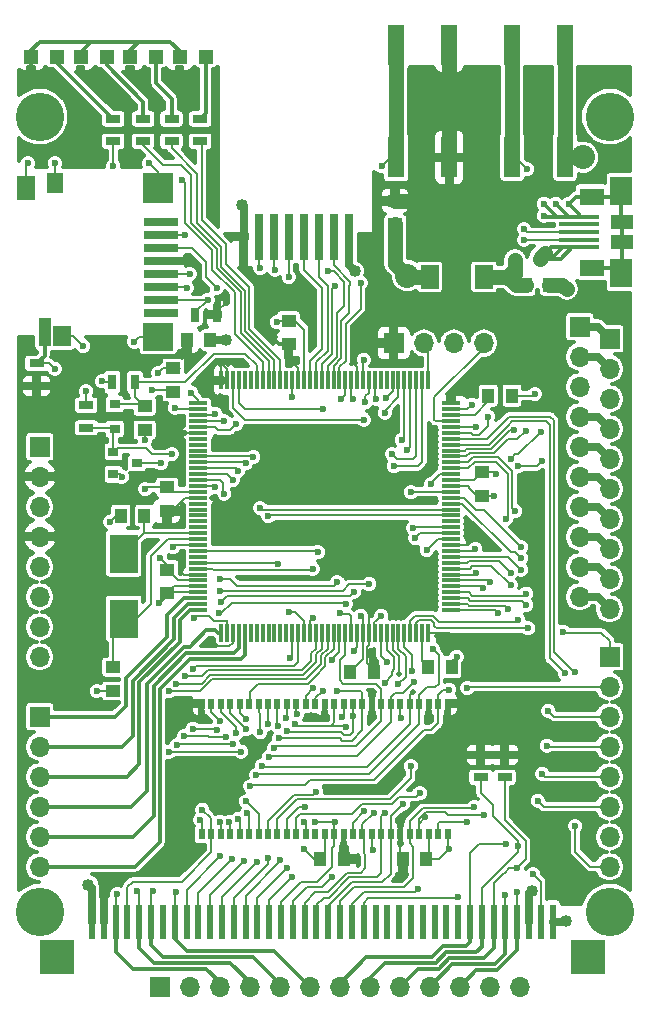
<source format=gtl>
G04 #@! TF.FileFunction,Copper,L1,Top,Signal*
%FSLAX46Y46*%
G04 Gerber Fmt 4.6, Leading zero omitted, Abs format (unit mm)*
G04 Created by KiCad (PCBNEW 4.0.5-e0-6337~49~ubuntu16.04.1) date Sat Feb 25 14:31:11 2017*
%MOMM*%
%LPD*%
G01*
G04 APERTURE LIST*
%ADD10C,0.100000*%
%ADD11R,1.250000X1.000000*%
%ADD12R,1.000000X1.250000*%
%ADD13R,0.900000X0.800000*%
%ADD14R,0.800000X0.900000*%
%ADD15R,1.550000X0.300000*%
%ADD16R,0.300000X1.550000*%
%ADD17R,1.300000X0.700000*%
%ADD18R,0.700000X1.300000*%
%ADD19R,0.560000X0.900000*%
%ADD20R,2.400000X3.325000*%
%ADD21R,0.600000X3.000000*%
%ADD22R,3.000000X3.000000*%
%ADD23R,1.400000X3.500000*%
%ADD24R,3.380000X0.450000*%
%ADD25R,2.100000X1.480000*%
%ADD26R,1.900000X2.380000*%
%ADD27R,1.900000X1.180000*%
%ADD28R,1.700000X1.700000*%
%ADD29O,1.700000X1.700000*%
%ADD30R,3.800000X2.000000*%
%ADD31R,1.500000X2.000000*%
%ADD32R,0.800000X4.000000*%
%ADD33R,3.000000X0.700000*%
%ADD34R,2.500000X2.350000*%
%ADD35R,1.000000X2.450000*%
%ADD36R,1.500000X1.800000*%
%ADD37R,2.500000X2.500000*%
%ADD38R,1.400000X1.800000*%
%ADD39R,1.600000X2.000000*%
%ADD40R,1.200000X1.200000*%
%ADD41C,4.100000*%
%ADD42C,0.600000*%
%ADD43C,1.016000*%
%ADD44C,2.032000*%
%ADD45C,0.508000*%
%ADD46C,0.177800*%
%ADD47C,1.270000*%
%ADD48C,0.635000*%
%ADD49C,0.304800*%
G04 APERTURE END LIST*
D10*
D11*
X109220000Y-93107000D03*
X109220000Y-95107000D03*
D12*
X109204000Y-102362000D03*
X107204000Y-102362000D03*
D11*
X106553000Y-115205000D03*
X106553000Y-117205000D03*
D12*
X133239000Y-115189000D03*
X135239000Y-115189000D03*
X138319000Y-92202000D03*
X140319000Y-92202000D03*
X141494000Y-82804000D03*
X143494000Y-82804000D03*
D11*
X130429000Y-75708000D03*
X130429000Y-77708000D03*
D13*
X106680000Y-92930000D03*
X106680000Y-95030000D03*
D14*
X140555000Y-80708500D03*
X142655000Y-80708500D03*
D13*
X106569000Y-96967000D03*
X106569000Y-98867000D03*
X108569000Y-97917000D03*
D15*
X113760000Y-92850000D03*
X113760000Y-93350000D03*
X113760000Y-93850000D03*
X113760000Y-94350000D03*
X113760000Y-94850000D03*
X113760000Y-95350000D03*
X113760000Y-95850000D03*
X113760000Y-96350000D03*
X113760000Y-96850000D03*
X113760000Y-97350000D03*
X113760000Y-97850000D03*
X113760000Y-98350000D03*
X113760000Y-98850000D03*
X113760000Y-99350000D03*
X113760000Y-99850000D03*
X113760000Y-100350000D03*
X113760000Y-100850000D03*
X113760000Y-101350000D03*
X113760000Y-101850000D03*
X113760000Y-102350000D03*
X113760000Y-102850000D03*
X113760000Y-103350000D03*
X113760000Y-103850000D03*
X113760000Y-104350000D03*
X113760000Y-104850000D03*
X113760000Y-105350000D03*
X113760000Y-105850000D03*
X113760000Y-106350000D03*
X113760000Y-106850000D03*
X113760000Y-107350000D03*
X113760000Y-107850000D03*
X113760000Y-108350000D03*
X113760000Y-108850000D03*
X113760000Y-109350000D03*
X113760000Y-109850000D03*
X113760000Y-110350000D03*
D16*
X115710000Y-112300000D03*
X116210000Y-112300000D03*
X116710000Y-112300000D03*
X117210000Y-112300000D03*
X117710000Y-112300000D03*
X118210000Y-112300000D03*
X118710000Y-112300000D03*
X119210000Y-112300000D03*
X119710000Y-112300000D03*
X120210000Y-112300000D03*
X120710000Y-112300000D03*
X121210000Y-112300000D03*
X121710000Y-112300000D03*
X122210000Y-112300000D03*
X122710000Y-112300000D03*
X123210000Y-112300000D03*
X123710000Y-112300000D03*
X124210000Y-112300000D03*
X124710000Y-112300000D03*
X125210000Y-112300000D03*
X125710000Y-112300000D03*
X126210000Y-112300000D03*
X126710000Y-112300000D03*
X127210000Y-112300000D03*
X127710000Y-112300000D03*
X128210000Y-112300000D03*
X128710000Y-112300000D03*
X129210000Y-112300000D03*
X129710000Y-112300000D03*
X130210000Y-112300000D03*
X130710000Y-112300000D03*
X131210000Y-112300000D03*
X131710000Y-112300000D03*
X132210000Y-112300000D03*
X132710000Y-112300000D03*
X133210000Y-112300000D03*
D15*
X135160000Y-110350000D03*
X135160000Y-109850000D03*
X135160000Y-109350000D03*
X135160000Y-108850000D03*
X135160000Y-108350000D03*
X135160000Y-107850000D03*
X135160000Y-107350000D03*
X135160000Y-106850000D03*
X135160000Y-106350000D03*
X135160000Y-105850000D03*
X135160000Y-105350000D03*
X135160000Y-104850000D03*
X135160000Y-104350000D03*
X135160000Y-103850000D03*
X135160000Y-103350000D03*
X135160000Y-102850000D03*
X135160000Y-102350000D03*
X135160000Y-101850000D03*
X135160000Y-101350000D03*
X135160000Y-100850000D03*
X135160000Y-100350000D03*
X135160000Y-99850000D03*
X135160000Y-99350000D03*
X135160000Y-98850000D03*
X135160000Y-98350000D03*
X135160000Y-97850000D03*
X135160000Y-97350000D03*
X135160000Y-96850000D03*
X135160000Y-96350000D03*
X135160000Y-95850000D03*
X135160000Y-95350000D03*
X135160000Y-94850000D03*
X135160000Y-94350000D03*
X135160000Y-93850000D03*
X135160000Y-93350000D03*
X135160000Y-92850000D03*
D16*
X133210000Y-90900000D03*
X132710000Y-90900000D03*
X132210000Y-90900000D03*
X131710000Y-90900000D03*
X131210000Y-90900000D03*
X130710000Y-90900000D03*
X130210000Y-90900000D03*
X129710000Y-90900000D03*
X129210000Y-90900000D03*
X128710000Y-90900000D03*
X128210000Y-90900000D03*
X127710000Y-90900000D03*
X127210000Y-90900000D03*
X126710000Y-90900000D03*
X126210000Y-90900000D03*
X125710000Y-90900000D03*
X125210000Y-90900000D03*
X124710000Y-90900000D03*
X124210000Y-90900000D03*
X123710000Y-90900000D03*
X123210000Y-90900000D03*
X122710000Y-90900000D03*
X122210000Y-90900000D03*
X121710000Y-90900000D03*
X121210000Y-90900000D03*
X120710000Y-90900000D03*
X120210000Y-90900000D03*
X119710000Y-90900000D03*
X119210000Y-90900000D03*
X118710000Y-90900000D03*
X118210000Y-90900000D03*
X117710000Y-90900000D03*
X117210000Y-90900000D03*
X116710000Y-90900000D03*
X116210000Y-90900000D03*
X115710000Y-90900000D03*
D17*
X104267000Y-93030000D03*
X104267000Y-94930000D03*
D18*
X108392000Y-91059000D03*
X106492000Y-91059000D03*
D17*
X139700000Y-122621000D03*
X139700000Y-124521000D03*
X137668000Y-122621000D03*
X137668000Y-124521000D03*
D19*
X114060000Y-129355000D03*
X134860000Y-118295000D03*
X134060000Y-118295000D03*
X133260000Y-118295000D03*
X132460000Y-118295000D03*
X131660000Y-118295000D03*
X130860000Y-118295000D03*
X130060000Y-118295000D03*
X129260000Y-118295000D03*
X128460000Y-118295000D03*
X127660000Y-118295000D03*
X126860000Y-118295000D03*
X126060000Y-118295000D03*
X125260000Y-118295000D03*
X124460000Y-118295000D03*
X123660000Y-118295000D03*
X122860000Y-118295000D03*
X122060000Y-118295000D03*
X121260000Y-118295000D03*
X120460000Y-118295000D03*
X119660000Y-118295000D03*
X118860000Y-118295000D03*
X118060000Y-118295000D03*
X117260000Y-118295000D03*
X116460000Y-118295000D03*
X115660000Y-118295000D03*
X114860000Y-118295000D03*
X114060000Y-118295000D03*
X114860000Y-129355000D03*
X115660000Y-129355000D03*
X116460000Y-129355000D03*
X117260000Y-129355000D03*
X118060000Y-129355000D03*
X118860000Y-129355000D03*
X119660000Y-129355000D03*
X120460000Y-129355000D03*
X121260000Y-129355000D03*
X122060000Y-129355000D03*
X122860000Y-129355000D03*
X123660000Y-129355000D03*
X124460000Y-129355000D03*
X125260000Y-129355000D03*
X126060000Y-129355000D03*
X126860000Y-129355000D03*
X127660000Y-129355000D03*
X128460000Y-129355000D03*
X129260000Y-129355000D03*
X130060000Y-129355000D03*
X130860000Y-129355000D03*
X131660000Y-129355000D03*
X132460000Y-129355000D03*
X133260000Y-129355000D03*
X134060000Y-129355000D03*
X134860000Y-129355000D03*
D20*
X107442000Y-105568500D03*
X107442000Y-111093500D03*
D21*
X143764000Y-136731500D03*
X142764000Y-136731500D03*
X141764000Y-136731500D03*
X140764000Y-136731500D03*
X139764000Y-136731500D03*
X138764000Y-136731500D03*
X137764000Y-136731500D03*
X136764000Y-136731500D03*
X135764000Y-136731500D03*
X134764000Y-136731500D03*
X133764000Y-136731500D03*
X132764000Y-136731500D03*
X131764000Y-136731500D03*
X130764000Y-136731500D03*
X129764000Y-136731500D03*
X128764000Y-136731500D03*
X127764000Y-136731500D03*
X126764000Y-136731500D03*
X125764000Y-136731500D03*
X124764000Y-136731500D03*
X123764000Y-136731500D03*
X122764000Y-136731500D03*
X121764000Y-136731500D03*
X120764000Y-136731500D03*
X119764000Y-136731500D03*
X118764000Y-136731500D03*
X117764000Y-136731500D03*
X116764000Y-136731500D03*
X115764000Y-136731500D03*
X114764000Y-136731500D03*
X113764000Y-136731500D03*
X112764000Y-136731500D03*
X111764000Y-136731500D03*
X110764000Y-136731500D03*
X109764000Y-136731500D03*
X108764000Y-136731500D03*
X107764000Y-136731500D03*
X106764000Y-136731500D03*
X105764000Y-136731500D03*
X104764000Y-136731500D03*
D22*
X146764000Y-139731500D03*
X101764000Y-139731500D03*
D23*
X140315000Y-71973000D03*
X140315000Y-62473000D03*
X144815000Y-71973000D03*
X144815000Y-62473000D03*
X135021000Y-62520000D03*
X135021000Y-72020000D03*
X130521000Y-62520000D03*
X130521000Y-72020000D03*
D11*
X121412000Y-87868000D03*
X121412000Y-85868000D03*
X137795000Y-98695000D03*
X137795000Y-100695000D03*
D12*
X128635000Y-115570000D03*
X126635000Y-115570000D03*
D11*
X111125000Y-101965000D03*
X111125000Y-99965000D03*
X111125000Y-108950000D03*
X111125000Y-106950000D03*
D12*
X131080000Y-131445000D03*
X133080000Y-131445000D03*
X126095000Y-131445000D03*
X124095000Y-131445000D03*
D24*
X146006000Y-79659000D03*
X146006000Y-79009000D03*
X146006000Y-78359000D03*
X146006000Y-77709000D03*
X146006000Y-77059000D03*
D25*
X147086000Y-81359000D03*
X147086000Y-75359000D03*
D26*
X149586000Y-81859000D03*
X149586000Y-74859000D03*
D27*
X149666000Y-79199000D03*
X149666000Y-77519000D03*
D11*
X111658400Y-89881200D03*
X111658400Y-91881200D03*
D28*
X100330000Y-96520000D03*
D29*
X100330000Y-99060000D03*
X100330000Y-101600000D03*
X100330000Y-104140000D03*
X100330000Y-106680000D03*
X100330000Y-109220000D03*
X100330000Y-111760000D03*
X100330000Y-114300000D03*
D28*
X100330000Y-119380000D03*
D29*
X100330000Y-121920000D03*
X100330000Y-124460000D03*
X100330000Y-127000000D03*
X100330000Y-129540000D03*
X100330000Y-132080000D03*
D28*
X148590000Y-114300000D03*
D29*
X148590000Y-116840000D03*
X148590000Y-119380000D03*
X148590000Y-121920000D03*
X148590000Y-124460000D03*
X148590000Y-127000000D03*
X148590000Y-129540000D03*
X148590000Y-132080000D03*
D28*
X148590000Y-87376000D03*
D29*
X148590000Y-89916000D03*
X148590000Y-92456000D03*
X148590000Y-94996000D03*
X148590000Y-97536000D03*
X148590000Y-100076000D03*
X148590000Y-102616000D03*
X148590000Y-105156000D03*
X148590000Y-107696000D03*
X148590000Y-110236000D03*
D28*
X146050000Y-86360000D03*
D29*
X146050000Y-88900000D03*
X146050000Y-91440000D03*
X146050000Y-93980000D03*
X146050000Y-96520000D03*
X146050000Y-99060000D03*
X146050000Y-101600000D03*
X146050000Y-104140000D03*
X146050000Y-106680000D03*
X146050000Y-109220000D03*
D30*
X135636000Y-75844000D03*
D31*
X135636000Y-82144000D03*
X137936000Y-82144000D03*
X133336000Y-82144000D03*
D32*
X117602000Y-78740000D03*
X118872000Y-78740000D03*
X120142000Y-78740000D03*
X121412000Y-78740000D03*
X122682000Y-78740000D03*
X123952000Y-78740000D03*
X125222000Y-78740000D03*
X126492000Y-78740000D03*
D17*
X100076000Y-91374000D03*
X100076000Y-89474000D03*
D33*
X110593000Y-80817000D03*
X110593000Y-77517000D03*
X110593000Y-78617000D03*
X110593000Y-79717000D03*
X110593000Y-81917000D03*
X110593000Y-83017000D03*
X110593000Y-84117000D03*
X110593000Y-85217000D03*
D34*
X110343000Y-87217000D03*
D35*
X100743000Y-86817000D03*
D36*
X102243000Y-87117000D03*
D37*
X110343000Y-74617000D03*
D38*
X101593000Y-74217000D03*
D39*
X99193000Y-74617000D03*
D12*
X112792000Y-87503000D03*
X114792000Y-87503000D03*
D18*
X115377000Y-85344000D03*
X113477000Y-85344000D03*
D40*
X112184000Y-63500000D03*
X114384000Y-63500000D03*
X107993000Y-63500000D03*
X110193000Y-63500000D03*
X103802000Y-63500000D03*
X106002000Y-63500000D03*
X99611000Y-63500000D03*
X101811000Y-63500000D03*
D17*
X113919000Y-70673000D03*
X113919000Y-68773000D03*
X111506000Y-70673000D03*
X111506000Y-68773000D03*
X109093000Y-70673000D03*
X109093000Y-68773000D03*
X106553000Y-70673000D03*
X106553000Y-68773000D03*
D28*
X110490000Y-142240000D03*
D29*
X113030000Y-142240000D03*
X115570000Y-142240000D03*
X118110000Y-142240000D03*
X120650000Y-142240000D03*
X123190000Y-142240000D03*
X125730000Y-142240000D03*
X128270000Y-142240000D03*
X130810000Y-142240000D03*
X133350000Y-142240000D03*
X135890000Y-142240000D03*
X138430000Y-142240000D03*
X140970000Y-142240000D03*
D28*
X130302000Y-87757000D03*
D29*
X132842000Y-87757000D03*
X135382000Y-87757000D03*
X137922000Y-87757000D03*
D41*
X100330000Y-68580000D03*
X148590000Y-68580000D03*
X148590000Y-135890000D03*
X100330000Y-135890000D03*
D42*
X142240000Y-92075000D03*
D43*
X144970500Y-83185000D03*
D44*
X131445000Y-82042000D03*
D42*
X120396000Y-85979000D03*
D43*
X116078000Y-87503000D03*
D42*
X104013000Y-88011000D03*
X112776000Y-83058000D03*
X109601000Y-72517000D03*
X101600000Y-72517000D03*
X99314000Y-72517000D03*
X108331000Y-87630000D03*
D43*
X127000000Y-81661000D03*
D44*
X146304000Y-72009000D03*
D42*
X121412000Y-110490000D03*
X136906000Y-92964000D03*
X135636000Y-114300000D03*
X145161000Y-75946000D03*
X144018000Y-75946000D03*
X143002000Y-75946000D03*
X143002000Y-76962000D03*
X104267000Y-91821000D03*
X137223500Y-105219500D03*
X138811000Y-100711000D03*
X106299000Y-102870000D03*
X107315000Y-99060000D03*
X105156000Y-117221000D03*
X109270800Y-100126800D03*
D43*
X141986000Y-134112000D03*
X144932400Y-136702800D03*
X104444800Y-133604000D03*
D42*
X109829600Y-91744800D03*
X113385600Y-111048800D03*
X109270800Y-95961200D03*
X105613200Y-90982800D03*
X125933200Y-119380000D03*
X127508000Y-110845600D03*
X110540800Y-105968800D03*
X130937000Y-119507000D03*
X128524000Y-130683000D03*
X127762000Y-89154000D03*
X122682000Y-130556000D03*
X135001000Y-130556000D03*
X113919000Y-128143000D03*
D44*
X137668000Y-78486000D03*
X137668000Y-74168000D03*
X133096000Y-78867000D03*
X135509000Y-78867000D03*
D43*
X120015000Y-87249000D03*
X117475000Y-76073000D03*
D42*
X116078000Y-84328000D03*
D43*
X99314000Y-65151000D03*
X112395000Y-88646000D03*
X112903000Y-80645000D03*
D42*
X110998000Y-103124000D03*
X136969500Y-104330500D03*
X138938000Y-98806000D03*
X136271000Y-122174000D03*
X106045000Y-133985000D03*
X110426500Y-109791500D03*
X133400800Y-121412000D03*
X135229600Y-112572800D03*
X114858800Y-112877600D03*
X129997200Y-109270800D03*
X112115600Y-105765600D03*
X123494800Y-110998000D03*
X131064000Y-132842000D03*
X114300000Y-119443500D03*
X128524000Y-119507000D03*
X124460000Y-119507000D03*
X133223000Y-119507000D03*
X112395000Y-95377000D03*
X115697000Y-89408000D03*
X127254000Y-131445000D03*
X129286000Y-72771000D03*
X111506000Y-97155000D03*
X138303000Y-93980000D03*
X141351000Y-78994000D03*
X141351000Y-78105000D03*
X137312400Y-94843600D03*
X141605000Y-73025000D03*
X110363000Y-90297000D03*
X111633000Y-105029000D03*
X110591600Y-97942400D03*
X142113000Y-132715000D03*
X141541500Y-108966000D03*
X108610400Y-134162800D03*
X128778000Y-92456000D03*
X115570000Y-108712000D03*
X128219200Y-108153200D03*
X109931200Y-134162800D03*
X126949200Y-108813600D03*
X127914400Y-92760800D03*
X115671600Y-109677200D03*
X111912400Y-134264400D03*
X126847600Y-92456000D03*
X115519200Y-110642400D03*
X126238000Y-109880400D03*
X106883200Y-134416800D03*
X115620800Y-107746800D03*
X125526800Y-108000800D03*
X125882400Y-92506800D03*
X139700000Y-134518400D03*
X139141200Y-110642400D03*
X140868400Y-111201200D03*
X140817600Y-130352800D03*
X140716000Y-132207000D03*
X141681200Y-111912400D03*
X140004800Y-110236000D03*
X140716000Y-134213600D03*
X139852400Y-130149600D03*
X141528800Y-109931200D03*
X118427500Y-97409000D03*
X117805200Y-119583200D03*
X117805200Y-120446800D03*
X117792500Y-97917000D03*
X117157500Y-98552000D03*
X116941600Y-120802400D03*
X115570000Y-119735600D03*
X116687600Y-99364800D03*
X114109500Y-127254000D03*
X115951000Y-100520500D03*
X115163600Y-99974400D03*
X115570000Y-128270000D03*
X113334800Y-115316000D03*
X113284000Y-120396000D03*
X115379500Y-120523000D03*
X116395500Y-128270000D03*
X117157500Y-128016000D03*
X116078000Y-121107200D03*
X112623600Y-115976400D03*
X112585500Y-121031000D03*
X111950500Y-121793000D03*
X116713000Y-121729500D03*
X117856000Y-127571500D03*
X111912400Y-116586000D03*
X111302800Y-117246400D03*
X117792500Y-126555500D03*
X117411500Y-122364500D03*
X111315500Y-122364500D03*
X123761500Y-125730000D03*
X125095000Y-114617500D03*
X120192800Y-122021600D03*
X119684800Y-131318000D03*
X120599200Y-121208800D03*
X120700800Y-131521200D03*
X125539500Y-117221000D03*
X125730000Y-110617000D03*
X121310400Y-120599200D03*
X121310400Y-132181600D03*
X126873000Y-119316500D03*
X126936500Y-113792000D03*
X126288800Y-120243600D03*
X129235200Y-110845600D03*
X121970800Y-119989600D03*
X121716800Y-132994400D03*
X123634500Y-128333500D03*
X125349000Y-128270000D03*
X129730500Y-114744500D03*
X125069600Y-132943600D03*
X127825500Y-127381000D03*
X129540000Y-116522500D03*
X128651000Y-127508000D03*
D45*
X130746500Y-115760500D03*
D42*
X130683000Y-116649500D03*
X129540000Y-127508000D03*
X131889500Y-115506500D03*
X131127500Y-126746000D03*
X137858500Y-108521500D03*
X137096500Y-127063500D03*
X132994400Y-127914400D03*
X132334000Y-134010400D03*
X138493500Y-107950000D03*
X137922000Y-127698500D03*
X135737600Y-134670800D03*
X136525000Y-128333500D03*
X137287000Y-107251500D03*
X118160800Y-125272800D03*
X115620800Y-131216400D03*
X135001000Y-117094000D03*
X133096000Y-105283000D03*
X132143500Y-104267000D03*
X133604000Y-113665000D03*
X118668800Y-124307600D03*
X116586000Y-131470400D03*
X131762500Y-123571000D03*
X131953000Y-103441500D03*
X129540000Y-93662500D03*
X119126000Y-123545600D03*
X117652800Y-131622800D03*
D45*
X131953000Y-117284500D03*
D42*
X129667000Y-92392500D03*
X119735600Y-122834400D03*
X118770400Y-131673600D03*
X132016500Y-116459000D03*
X124307600Y-117195600D03*
X124333000Y-93345000D03*
X123494800Y-116992400D03*
X123888500Y-105473500D03*
X121666000Y-92329000D03*
X122123200Y-119176800D03*
X121513600Y-114452400D03*
X121208800Y-119532400D03*
X119697500Y-102425500D03*
X119634000Y-119989600D03*
X118999000Y-101727000D03*
X119024400Y-120700800D03*
X131762500Y-100393500D03*
X132524500Y-125857000D03*
X127762000Y-94234000D03*
X122745500Y-128333500D03*
X120523000Y-106426000D03*
X120497600Y-120192800D03*
X122809000Y-127000000D03*
X123444000Y-106870500D03*
D43*
X140081000Y-82296000D03*
D42*
X141097000Y-105029000D03*
X144653000Y-112204500D03*
X133477000Y-99695000D03*
X136525000Y-116967000D03*
X143383000Y-118872000D03*
X141097000Y-106934000D03*
X142875000Y-124206000D03*
X140208000Y-107188000D03*
X142494000Y-126492000D03*
X140208000Y-108267500D03*
X144780000Y-115697000D03*
X145669000Y-115570000D03*
X145669000Y-128651000D03*
X143256000Y-121856500D03*
X141097000Y-105981500D03*
X140462000Y-95123000D03*
X141478000Y-95186500D03*
X140208000Y-97536000D03*
X130175000Y-97155000D03*
X142748000Y-95250000D03*
X140843000Y-98171000D03*
X142875000Y-97726500D03*
X131445000Y-96837500D03*
X131000500Y-95948500D03*
X130302000Y-98171000D03*
X140589000Y-101981000D03*
X139827000Y-102616000D03*
X118999000Y-81407000D03*
X125349000Y-82931000D03*
X120269000Y-81534000D03*
X124714000Y-81661000D03*
X121412000Y-82169000D03*
X127508000Y-82677000D03*
X115189000Y-93726000D03*
X112649000Y-78613000D03*
X115316000Y-83058000D03*
X116967000Y-94615000D03*
X113030000Y-81915000D03*
X113157000Y-91948000D03*
X114554000Y-84074000D03*
X115951000Y-94361000D03*
X106553000Y-72771000D03*
X112395000Y-73914000D03*
X111760000Y-93218000D03*
X101600000Y-89916000D03*
D46*
X118710000Y-90900000D02*
X118710000Y-89627000D01*
X112649000Y-91059000D02*
X108392000Y-91059000D01*
X115062000Y-88646000D02*
X112649000Y-91059000D01*
X117729000Y-88646000D02*
X115062000Y-88646000D01*
X118710000Y-89627000D02*
X117729000Y-88646000D01*
X106680000Y-92930000D02*
X109043000Y-92930000D01*
X109043000Y-92930000D02*
X109220000Y-93107000D01*
X108392000Y-91059000D02*
X108392000Y-92279000D01*
X108392000Y-92279000D02*
X109220000Y-93107000D01*
X108585000Y-91125000D02*
X108265000Y-90805000D01*
X140319000Y-92202000D02*
X142113000Y-92202000D01*
X142113000Y-92202000D02*
X142240000Y-92075000D01*
D47*
X143494000Y-82804000D02*
X144589500Y-82804000D01*
X144589500Y-82804000D02*
X144970500Y-83185000D01*
X130429000Y-77708000D02*
X130429000Y-81026000D01*
X130429000Y-81026000D02*
X131445000Y-82042000D01*
X131547000Y-82144000D02*
X133336000Y-82144000D01*
X131547000Y-82144000D02*
X131445000Y-82042000D01*
D46*
X121412000Y-85868000D02*
X120507000Y-85868000D01*
X120507000Y-85868000D02*
X120396000Y-85979000D01*
X122710000Y-90900000D02*
X122710000Y-86642000D01*
X122710000Y-86642000D02*
X121936000Y-85868000D01*
X121936000Y-85868000D02*
X121412000Y-85868000D01*
D48*
X114792000Y-87503000D02*
X116078000Y-87503000D01*
D46*
X102243000Y-87117000D02*
X103119000Y-87117000D01*
X103119000Y-87117000D02*
X104013000Y-88011000D01*
X110593000Y-83017000D02*
X112735000Y-83017000D01*
X112735000Y-83017000D02*
X112776000Y-83058000D01*
X110343000Y-74617000D02*
X110343000Y-73259000D01*
X110343000Y-73259000D02*
X109601000Y-72517000D01*
X101593000Y-74217000D02*
X101593000Y-72524000D01*
X101593000Y-72524000D02*
X101600000Y-72517000D01*
X99193000Y-74617000D02*
X99193000Y-72638000D01*
X99193000Y-72638000D02*
X99314000Y-72517000D01*
X110343000Y-87217000D02*
X108744000Y-87217000D01*
X108744000Y-87217000D02*
X108331000Y-87630000D01*
D48*
X126492000Y-78740000D02*
X126492000Y-81153000D01*
X126492000Y-81153000D02*
X127000000Y-81661000D01*
D47*
X144815000Y-71973000D02*
X146268000Y-71973000D01*
X146268000Y-71973000D02*
X146304000Y-72009000D01*
D46*
X122710000Y-112300000D02*
X122710000Y-111280000D01*
X121920000Y-110490000D02*
X121412000Y-110490000D01*
X122710000Y-111280000D02*
X121920000Y-110490000D01*
X135160000Y-93350000D02*
X136520000Y-93350000D01*
X136520000Y-93350000D02*
X136906000Y-92964000D01*
D47*
X144815000Y-62473000D02*
X144815000Y-71973000D01*
D46*
X135239000Y-115189000D02*
X135239000Y-114697000D01*
X135239000Y-114697000D02*
X135636000Y-114300000D01*
X140319000Y-92202000D02*
X140319000Y-91805000D01*
D47*
X133366000Y-82174000D02*
X133336000Y-82144000D01*
D49*
X147086000Y-75359000D02*
X145748000Y-75359000D01*
X146006000Y-76791000D02*
X145161000Y-75946000D01*
X146006000Y-76791000D02*
X146006000Y-77059000D01*
X145748000Y-75359000D02*
X145161000Y-75946000D01*
X147086000Y-81359000D02*
X149086000Y-81359000D01*
X149086000Y-81359000D02*
X149586000Y-81859000D01*
X149666000Y-79199000D02*
X149666000Y-81779000D01*
X149666000Y-81779000D02*
X149586000Y-81859000D01*
X149666000Y-77519000D02*
X149666000Y-79199000D01*
X149586000Y-74859000D02*
X149586000Y-77439000D01*
X149586000Y-77439000D02*
X149666000Y-77519000D01*
X147086000Y-75359000D02*
X149086000Y-75359000D01*
X149086000Y-75359000D02*
X149586000Y-74859000D01*
X146006000Y-77059000D02*
X145131000Y-77059000D01*
X145131000Y-77059000D02*
X144018000Y-75946000D01*
X146006000Y-77059000D02*
X144115000Y-77059000D01*
X144115000Y-77059000D02*
X143002000Y-75946000D01*
X146006000Y-77059000D02*
X143099000Y-77059000D01*
X143099000Y-77059000D02*
X143002000Y-76962000D01*
D46*
X104267000Y-93030000D02*
X104267000Y-91821000D01*
D48*
X146050000Y-93980000D02*
X147574000Y-93980000D01*
X147574000Y-93980000D02*
X148590000Y-94996000D01*
D46*
X135160000Y-105350000D02*
X137093000Y-105350000D01*
X137093000Y-105350000D02*
X137223500Y-105219500D01*
X137795000Y-100695000D02*
X138795000Y-100695000D01*
X138795000Y-100695000D02*
X138811000Y-100711000D01*
X107204000Y-102362000D02*
X106807000Y-102362000D01*
X106807000Y-102362000D02*
X106299000Y-102870000D01*
X106569000Y-98867000D02*
X107122000Y-98867000D01*
X107122000Y-98867000D02*
X107315000Y-99060000D01*
X106553000Y-117205000D02*
X105172000Y-117205000D01*
X105172000Y-117205000D02*
X105156000Y-117221000D01*
X111125000Y-99965000D02*
X109432600Y-99965000D01*
X109432600Y-99965000D02*
X109270800Y-100126800D01*
D48*
X141764000Y-136731500D02*
X141764000Y-134334000D01*
X141764000Y-134334000D02*
X141986000Y-134112000D01*
X143764000Y-136731500D02*
X144903700Y-136731500D01*
X144903700Y-136731500D02*
X144932400Y-136702800D01*
X104764000Y-136731500D02*
X104764000Y-133923200D01*
X104764000Y-133923200D02*
X104444800Y-133604000D01*
D46*
X111658400Y-91881200D02*
X111185200Y-91881200D01*
X111185200Y-91881200D02*
X111048800Y-91744800D01*
X111048800Y-91744800D02*
X109829600Y-91744800D01*
X116210000Y-112300000D02*
X116210000Y-111231600D01*
X113588800Y-110845600D02*
X113385600Y-111048800D01*
X114655600Y-110845600D02*
X113588800Y-110845600D01*
X115062000Y-111252000D02*
X114655600Y-110845600D01*
X116189600Y-111252000D02*
X115062000Y-111252000D01*
X116210000Y-111231600D02*
X116189600Y-111252000D01*
X109220000Y-95107000D02*
X109220000Y-95910400D01*
X109220000Y-95910400D02*
X109270800Y-95961200D01*
X106492000Y-91059000D02*
X105689400Y-91059000D01*
X105689400Y-91059000D02*
X105613200Y-90982800D01*
X126060000Y-118295000D02*
X126060000Y-119253200D01*
X126060000Y-119253200D02*
X125933200Y-119380000D01*
X127710000Y-112300000D02*
X127710000Y-111047600D01*
X127710000Y-111047600D02*
X127508000Y-110845600D01*
X111125000Y-106950000D02*
X111125000Y-106553000D01*
X111125000Y-106553000D02*
X110540800Y-105968800D01*
X135160000Y-99850000D02*
X136553000Y-99850000D01*
X136779000Y-100076000D02*
X137398000Y-100695000D01*
X136553000Y-99850000D02*
X136779000Y-100076000D01*
X137795000Y-100695000D02*
X137398000Y-100695000D01*
X130860000Y-118295000D02*
X130860000Y-119430000D01*
X130860000Y-119430000D02*
X130937000Y-119507000D01*
X128460000Y-129355000D02*
X128460000Y-130619000D01*
X128460000Y-130619000D02*
X128524000Y-130683000D01*
X111125000Y-106950000D02*
X111125000Y-106807000D01*
X111125000Y-99965000D02*
X111125000Y-99949000D01*
X127710000Y-90900000D02*
X127710000Y-89206000D01*
X127710000Y-89206000D02*
X127762000Y-89154000D01*
X124095000Y-131445000D02*
X123571000Y-131445000D01*
X123571000Y-131445000D02*
X122682000Y-130556000D01*
X133080000Y-131445000D02*
X134112000Y-131445000D01*
X134860000Y-130415000D02*
X135001000Y-130556000D01*
X134860000Y-130415000D02*
X134860000Y-129355000D01*
X134112000Y-131445000D02*
X135001000Y-130556000D01*
X133260000Y-129355000D02*
X133260000Y-131265000D01*
X133260000Y-131265000D02*
X133080000Y-131445000D01*
X124460000Y-129355000D02*
X124460000Y-131080000D01*
X124460000Y-131080000D02*
X124095000Y-131445000D01*
X114060000Y-129355000D02*
X114060000Y-128284000D01*
X114060000Y-128284000D02*
X113919000Y-128143000D01*
X113760000Y-107850000D02*
X112025000Y-107850000D01*
X112025000Y-107850000D02*
X111125000Y-106950000D01*
X113760000Y-100350000D02*
X111510000Y-100350000D01*
X111510000Y-100350000D02*
X111125000Y-99965000D01*
X127710000Y-112300000D02*
X127710000Y-114495000D01*
X127710000Y-114495000D02*
X126635000Y-115570000D01*
X109204000Y-102362000D02*
X109204000Y-103806500D01*
X109204000Y-103806500D02*
X107442000Y-105568500D01*
X113760000Y-103850000D02*
X109160500Y-103850000D01*
X109160500Y-103850000D02*
X107442000Y-105568500D01*
X107442000Y-105568500D02*
X107442000Y-105283000D01*
X108263500Y-106390000D02*
X107442000Y-105568500D01*
X107442000Y-105568500D02*
X107442000Y-105791000D01*
X106553000Y-115205000D02*
X106553000Y-111982500D01*
X106553000Y-111982500D02*
X107442000Y-111093500D01*
X113760000Y-104350000D02*
X111169000Y-104350000D01*
X109728000Y-109855000D02*
X108489500Y-111093500D01*
X109728000Y-105791000D02*
X109728000Y-109855000D01*
X111169000Y-104350000D02*
X109728000Y-105791000D01*
X108489500Y-111093500D02*
X107442000Y-111093500D01*
X106442000Y-112093500D02*
X107442000Y-111093500D01*
X107454500Y-111081000D02*
X107442000Y-111093500D01*
X132710000Y-112300000D02*
X132710000Y-114660000D01*
X132710000Y-114660000D02*
X133239000Y-115189000D01*
X135160000Y-93850000D02*
X137163000Y-93850000D01*
X137163000Y-93850000D02*
X138319000Y-92694000D01*
X138319000Y-92694000D02*
X138319000Y-92202000D01*
D47*
X130429000Y-75708000D02*
X135500000Y-75708000D01*
X135636000Y-75844000D02*
X135992000Y-75844000D01*
X135992000Y-75844000D02*
X137668000Y-74168000D01*
X135636000Y-75844000D02*
X135636000Y-78740000D01*
X135636000Y-78740000D02*
X135509000Y-78867000D01*
X135500000Y-75708000D02*
X135636000Y-75844000D01*
D49*
X121412000Y-87868000D02*
X120634000Y-87868000D01*
X120634000Y-87868000D02*
X120015000Y-87249000D01*
D48*
X117602000Y-78740000D02*
X117602000Y-76200000D01*
X117602000Y-76200000D02*
X117475000Y-76073000D01*
D46*
X122210000Y-90900000D02*
X122210000Y-89825000D01*
X121412000Y-89027000D02*
X121412000Y-87868000D01*
X122210000Y-89825000D02*
X121412000Y-89027000D01*
X115377000Y-85344000D02*
X115377000Y-85029000D01*
X115377000Y-85029000D02*
X116078000Y-84328000D01*
D49*
X99611000Y-63500000D02*
X99611000Y-64854000D01*
X99611000Y-64854000D02*
X99314000Y-65151000D01*
X104648000Y-62230000D02*
X100330000Y-62230000D01*
X100330000Y-62230000D02*
X99611000Y-62949000D01*
X99611000Y-62949000D02*
X99611000Y-63500000D01*
X108712000Y-62230000D02*
X104648000Y-62230000D01*
X104648000Y-62230000D02*
X103802000Y-63076000D01*
X103802000Y-63076000D02*
X103802000Y-63500000D01*
X112184000Y-63500000D02*
X112184000Y-63035000D01*
X112184000Y-63035000D02*
X111379000Y-62230000D01*
X111379000Y-62230000D02*
X108712000Y-62230000D01*
X108712000Y-62230000D02*
X107993000Y-62949000D01*
X107993000Y-62949000D02*
X107993000Y-63500000D01*
D48*
X110593000Y-80817000D02*
X112731000Y-80817000D01*
X112792000Y-88249000D02*
X112792000Y-87503000D01*
X112395000Y-88646000D02*
X112792000Y-88249000D01*
X112731000Y-80817000D02*
X112903000Y-80645000D01*
D46*
X111125000Y-101965000D02*
X111125000Y-102997000D01*
X111125000Y-102997000D02*
X110998000Y-103124000D01*
X127210000Y-90900000D02*
X127210000Y-89745000D01*
X127210000Y-89745000D02*
X126873000Y-89408000D01*
X113760000Y-100850000D02*
X112637000Y-100850000D01*
X112637000Y-100850000D02*
X111522000Y-101965000D01*
X135160000Y-92850000D02*
X135160000Y-92361000D01*
X135160000Y-92361000D02*
X135128000Y-92329000D01*
D47*
X135021000Y-72020000D02*
X135021000Y-62520000D01*
X135636000Y-75844000D02*
X135865000Y-75844000D01*
X135636000Y-75844000D02*
X134899000Y-75844000D01*
X135636000Y-75844000D02*
X135103000Y-75844000D01*
X135636000Y-75844000D02*
X136296000Y-75844000D01*
X135636000Y-75844000D02*
X135636000Y-82144000D01*
D46*
X135160000Y-104850000D02*
X136450000Y-104850000D01*
X136450000Y-104850000D02*
X136969500Y-104330500D01*
X137795000Y-98695000D02*
X138827000Y-98695000D01*
X138827000Y-98695000D02*
X138938000Y-98806000D01*
X137414000Y-122621000D02*
X139446000Y-122621000D01*
X137414000Y-122621000D02*
X136718000Y-122621000D01*
X136718000Y-122621000D02*
X136271000Y-122174000D01*
D48*
X105764000Y-136731500D02*
X105764000Y-134266000D01*
X105764000Y-134266000D02*
X106045000Y-133985000D01*
D49*
X111125000Y-108950000D02*
X111125000Y-109093000D01*
X111125000Y-109093000D02*
X110426500Y-109791500D01*
D46*
X134860000Y-118295000D02*
X134860000Y-119952800D01*
X134860000Y-119952800D02*
X133400800Y-121412000D01*
X133210000Y-112300000D02*
X134956800Y-112300000D01*
X134956800Y-112300000D02*
X135229600Y-112572800D01*
X116710000Y-112300000D02*
X116710000Y-113109200D01*
X115417600Y-113436400D02*
X114858800Y-112877600D01*
X116382800Y-113436400D02*
X115417600Y-113436400D01*
X116710000Y-113109200D02*
X116382800Y-113436400D01*
X128210000Y-112300000D02*
X128210000Y-110702400D01*
X129641600Y-109270800D02*
X129997200Y-109270800D01*
X128210000Y-110702400D02*
X129641600Y-109270800D01*
X113760000Y-107350000D02*
X112582400Y-107350000D01*
X112268000Y-105918000D02*
X112115600Y-105765600D01*
X112268000Y-107035600D02*
X112268000Y-105918000D01*
X112582400Y-107350000D02*
X112268000Y-107035600D01*
X123210000Y-112300000D02*
X123210000Y-111282800D01*
X123210000Y-111282800D02*
X123494800Y-110998000D01*
X131080000Y-131445000D02*
X131080000Y-132826000D01*
X131080000Y-132826000D02*
X131064000Y-132842000D01*
X114060000Y-118295000D02*
X114060000Y-119203500D01*
X114060000Y-119203500D02*
X114300000Y-119443500D01*
X128635000Y-115570000D02*
X128635000Y-115363500D01*
X128635000Y-115363500D02*
X128079500Y-114808000D01*
X128079500Y-114808000D02*
X128079500Y-113474500D01*
X128079500Y-113474500D02*
X128210000Y-113344000D01*
X128210000Y-113344000D02*
X128210000Y-112300000D01*
X128460000Y-118295000D02*
X128460000Y-119443000D01*
X128460000Y-119443000D02*
X128524000Y-119507000D01*
X124460000Y-118295000D02*
X124460000Y-119507000D01*
X133260000Y-118295000D02*
X133260000Y-119470000D01*
X133260000Y-119470000D02*
X133223000Y-119507000D01*
X113760000Y-95350000D02*
X112422000Y-95350000D01*
X112422000Y-95350000D02*
X112395000Y-95377000D01*
X116210000Y-90900000D02*
X116210000Y-89921000D01*
X115710000Y-89421000D02*
X115697000Y-89408000D01*
X115710000Y-89421000D02*
X115710000Y-90900000D01*
X116210000Y-89921000D02*
X115697000Y-89408000D01*
X126095000Y-131445000D02*
X127254000Y-131445000D01*
X130860000Y-129355000D02*
X130860000Y-131225000D01*
X130860000Y-131225000D02*
X131080000Y-131445000D01*
X126060000Y-129355000D02*
X126060000Y-131410000D01*
X126060000Y-131410000D02*
X126095000Y-131445000D01*
X113760000Y-108350000D02*
X111725000Y-108350000D01*
X111725000Y-108350000D02*
X111125000Y-108950000D01*
X113760000Y-108850000D02*
X111225000Y-108850000D01*
X111225000Y-108850000D02*
X111125000Y-108950000D01*
X111522000Y-101965000D02*
X111125000Y-101965000D01*
X135160000Y-99350000D02*
X137140000Y-99350000D01*
X137140000Y-99350000D02*
X137795000Y-98695000D01*
X130037000Y-72020000D02*
X129286000Y-72771000D01*
X109347000Y-96647000D02*
X106889000Y-96647000D01*
X109855000Y-97155000D02*
X109347000Y-96647000D01*
X111506000Y-97155000D02*
X109855000Y-97155000D01*
X106889000Y-96647000D02*
X106569000Y-96967000D01*
X130037000Y-72020000D02*
X130521000Y-72020000D01*
D47*
X130521000Y-62520000D02*
X130521000Y-72020000D01*
D46*
X104267000Y-94930000D02*
X106580000Y-94930000D01*
X106580000Y-94930000D02*
X106680000Y-95030000D01*
X106680000Y-95030000D02*
X106460000Y-95030000D01*
X106569000Y-96967000D02*
X106569000Y-95141000D01*
X106569000Y-95141000D02*
X106680000Y-95030000D01*
X135160000Y-95350000D02*
X136879000Y-95350000D01*
X138303000Y-94742000D02*
X138303000Y-93980000D01*
X137541000Y-95504000D02*
X138303000Y-94742000D01*
X137033000Y-95504000D02*
X137541000Y-95504000D01*
X136879000Y-95350000D02*
X137033000Y-95504000D01*
X141366000Y-79009000D02*
X146006000Y-79009000D01*
X141351000Y-78994000D02*
X141366000Y-79009000D01*
X141351000Y-78105000D02*
X141605000Y-78359000D01*
X146006000Y-78359000D02*
X141605000Y-78359000D01*
X137306000Y-94850000D02*
X137312400Y-94843600D01*
X137306000Y-94850000D02*
X135160000Y-94850000D01*
X140553000Y-71973000D02*
X141605000Y-73025000D01*
X111658400Y-89881200D02*
X110778800Y-89881200D01*
X110778800Y-89881200D02*
X110363000Y-90297000D01*
X112175800Y-89881200D02*
X111658400Y-89881200D01*
X140553000Y-71973000D02*
X140315000Y-71973000D01*
D47*
X140315000Y-62473000D02*
X140315000Y-71973000D01*
D46*
X111658400Y-89881200D02*
X111658400Y-89611200D01*
X111812000Y-104850000D02*
X111633000Y-105029000D01*
X113760000Y-104850000D02*
X111812000Y-104850000D01*
X110566200Y-97917000D02*
X108569000Y-97917000D01*
X110591600Y-97942400D02*
X110566200Y-97917000D01*
X136956800Y-109169200D02*
X136637600Y-108850000D01*
X135160000Y-108850000D02*
X136637600Y-108850000D01*
X142764000Y-133366000D02*
X142113000Y-132715000D01*
X142764000Y-133366000D02*
X142764000Y-134620000D01*
X141338300Y-109169200D02*
X136956800Y-109169200D01*
X141541500Y-108966000D02*
X141338300Y-109169200D01*
X142764000Y-136731500D02*
X142764000Y-134620000D01*
X142764000Y-134620000D02*
X142764000Y-134604000D01*
D49*
X108764000Y-136731500D02*
X108764000Y-138990000D01*
X116459000Y-140208000D02*
X118110000Y-141859000D01*
X109982000Y-140208000D02*
X116459000Y-140208000D01*
X108764000Y-138990000D02*
X109982000Y-140208000D01*
X118110000Y-141859000D02*
X118110000Y-142240000D01*
D46*
X108764000Y-134316400D02*
X108610400Y-134162800D01*
X128710000Y-92388000D02*
X128778000Y-92456000D01*
X128710000Y-90900000D02*
X128710000Y-92388000D01*
X125984000Y-108712000D02*
X115570000Y-108712000D01*
X126542800Y-108153200D02*
X125984000Y-108712000D01*
X128219200Y-108153200D02*
X126542800Y-108153200D01*
X108764000Y-134316400D02*
X108764000Y-136731500D01*
D49*
X109764000Y-136731500D02*
X109764000Y-138720000D01*
X118364000Y-139700000D02*
X120650000Y-141986000D01*
X110744000Y-139700000D02*
X118364000Y-139700000D01*
X109764000Y-138720000D02*
X110744000Y-139700000D01*
X120650000Y-141986000D02*
X120650000Y-142240000D01*
D46*
X109764000Y-134330000D02*
X109931200Y-134162800D01*
X109764000Y-134330000D02*
X109764000Y-136731500D01*
X126949200Y-108813600D02*
X126949200Y-108864400D01*
X128210000Y-90900000D02*
X128210000Y-91957200D01*
X128210000Y-91957200D02*
X127914400Y-92252800D01*
X127914400Y-92252800D02*
X127914400Y-92760800D01*
X116179600Y-109169200D02*
X115671600Y-109677200D01*
X126644400Y-109169200D02*
X116179600Y-109169200D01*
X126949200Y-108864400D02*
X126644400Y-109169200D01*
X115824000Y-109524800D02*
X115671600Y-109677200D01*
D49*
X111764000Y-136731500D02*
X111764000Y-138180000D01*
X111764000Y-138180000D02*
X112776000Y-139192000D01*
X120142000Y-139192000D02*
X123190000Y-142240000D01*
X112776000Y-139192000D02*
X120142000Y-139192000D01*
D46*
X111764000Y-134412800D02*
X111912400Y-134264400D01*
X126710000Y-92318400D02*
X126847600Y-92456000D01*
X126710000Y-90900000D02*
X126710000Y-92318400D01*
X115722400Y-110642400D02*
X115519200Y-110642400D01*
X116586000Y-109778800D02*
X115722400Y-110642400D01*
X126136400Y-109778800D02*
X116586000Y-109778800D01*
X126238000Y-109880400D02*
X126136400Y-109778800D01*
X111764000Y-134412800D02*
X111764000Y-136731500D01*
D49*
X106764000Y-136731500D02*
X106764000Y-139276000D01*
X114427000Y-140716000D02*
X115570000Y-141859000D01*
X108204000Y-140716000D02*
X114427000Y-140716000D01*
X106764000Y-139276000D02*
X108204000Y-140716000D01*
X115570000Y-141859000D02*
X115570000Y-142240000D01*
D46*
X106764000Y-134536000D02*
X106883200Y-134416800D01*
X126210000Y-90900000D02*
X126210000Y-92179200D01*
X116484400Y-107746800D02*
X115620800Y-107746800D01*
X117043200Y-108305600D02*
X116484400Y-107746800D01*
X125222000Y-108305600D02*
X117043200Y-108305600D01*
X125526800Y-108000800D02*
X125222000Y-108305600D01*
X126210000Y-92179200D02*
X125882400Y-92506800D01*
X106764000Y-134536000D02*
X106764000Y-136731500D01*
X126174500Y-90935500D02*
X126210000Y-90900000D01*
D49*
X139764000Y-136731500D02*
X139764000Y-139461498D01*
X135255000Y-140335000D02*
X133350000Y-142240000D01*
X138890498Y-140335000D02*
X135255000Y-140335000D01*
X139764000Y-139461498D02*
X138890498Y-140335000D01*
D46*
X135160000Y-110350000D02*
X138848800Y-110350000D01*
X139764000Y-134582400D02*
X139764000Y-136731500D01*
X139700000Y-134518400D02*
X139764000Y-134582400D01*
X138848800Y-110350000D02*
X139141200Y-110642400D01*
D49*
X137764000Y-136731500D02*
X137764000Y-138867398D01*
X129540000Y-140208000D02*
X128270000Y-141478000D01*
X133858000Y-140208000D02*
X129540000Y-140208000D01*
X134721602Y-139344398D02*
X133858000Y-140208000D01*
X137287000Y-139344398D02*
X134721602Y-139344398D01*
X137764000Y-138867398D02*
X137287000Y-139344398D01*
X128270000Y-141478000D02*
X128270000Y-142240000D01*
D46*
X140817600Y-130352800D02*
X140817600Y-129895600D01*
X137668000Y-125857000D02*
X137668000Y-124521000D01*
X138684000Y-126873000D02*
X137668000Y-125857000D01*
X138684000Y-127762000D02*
X138684000Y-126873000D01*
X140817600Y-129895600D02*
X138684000Y-127762000D01*
X140817600Y-130352800D02*
X140817600Y-130810000D01*
X137764000Y-133863600D02*
X137764000Y-136731500D01*
X139446000Y-132181600D02*
X137764000Y-133863600D01*
X140817600Y-130810000D02*
X139446000Y-132181600D01*
X134315200Y-111353600D02*
X134157698Y-111353600D01*
X134315200Y-111353600D02*
X140716000Y-111353600D01*
X140716000Y-111353600D02*
X140868400Y-111201200D01*
X131710000Y-111266400D02*
X131710000Y-112300000D01*
X132130802Y-110845598D02*
X131710000Y-111266400D01*
X133649696Y-110845598D02*
X132130802Y-110845598D01*
X134157698Y-111353600D02*
X133649696Y-110845598D01*
D49*
X138764000Y-136731500D02*
X138764000Y-139010398D01*
X132334000Y-140716000D02*
X130810000Y-142240000D01*
X134112000Y-140716000D02*
X132334000Y-140716000D01*
X135001000Y-139827000D02*
X134112000Y-140716000D01*
X137947398Y-139827000D02*
X135001000Y-139827000D01*
X138764000Y-139010398D02*
X137947398Y-139827000D01*
D46*
X139700000Y-124521000D02*
X139700000Y-128143000D01*
X141478000Y-131445000D02*
X140716000Y-132207000D01*
X141478000Y-129921000D02*
X141478000Y-131445000D01*
X139700000Y-128143000D02*
X141478000Y-129921000D01*
X139649200Y-132588000D02*
X139700000Y-132588000D01*
X139649200Y-132588000D02*
X138764000Y-133473200D01*
X138764000Y-136731500D02*
X138764000Y-133473200D01*
X140081000Y-132207000D02*
X140716000Y-132207000D01*
X139700000Y-132588000D02*
X140081000Y-132207000D01*
X133756400Y-111455200D02*
X133756400Y-111709200D01*
X133756400Y-111455200D02*
X133502400Y-111201200D01*
X133502400Y-111201200D02*
X132486400Y-111201200D01*
X132486400Y-111201200D02*
X132210000Y-111477600D01*
X132210000Y-112300000D02*
X132210000Y-111477600D01*
X134772400Y-111912400D02*
X141681200Y-111912400D01*
X134772400Y-111912400D02*
X133959600Y-111912400D01*
X133959600Y-111912400D02*
X133807200Y-111760000D01*
X133756400Y-111709200D02*
X133807200Y-111760000D01*
D49*
X140764000Y-136731500D02*
X140764000Y-139144000D01*
X137287000Y-140843000D02*
X135890000Y-142240000D01*
X139065000Y-140843000D02*
X137287000Y-140843000D01*
X140764000Y-139144000D02*
X139065000Y-140843000D01*
D46*
X140764000Y-136731500D02*
X140764000Y-134261600D01*
X136575902Y-109850000D02*
X135160000Y-109850000D01*
X136707902Y-109982000D02*
X136575902Y-109850000D01*
X139750800Y-109982000D02*
X136707902Y-109982000D01*
X140004800Y-110236000D02*
X139750800Y-109982000D01*
X140764000Y-134261600D02*
X140716000Y-134213600D01*
D49*
X136764000Y-136731500D02*
X136764000Y-138495796D01*
X127990602Y-139725398D02*
X125730000Y-141986000D01*
X133578602Y-139725398D02*
X127990602Y-139725398D01*
X134493000Y-138811000D02*
X133578602Y-139725398D01*
X136448796Y-138811000D02*
X134493000Y-138811000D01*
X136764000Y-138495796D02*
X136448796Y-138811000D01*
X125730000Y-141986000D02*
X125730000Y-142240000D01*
D46*
X135160000Y-109350000D02*
X136578800Y-109350000D01*
X136764000Y-130952000D02*
X136764000Y-136731500D01*
X137566400Y-130149600D02*
X136764000Y-130952000D01*
X139852400Y-130149600D02*
X137566400Y-130149600D01*
X141173200Y-109575600D02*
X141528800Y-109931200D01*
X136804400Y-109575600D02*
X141173200Y-109575600D01*
X136578800Y-109350000D02*
X136804400Y-109575600D01*
X118427500Y-97409000D02*
X118368500Y-97350000D01*
X113760000Y-97350000D02*
X118368500Y-97350000D01*
X117260000Y-119038000D02*
X117260000Y-118295000D01*
X117805200Y-119583200D02*
X117260000Y-119038000D01*
X116460000Y-119101600D02*
X116460000Y-118295000D01*
X117805200Y-120446800D02*
X116460000Y-119101600D01*
X117725500Y-97850000D02*
X113760000Y-97850000D01*
X117792500Y-97917000D02*
X117725500Y-97850000D01*
X113760000Y-98350000D02*
X116955500Y-98350000D01*
X117157500Y-98552000D02*
X116955500Y-98350000D01*
X115660000Y-118962000D02*
X115660000Y-118295000D01*
X116941600Y-120243600D02*
X115660000Y-118962000D01*
X116941600Y-120802400D02*
X116941600Y-120243600D01*
X115570000Y-119735600D02*
X114860000Y-119025600D01*
X114860000Y-118295000D02*
X114860000Y-119025600D01*
X116172800Y-98850000D02*
X113760000Y-98850000D01*
X116687600Y-99364800D02*
X116172800Y-98850000D01*
X107764000Y-136731500D02*
X107764000Y-133790000D01*
X114860000Y-130859600D02*
X114860000Y-129355000D01*
X112369600Y-133350000D02*
X114860000Y-130859600D01*
X108204000Y-133350000D02*
X112369600Y-133350000D01*
X107764000Y-133790000D02*
X108204000Y-133350000D01*
X114860000Y-128385500D02*
X114808000Y-128333500D01*
X114808000Y-128333500D02*
X114808000Y-127952500D01*
X114808000Y-127952500D02*
X114109500Y-127254000D01*
X114860000Y-129355000D02*
X114860000Y-128385500D01*
X115606000Y-99350000D02*
X113760000Y-99350000D01*
X115887500Y-99631500D02*
X115606000Y-99350000D01*
X115887500Y-100457000D02*
X115887500Y-99631500D01*
X115951000Y-100520500D02*
X115887500Y-100457000D01*
X113760000Y-99850000D02*
X115039200Y-99850000D01*
X115039200Y-99850000D02*
X115163600Y-99974400D01*
X115660000Y-128360000D02*
X115570000Y-128270000D01*
X115660000Y-129355000D02*
X115660000Y-128360000D01*
X122210000Y-112300000D02*
X122210000Y-114772000D01*
X113538002Y-115112798D02*
X113334800Y-115316000D01*
X121869202Y-115112798D02*
X113538002Y-115112798D01*
X122210000Y-114772000D02*
X121869202Y-115112798D01*
X116460000Y-129355000D02*
X116460000Y-128334500D01*
X113538000Y-120396000D02*
X113284000Y-120396000D01*
X115252500Y-120396000D02*
X113538000Y-120396000D01*
X115379500Y-120523000D02*
X115252500Y-120396000D01*
X116460000Y-128334500D02*
X116395500Y-128270000D01*
X117260000Y-128118500D02*
X117157500Y-128016000D01*
X117260000Y-129355000D02*
X117260000Y-128118500D01*
X114630200Y-121031000D02*
X114706400Y-121107200D01*
X114706400Y-121107200D02*
X116078000Y-121107200D01*
X114630200Y-121031000D02*
X112585500Y-121031000D01*
X123710000Y-112300000D02*
X123710000Y-113627600D01*
X114096800Y-115976400D02*
X112623600Y-115976400D01*
X114604800Y-115468400D02*
X114096800Y-115976400D01*
X122529596Y-115468400D02*
X114604800Y-115468400D01*
X123342400Y-114655596D02*
X122529596Y-115468400D01*
X123342400Y-113995200D02*
X123342400Y-114655596D01*
X123710000Y-113627600D02*
X123342400Y-113995200D01*
X112649000Y-121094500D02*
X112585500Y-121031000D01*
X124210000Y-113528898D02*
X124210000Y-113640702D01*
X111950500Y-121793000D02*
X112014000Y-121729500D01*
X112014000Y-121729500D02*
X116713000Y-121729500D01*
X117856000Y-127571500D02*
X118060000Y-127775500D01*
X118060000Y-129355000D02*
X118060000Y-127775500D01*
X124210000Y-113528898D02*
X124210000Y-112300000D01*
X114046000Y-116586000D02*
X111912400Y-116586000D01*
X114757202Y-115874798D02*
X114046000Y-116586000D01*
X122631202Y-115874798D02*
X114757202Y-115874798D01*
X123748800Y-114757200D02*
X122631202Y-115874798D01*
X123748800Y-114101902D02*
X123748800Y-114757200D01*
X124210000Y-113640702D02*
X123748800Y-114101902D01*
X124710000Y-113605500D02*
X124710000Y-113643600D01*
X124710000Y-112300000D02*
X124710000Y-113605500D01*
X113893600Y-117246400D02*
X111302800Y-117246400D01*
X114909600Y-116230400D02*
X113893600Y-117246400D01*
X122885198Y-116230400D02*
X114909600Y-116230400D01*
X124155200Y-114960398D02*
X122885198Y-116230400D01*
X124155200Y-114198400D02*
X124155200Y-114960398D01*
X124710000Y-113643600D02*
X124155200Y-114198400D01*
X118860000Y-127623000D02*
X118860000Y-129355000D01*
X117792500Y-126555500D02*
X118860000Y-127623000D01*
X111315500Y-122364500D02*
X117411500Y-122364500D01*
X118123500Y-118231500D02*
X118123500Y-117334500D01*
X118123500Y-117334500D02*
X118821200Y-116636800D01*
X118821200Y-116636800D02*
X123012200Y-116636800D01*
X123012200Y-116636800D02*
X123634500Y-116014500D01*
X125210000Y-113677000D02*
X125210000Y-113474500D01*
X124523500Y-115125500D02*
X123634500Y-116014500D01*
X124523500Y-114363500D02*
X124523500Y-115125500D01*
X125210000Y-113677000D02*
X124523500Y-114363500D01*
X118123500Y-118231500D02*
X118060000Y-118295000D01*
X125210000Y-113486500D02*
X125210000Y-113474500D01*
X125210000Y-113474500D02*
X125210000Y-112300000D01*
X125710000Y-112300000D02*
X125710000Y-113875500D01*
X119660000Y-128180500D02*
X119660000Y-129355000D01*
X121856500Y-125984000D02*
X119660000Y-128180500D01*
X123507500Y-125984000D02*
X121856500Y-125984000D01*
X123761500Y-125730000D02*
X123507500Y-125984000D01*
X125095000Y-114490500D02*
X125095000Y-114617500D01*
X125710000Y-113875500D02*
X125095000Y-114490500D01*
X116764000Y-136731500D02*
X116764000Y-134746800D01*
X129260000Y-119761600D02*
X129260000Y-118295000D01*
X127152400Y-121869200D02*
X129260000Y-119761600D01*
X120345200Y-121869200D02*
X127152400Y-121869200D01*
X120192800Y-122021600D02*
X120345200Y-121869200D01*
X119684800Y-131826000D02*
X119684800Y-131318000D01*
X116764000Y-134746800D02*
X119684800Y-131826000D01*
X129260000Y-118295000D02*
X129260000Y-117068000D01*
X126210000Y-114137500D02*
X126210000Y-112300000D01*
X125730000Y-114617500D02*
X126210000Y-114137500D01*
X125730000Y-116268500D02*
X125730000Y-114617500D01*
X126047500Y-116586000D02*
X125730000Y-116268500D01*
X128778000Y-116586000D02*
X126047500Y-116586000D01*
X129260000Y-117068000D02*
X128778000Y-116586000D01*
X117764000Y-136731500D02*
X117764000Y-134559600D01*
X127660000Y-120548800D02*
X127660000Y-118295000D01*
X126796800Y-121412000D02*
X127660000Y-120548800D01*
X125933200Y-121412000D02*
X126796800Y-121412000D01*
X125730000Y-121208800D02*
X125933200Y-121412000D01*
X120599200Y-121208800D02*
X125730000Y-121208800D01*
X120700800Y-131622800D02*
X120700800Y-131521200D01*
X117764000Y-134559600D02*
X120700800Y-131622800D01*
X127660000Y-118295000D02*
X127660000Y-117373000D01*
X127508000Y-117221000D02*
X125539500Y-117221000D01*
X127660000Y-117373000D02*
X127508000Y-117221000D01*
X126710000Y-112300000D02*
X126710000Y-110898500D01*
X126492000Y-110680500D02*
X126710000Y-110898500D01*
X125793500Y-110680500D02*
X126492000Y-110680500D01*
X125730000Y-110617000D02*
X125793500Y-110680500D01*
X118764000Y-136731500D02*
X118764000Y-134728000D01*
X126873000Y-120675400D02*
X126873000Y-119316500D01*
X126644400Y-120904000D02*
X126873000Y-120675400D01*
X126085600Y-120904000D02*
X126644400Y-120904000D01*
X125831600Y-120650000D02*
X126085600Y-120904000D01*
X121361200Y-120650000D02*
X125831600Y-120650000D01*
X121310400Y-120599200D02*
X121361200Y-120650000D01*
X118764000Y-134728000D02*
X121310400Y-132181600D01*
X126873000Y-119316500D02*
X126860000Y-119303500D01*
X126860000Y-119303500D02*
X126860000Y-118295000D01*
X127210000Y-112300000D02*
X127210000Y-113518500D01*
X127210000Y-113518500D02*
X126936500Y-113792000D01*
X126238000Y-120192800D02*
X124764800Y-120192800D01*
X126288800Y-120243600D02*
X126238000Y-120192800D01*
X128676400Y-111404400D02*
X128676400Y-112266400D01*
X128778000Y-111302800D02*
X128676400Y-111404400D01*
X129235200Y-110845600D02*
X128778000Y-111302800D01*
X128676400Y-112266400D02*
X128710000Y-112300000D01*
X125171200Y-119989600D02*
X125171200Y-119964000D01*
X125260000Y-118295000D02*
X125260000Y-119850000D01*
X125260000Y-119850000D02*
X125260000Y-119875200D01*
X125171200Y-119964000D02*
X125260000Y-119875200D01*
X124968000Y-120192800D02*
X125171200Y-119989600D01*
X124714000Y-120192800D02*
X124968000Y-120192800D01*
X119764000Y-134947200D02*
X121716800Y-132994400D01*
X119764000Y-136731500D02*
X119764000Y-134947200D01*
X122174000Y-120192800D02*
X124714000Y-120192800D01*
X121970800Y-119989600D02*
X122174000Y-120192800D01*
X120764000Y-136731500D02*
X120764000Y-135064800D01*
X125260000Y-130314800D02*
X125260000Y-129355000D01*
X125069600Y-130505200D02*
X125260000Y-130314800D01*
X125069600Y-132130800D02*
X125069600Y-130505200D01*
X123799600Y-133400800D02*
X125069600Y-132130800D01*
X122428000Y-133400800D02*
X123799600Y-133400800D01*
X120764000Y-135064800D02*
X122428000Y-133400800D01*
X123698000Y-128270000D02*
X125349000Y-128270000D01*
X123634500Y-128333500D02*
X123698000Y-128270000D01*
X129210000Y-112300000D02*
X129210000Y-114224000D01*
X129210000Y-114224000D02*
X129730500Y-114744500D01*
X125260000Y-128359000D02*
X125260000Y-129355000D01*
X125349000Y-128270000D02*
X125260000Y-128359000D01*
X121764000Y-136731500D02*
X121764000Y-134979200D01*
X124206000Y-133807200D02*
X125069600Y-132943600D01*
X122936000Y-133807200D02*
X124206000Y-133807200D01*
X121764000Y-134979200D02*
X122936000Y-133807200D01*
X129710000Y-112300000D02*
X129710000Y-113702898D01*
X126860000Y-128346500D02*
X126860000Y-129355000D01*
X127825500Y-127381000D02*
X126860000Y-128346500D01*
X130175000Y-115887500D02*
X129540000Y-116522500D01*
X130175000Y-115570000D02*
X130175000Y-115887500D01*
X130365500Y-115379500D02*
X130175000Y-115570000D01*
X130365500Y-114358398D02*
X130365500Y-115379500D01*
X129710000Y-113702898D02*
X130365500Y-114358398D01*
X122764000Y-136731500D02*
X122764000Y-135147600D01*
X127762000Y-130911600D02*
X127762000Y-129457000D01*
X127914400Y-131064000D02*
X127762000Y-130911600D01*
X127914400Y-132181600D02*
X127914400Y-131064000D01*
X127508000Y-132588000D02*
X127914400Y-132181600D01*
X126390400Y-132588000D02*
X127508000Y-132588000D01*
X124714000Y-134264400D02*
X126390400Y-132588000D01*
X123647200Y-134264400D02*
X124714000Y-134264400D01*
X122764000Y-135147600D02*
X123647200Y-134264400D01*
X127762000Y-129457000D02*
X127660000Y-129355000D01*
X130210000Y-112300000D02*
X130210000Y-113700000D01*
X128651000Y-127508000D02*
X127660000Y-128499000D01*
X127660000Y-128499000D02*
X127660000Y-129355000D01*
X130746500Y-114236500D02*
X130746500Y-115760500D01*
X130210000Y-113700000D02*
X130746500Y-114236500D01*
X123764000Y-136731500D02*
X123764000Y-135316000D01*
X123764000Y-135316000D02*
X124381249Y-134698751D01*
X124381249Y-134698751D02*
X124838449Y-134698751D01*
X124838449Y-134698751D02*
X126542800Y-132994400D01*
X126542800Y-132994400D02*
X128879600Y-132994400D01*
X128879600Y-132994400D02*
X129260000Y-132614000D01*
X129260000Y-132614000D02*
X129260000Y-129355000D01*
X130710000Y-112300000D02*
X130710000Y-113628500D01*
X130710000Y-113628500D02*
X131318000Y-114236500D01*
X131318000Y-114236500D02*
X131318000Y-116014500D01*
X131318000Y-116014500D02*
X130683000Y-116649500D01*
X129260000Y-127788000D02*
X129260000Y-129355000D01*
X129540000Y-127508000D02*
X129260000Y-127788000D01*
X124764000Y-136731500D02*
X124764000Y-135382800D01*
X124764000Y-135382800D02*
X126746000Y-133400800D01*
X126746000Y-133400800D02*
X129336800Y-133400800D01*
X129336800Y-133400800D02*
X130048000Y-132689600D01*
X130048000Y-132689600D02*
X130048000Y-130403600D01*
X130048000Y-130403600D02*
X130060000Y-130391600D01*
X130060000Y-130391600D02*
X130060000Y-129355000D01*
X131210000Y-112300000D02*
X131210000Y-113493500D01*
X131889500Y-114173000D02*
X131889500Y-115506500D01*
X131210000Y-113493500D02*
X131889500Y-114173000D01*
X130060000Y-127813500D02*
X130060000Y-129355000D01*
X131127500Y-126746000D02*
X130060000Y-127813500D01*
X125764000Y-136731500D02*
X125764000Y-134992400D01*
X131660000Y-130085200D02*
X131660000Y-129355000D01*
X131978400Y-130403600D02*
X131660000Y-130085200D01*
X131978400Y-133045200D02*
X131978400Y-130403600D01*
X131216400Y-133807200D02*
X131978400Y-133045200D01*
X126949200Y-133807200D02*
X131216400Y-133807200D01*
X125764000Y-134992400D02*
X126949200Y-133807200D01*
X135160000Y-108350000D02*
X137687000Y-108350000D01*
X137687000Y-108350000D02*
X137858500Y-108521500D01*
X131660000Y-129355000D02*
X131660000Y-128245500D01*
X137096500Y-127063500D02*
X137033000Y-127127000D01*
X137033000Y-127127000D02*
X132778500Y-127127000D01*
X131660000Y-128245500D02*
X132778500Y-127127000D01*
X132460000Y-129355000D02*
X132460000Y-128448800D01*
X132460000Y-128448800D02*
X132994400Y-127914400D01*
X126764000Y-136731500D02*
X126764000Y-135262400D01*
X126764000Y-135262400D02*
X127762000Y-134264400D01*
X127762000Y-134264400D02*
X132080000Y-134264400D01*
X132080000Y-134264400D02*
X132334000Y-134010400D01*
X132460000Y-129355000D02*
X132460000Y-128080500D01*
X138393500Y-107850000D02*
X135160000Y-107850000D01*
X138493500Y-107950000D02*
X138393500Y-107850000D01*
X134874000Y-127698500D02*
X137922000Y-127698500D01*
X134658102Y-127482602D02*
X134874000Y-127698500D01*
X133057898Y-127482602D02*
X134658102Y-127482602D01*
X132460000Y-128080500D02*
X133057898Y-127482602D01*
X127764000Y-136731500D02*
X127764000Y-135126000D01*
X135686800Y-134721600D02*
X135737600Y-134670800D01*
X128168400Y-134721600D02*
X135686800Y-134721600D01*
X127764000Y-135126000D02*
X128168400Y-134721600D01*
X134060000Y-129355000D02*
X134060000Y-128449000D01*
X134175500Y-128333500D02*
X136525000Y-128333500D01*
X134060000Y-128449000D02*
X134175500Y-128333500D01*
X137188500Y-107350000D02*
X137287000Y-107251500D01*
X135160000Y-107350000D02*
X137188500Y-107350000D01*
X112764000Y-136731500D02*
X112764000Y-134073200D01*
X134060000Y-119940000D02*
X134060000Y-118295000D01*
X133502400Y-120497600D02*
X134060000Y-119940000D01*
X132892800Y-120497600D02*
X133502400Y-120497600D01*
X128676400Y-124714000D02*
X132892800Y-120497600D01*
X123240800Y-124714000D02*
X128676400Y-124714000D01*
X122783600Y-125171200D02*
X123240800Y-124714000D01*
X118262400Y-125171200D02*
X122783600Y-125171200D01*
X118160800Y-125272800D02*
X118262400Y-125171200D01*
X112764000Y-134073200D02*
X115620800Y-131216400D01*
X134060000Y-118295000D02*
X134060000Y-117590500D01*
X134493000Y-117157500D02*
X134060000Y-117590500D01*
X134556500Y-117094000D02*
X134493000Y-117157500D01*
X135001000Y-117094000D02*
X134556500Y-117094000D01*
X134029000Y-104350000D02*
X135160000Y-104350000D01*
X134029000Y-104350000D02*
X133096000Y-105283000D01*
X135160000Y-104350000D02*
X134283000Y-104350000D01*
X135160000Y-103850000D02*
X132560500Y-103850000D01*
X132560500Y-103850000D02*
X132143500Y-104267000D01*
X132460000Y-117539500D02*
X133096000Y-116903500D01*
X133096000Y-116903500D02*
X133794500Y-116903500D01*
X133794500Y-116903500D02*
X134112000Y-116586000D01*
X132460000Y-117539500D02*
X132460000Y-118295000D01*
X134112000Y-114173000D02*
X134112000Y-116586000D01*
X133604000Y-113665000D02*
X134112000Y-114173000D01*
X113764000Y-136731500D02*
X113764000Y-134292400D01*
X132460000Y-120016000D02*
X132460000Y-118295000D01*
X128219200Y-124256800D02*
X132460000Y-120016000D01*
X118719600Y-124256800D02*
X128219200Y-124256800D01*
X118668800Y-124307600D02*
X118719600Y-124256800D01*
X113764000Y-134292400D02*
X116586000Y-131470400D01*
X120460000Y-129355000D02*
X120460000Y-128015500D01*
X131762500Y-124587000D02*
X131762500Y-123571000D01*
X129984500Y-126365000D02*
X131762500Y-124587000D01*
X122110500Y-126365000D02*
X129984500Y-126365000D01*
X120460000Y-128015500D02*
X122110500Y-126365000D01*
X133759000Y-103350000D02*
X132044500Y-103350000D01*
X133759000Y-103350000D02*
X135160000Y-103350000D01*
X132044500Y-103350000D02*
X131953000Y-103441500D01*
X130710000Y-90900000D02*
X130710000Y-92302000D01*
X129540000Y-93472000D02*
X129540000Y-93662500D01*
X130710000Y-92302000D02*
X129540000Y-93472000D01*
X114764000Y-136731500D02*
X114764000Y-134511600D01*
X131660000Y-120003200D02*
X131660000Y-118295000D01*
X128016000Y-123647200D02*
X131660000Y-120003200D01*
X119227600Y-123647200D02*
X128016000Y-123647200D01*
X119126000Y-123545600D02*
X119227600Y-123647200D01*
X114764000Y-134511600D02*
X117652800Y-131622800D01*
X131660000Y-118295000D02*
X131660000Y-117817000D01*
X131660000Y-117577500D02*
X131660000Y-117817000D01*
X131953000Y-117284500D02*
X131660000Y-117577500D01*
X130210000Y-90900000D02*
X130210000Y-91849500D01*
X130210000Y-91849500D02*
X129667000Y-92392500D01*
X115764000Y-136731500D02*
X115764000Y-134680000D01*
X130060000Y-119825200D02*
X130060000Y-118295000D01*
X127203200Y-122682000D02*
X130060000Y-119825200D01*
X119888000Y-122682000D02*
X127203200Y-122682000D01*
X119735600Y-122834400D02*
X119888000Y-122682000D01*
X115764000Y-134680000D02*
X118770400Y-131673600D01*
X130060000Y-117717000D02*
X130060000Y-118295000D01*
X130429000Y-117348000D02*
X130060000Y-117717000D01*
X131127500Y-117348000D02*
X130429000Y-117348000D01*
X132016500Y-116459000D02*
X131127500Y-117348000D01*
X124307600Y-117195600D02*
X123660000Y-117843200D01*
X123660000Y-118295000D02*
X123660000Y-117843200D01*
X117210000Y-92826000D02*
X117210000Y-90900000D01*
X117729000Y-93345000D02*
X117210000Y-92826000D01*
X119126000Y-93345000D02*
X117729000Y-93345000D01*
X124333000Y-93345000D02*
X119126000Y-93345000D01*
X122860000Y-117627200D02*
X123494800Y-116992400D01*
X122860000Y-117627200D02*
X122860000Y-118295000D01*
X123765000Y-105350000D02*
X113760000Y-105350000D01*
X123888500Y-105473500D02*
X123765000Y-105350000D01*
X121666000Y-92329000D02*
X121710000Y-92285000D01*
X121710000Y-90900000D02*
X121710000Y-92285000D01*
X122060000Y-119113600D02*
X122060000Y-118295000D01*
X122123200Y-119176800D02*
X122060000Y-119113600D01*
X121710000Y-112300000D02*
X121710000Y-114256000D01*
X121513600Y-114452400D02*
X121710000Y-114256000D01*
X121260000Y-119481200D02*
X121260000Y-118295000D01*
X121208800Y-119532400D02*
X121260000Y-119481200D01*
X121729500Y-112319500D02*
X121710000Y-112300000D01*
X135160000Y-102350000D02*
X119773000Y-102350000D01*
X119697500Y-102425500D02*
X119773000Y-102350000D01*
X119660000Y-119963600D02*
X119660000Y-118295000D01*
X119634000Y-119989600D02*
X119660000Y-119963600D01*
X135160000Y-101850000D02*
X119122000Y-101850000D01*
X118999000Y-101727000D02*
X119122000Y-101850000D01*
X118860000Y-118961600D02*
X118860000Y-118295000D01*
X119024400Y-119126000D02*
X118860000Y-118961600D01*
X119024400Y-120700800D02*
X119024400Y-119126000D01*
X131806000Y-100350000D02*
X135160000Y-100350000D01*
X131762500Y-100393500D02*
X131806000Y-100350000D01*
X122060000Y-129355000D02*
X122060000Y-127939500D01*
X132207000Y-126174500D02*
X132524500Y-125857000D01*
X130746500Y-126174500D02*
X132207000Y-126174500D01*
X130175000Y-126746000D02*
X130746500Y-126174500D01*
X127635000Y-126746000D02*
X130175000Y-126746000D01*
X126746000Y-127635000D02*
X127635000Y-126746000D01*
X122364500Y-127635000D02*
X126746000Y-127635000D01*
X122060000Y-127939500D02*
X122364500Y-127635000D01*
X127762000Y-94234000D02*
X117729000Y-94234000D01*
X116710000Y-93215000D02*
X116710000Y-90900000D01*
X117729000Y-94234000D02*
X116710000Y-93215000D01*
X122860000Y-128448000D02*
X122745500Y-128333500D01*
X122860000Y-129355000D02*
X122860000Y-128448000D01*
X120523000Y-106426000D02*
X120447000Y-106350000D01*
X113760000Y-106350000D02*
X120447000Y-106350000D01*
X120460000Y-120155200D02*
X120460000Y-118295000D01*
X120497600Y-120192800D02*
X120460000Y-120155200D01*
X121260000Y-128041000D02*
X122301000Y-127000000D01*
X122301000Y-127000000D02*
X122809000Y-127000000D01*
X113760000Y-106850000D02*
X114914500Y-106850000D01*
X115062000Y-106997500D02*
X114914500Y-106850000D01*
X123317000Y-106997500D02*
X115062000Y-106997500D01*
X123444000Y-106870500D02*
X123317000Y-106997500D01*
X121260000Y-128041000D02*
X121260000Y-129355000D01*
D47*
X139929000Y-82144000D02*
X139915500Y-82144000D01*
X140081000Y-82296000D02*
X139929000Y-82144000D01*
X140555000Y-80708500D02*
X140555000Y-81504500D01*
X140555000Y-81504500D02*
X139915500Y-82144000D01*
X139915500Y-82144000D02*
X137936000Y-82144000D01*
X141494000Y-82804000D02*
X140652500Y-82804000D01*
X140652500Y-82804000D02*
X140144500Y-82296000D01*
X140144500Y-82296000D02*
X140555000Y-81885500D01*
X140555000Y-81885500D02*
X140555000Y-80708500D01*
D49*
X146006000Y-79659000D02*
X145385000Y-79659000D01*
X145385000Y-79659000D02*
X144433000Y-80611000D01*
X144433000Y-80611000D02*
X142655000Y-80611000D01*
X146006000Y-79659000D02*
X144623000Y-79659000D01*
X144623000Y-79659000D02*
X143891000Y-80391000D01*
X143891000Y-80391000D02*
X142875000Y-80391000D01*
X146006000Y-79659000D02*
X143607000Y-79659000D01*
D47*
X142655000Y-80611000D02*
X142875000Y-80391000D01*
X142875000Y-80391000D02*
X143129000Y-80137000D01*
D49*
X143607000Y-79659000D02*
X143129000Y-80137000D01*
X100330000Y-119380000D02*
X102235000Y-119380000D01*
X112519000Y-109350000D02*
X111125000Y-110744000D01*
X111125000Y-110744000D02*
X111125000Y-112649000D01*
X111125000Y-112649000D02*
X107632500Y-116141500D01*
X107632500Y-116141500D02*
X107632500Y-118491000D01*
X107632500Y-118491000D02*
X106743500Y-119380000D01*
X106743500Y-119380000D02*
X102235000Y-119380000D01*
X112519000Y-109350000D02*
X113760000Y-109350000D01*
X100330000Y-121920000D02*
X102235000Y-121920000D01*
X112860498Y-109850000D02*
X111696500Y-111013998D01*
X111696500Y-111013998D02*
X111696500Y-112839500D01*
X111696500Y-112839500D02*
X108204000Y-116332000D01*
X108204000Y-116332000D02*
X108204000Y-121031000D01*
X108204000Y-121031000D02*
X107315000Y-121920000D01*
X107315000Y-121920000D02*
X102235000Y-121920000D01*
X112860498Y-109850000D02*
X113760000Y-109850000D01*
X100330000Y-124460000D02*
X102235000Y-124460000D01*
X107696000Y-124460000D02*
X102235000Y-124460000D01*
X108775500Y-123380500D02*
X107696000Y-124460000D01*
X108775500Y-116459000D02*
X108775500Y-123380500D01*
X112204500Y-113030000D02*
X108775500Y-116459000D01*
X112204500Y-111188500D02*
X112204500Y-113030000D01*
X112204500Y-111188500D02*
X113043000Y-110350000D01*
X113760000Y-110350000D02*
X113043000Y-110350000D01*
X100330000Y-127000000D02*
X102235000Y-127000000D01*
X115411500Y-112300000D02*
X115189000Y-112077500D01*
X115189000Y-112077500D02*
X114427000Y-112077500D01*
X114427000Y-112077500D02*
X113030000Y-113474500D01*
X113030000Y-113474500D02*
X112522000Y-113474500D01*
X112522000Y-113474500D02*
X109410500Y-116586000D01*
X109410500Y-116586000D02*
X109410500Y-125666500D01*
X109410500Y-125666500D02*
X108077000Y-127000000D01*
X108077000Y-127000000D02*
X102235000Y-127000000D01*
X115411500Y-112300000D02*
X115710000Y-112300000D01*
X100330000Y-129540000D02*
X102235000Y-129540000D01*
X117210000Y-113549000D02*
X116751102Y-114007898D01*
X116751102Y-114007898D02*
X112750602Y-114007898D01*
X112750602Y-114007898D02*
X109982000Y-116776500D01*
X109982000Y-116776500D02*
X109982000Y-127825500D01*
X109982000Y-127825500D02*
X108267500Y-129540000D01*
X108267500Y-129540000D02*
X102235000Y-129540000D01*
X117210000Y-113549000D02*
X117210000Y-112300000D01*
X100330000Y-132080000D02*
X102235000Y-132080000D01*
X117710000Y-114128500D02*
X117348000Y-114490500D01*
X117348000Y-114490500D02*
X113030000Y-114490500D01*
X113030000Y-114490500D02*
X110490000Y-117030500D01*
X110490000Y-117030500D02*
X110490000Y-129984500D01*
X110490000Y-129984500D02*
X108394500Y-132080000D01*
X108394500Y-132080000D02*
X102235000Y-132080000D01*
X117710000Y-114128500D02*
X117710000Y-112300000D01*
D46*
X145732500Y-112268000D02*
X144716500Y-112268000D01*
X145732500Y-112268000D02*
X147891500Y-112268000D01*
X147891500Y-112268000D02*
X148590000Y-112966500D01*
X148590000Y-114300000D02*
X148590000Y-112966500D01*
X136283000Y-100850000D02*
X135160000Y-100850000D01*
X137287000Y-101854000D02*
X136283000Y-100850000D01*
X137922000Y-101854000D02*
X137287000Y-101854000D01*
X141097000Y-105029000D02*
X137922000Y-101854000D01*
X144716500Y-112268000D02*
X144653000Y-112204500D01*
X135160000Y-98850000D02*
X134195000Y-98850000D01*
X133477000Y-99568000D02*
X133477000Y-99695000D01*
X134195000Y-98850000D02*
X133477000Y-99568000D01*
X148590000Y-116840000D02*
X138684000Y-116840000D01*
X136652000Y-116840000D02*
X138684000Y-116840000D01*
X136525000Y-116967000D02*
X136652000Y-116840000D01*
X143383000Y-118872000D02*
X143891000Y-119380000D01*
X148590000Y-119380000D02*
X143891000Y-119380000D01*
X140013000Y-105850000D02*
X135160000Y-105850000D01*
X141097000Y-106934000D02*
X140013000Y-105850000D01*
X142875000Y-124206000D02*
X143129000Y-124460000D01*
X148590000Y-124460000D02*
X143129000Y-124460000D01*
X136537500Y-106350000D02*
X135160000Y-106350000D01*
X136652000Y-106235500D02*
X136537500Y-106350000D01*
X139255500Y-106235500D02*
X136652000Y-106235500D01*
X140208000Y-107188000D02*
X139255500Y-106235500D01*
X142494000Y-126492000D02*
X143002000Y-127000000D01*
X148590000Y-127000000D02*
X143002000Y-127000000D01*
X136736000Y-106850000D02*
X135160000Y-106850000D01*
X136969500Y-106616500D02*
X136736000Y-106850000D01*
X138557000Y-106616500D02*
X136969500Y-106616500D01*
X140208000Y-108267500D02*
X138557000Y-106616500D01*
X141732000Y-94361000D02*
X143192500Y-94361000D01*
X138346000Y-96350000D02*
X139954000Y-94742000D01*
X139954000Y-94742000D02*
X140335000Y-94361000D01*
X140335000Y-94361000D02*
X141732000Y-94361000D01*
X143510000Y-96139000D02*
X143510000Y-114427000D01*
X143510000Y-114427000D02*
X144780000Y-115697000D01*
X138346000Y-96350000D02*
X135160000Y-96350000D01*
X143510000Y-94678500D02*
X143510000Y-96139000D01*
X143192500Y-94361000D02*
X143510000Y-94678500D01*
X141859000Y-93980000D02*
X143573500Y-93980000D01*
X136744000Y-95850000D02*
X136779000Y-95885000D01*
X136779000Y-95885000D02*
X138176000Y-95885000D01*
X138176000Y-95885000D02*
X140081000Y-93980000D01*
X140081000Y-93980000D02*
X141859000Y-93980000D01*
X143865602Y-95986602D02*
X143865602Y-113893602D01*
X143865602Y-113893602D02*
X145542000Y-115570000D01*
X145542000Y-115570000D02*
X145669000Y-115570000D01*
X145669000Y-128651000D02*
X145669000Y-130810000D01*
X145669000Y-130810000D02*
X146939000Y-132080000D01*
X148590000Y-132080000D02*
X146939000Y-132080000D01*
X136744000Y-95850000D02*
X135160000Y-95850000D01*
X143865602Y-94272102D02*
X143865602Y-95986602D01*
X143573500Y-93980000D02*
X143865602Y-94272102D01*
X143256000Y-121856500D02*
X143319500Y-121920000D01*
X148590000Y-121920000D02*
X143319500Y-121920000D01*
X136084500Y-101350000D02*
X135160000Y-101350000D01*
X140208000Y-105473500D02*
X136084500Y-101350000D01*
X140589000Y-105473500D02*
X140208000Y-105473500D01*
X141097000Y-105981500D02*
X140589000Y-105473500D01*
X135160000Y-96850000D02*
X136317102Y-96850000D01*
X138557000Y-96710500D02*
X140144500Y-95123000D01*
X136456602Y-96710500D02*
X138557000Y-96710500D01*
X136317102Y-96850000D02*
X136456602Y-96710500D01*
X140144500Y-95123000D02*
X140462000Y-95123000D01*
D48*
X146050000Y-86360000D02*
X147574000Y-86360000D01*
X147574000Y-86360000D02*
X148590000Y-87376000D01*
D46*
X145796000Y-86614000D02*
X146050000Y-86360000D01*
X140017500Y-95885000D02*
X140779500Y-95885000D01*
X136457000Y-97350000D02*
X136728204Y-97078796D01*
X136728204Y-97078796D02*
X138823704Y-97078796D01*
X138823704Y-97078796D02*
X140017500Y-95885000D01*
X135160000Y-97350000D02*
X136457000Y-97350000D01*
X140779500Y-95885000D02*
X141478000Y-95186500D01*
D48*
X146050000Y-88900000D02*
X147574000Y-88900000D01*
X147574000Y-88900000D02*
X148590000Y-89916000D01*
D46*
X140843000Y-97155000D02*
X142748000Y-95250000D01*
X140208000Y-97536000D02*
X140589000Y-97155000D01*
X140589000Y-97155000D02*
X140843000Y-97155000D01*
X132210000Y-97279000D02*
X131953000Y-97536000D01*
X131953000Y-97536000D02*
X130556000Y-97536000D01*
X130556000Y-97536000D02*
X130175000Y-97155000D01*
X132210000Y-90900000D02*
X132210000Y-97279000D01*
D48*
X146050000Y-96520000D02*
X147574000Y-96520000D01*
X147574000Y-96520000D02*
X148590000Y-97536000D01*
D46*
X140843000Y-98171000D02*
X142430500Y-98171000D01*
X142430500Y-98171000D02*
X142875000Y-97726500D01*
D48*
X146050000Y-99060000D02*
X147574000Y-99060000D01*
X147574000Y-99060000D02*
X148590000Y-100076000D01*
D46*
X131710000Y-90900000D02*
X131710000Y-96572500D01*
X131710000Y-96572500D02*
X131445000Y-96837500D01*
D48*
X146050000Y-101600000D02*
X147574000Y-101600000D01*
X147574000Y-101600000D02*
X148590000Y-102616000D01*
D46*
X131210000Y-90900000D02*
X131210000Y-95739000D01*
X131210000Y-95739000D02*
X131000500Y-95948500D01*
D48*
X146050000Y-104140000D02*
X147574000Y-104140000D01*
X147574000Y-104140000D02*
X148590000Y-105156000D01*
D46*
X132710000Y-97795000D02*
X132334000Y-98171000D01*
X132334000Y-98171000D02*
X130302000Y-98171000D01*
X132710000Y-90900000D02*
X132710000Y-97795000D01*
D48*
X146050000Y-106680000D02*
X147574000Y-106680000D01*
X147574000Y-106680000D02*
X148590000Y-107696000D01*
D46*
X140335000Y-98615500D02*
X140335000Y-101727000D01*
X135160000Y-97850000D02*
X136592000Y-97850000D01*
X139153898Y-97434398D02*
X140335000Y-98615500D01*
X137007602Y-97434398D02*
X139153898Y-97434398D01*
X136592000Y-97850000D02*
X137007602Y-97434398D01*
X140335000Y-101727000D02*
X140589000Y-101981000D01*
D48*
X146050000Y-109220000D02*
X147574000Y-109220000D01*
X147574000Y-109220000D02*
X148590000Y-110236000D01*
D46*
X139954000Y-98806000D02*
X139954000Y-102489000D01*
X135160000Y-98350000D02*
X136600000Y-98350000D01*
X138938000Y-97790000D02*
X139954000Y-98806000D01*
X137160000Y-97790000D02*
X138938000Y-97790000D01*
X136600000Y-98350000D02*
X137160000Y-97790000D01*
X139954000Y-102489000D02*
X139827000Y-102616000D01*
X146050000Y-109093000D02*
X146050000Y-109220000D01*
X125095000Y-88646000D02*
X125095000Y-83185000D01*
X118872000Y-81280000D02*
X118872000Y-78740000D01*
X118999000Y-81407000D02*
X118872000Y-81280000D01*
X125095000Y-83185000D02*
X125349000Y-82931000D01*
X124210000Y-89531000D02*
X125095000Y-88646000D01*
X125095000Y-88646000D02*
X125069602Y-88671398D01*
X124210000Y-90900000D02*
X124210000Y-89531000D01*
X125857000Y-84836000D02*
X125984000Y-84709000D01*
X124710000Y-89666000D02*
X125476000Y-88900000D01*
X125476000Y-88900000D02*
X125476000Y-85217000D01*
X125476000Y-85217000D02*
X125857000Y-84836000D01*
X124710000Y-90900000D02*
X124710000Y-89666000D01*
X120142000Y-81407000D02*
X120142000Y-78740000D01*
X120269000Y-81534000D02*
X120142000Y-81407000D01*
X125222000Y-81661000D02*
X124714000Y-81661000D01*
X126111000Y-82550000D02*
X125222000Y-81661000D01*
X126111000Y-84607398D02*
X126111000Y-82550000D01*
X126009398Y-84709000D02*
X126111000Y-84607398D01*
X125984000Y-84709000D02*
X126009398Y-84709000D01*
X121412000Y-82169000D02*
X121412000Y-78740000D01*
X127000000Y-85344000D02*
X127508000Y-84836000D01*
X125710000Y-89809000D02*
X126238000Y-89281000D01*
X126238000Y-89281000D02*
X126238000Y-86106000D01*
X126238000Y-86106000D02*
X127000000Y-85344000D01*
X125710000Y-90900000D02*
X125710000Y-89809000D01*
X127508000Y-84836000D02*
X127508000Y-82677000D01*
X123210000Y-90900000D02*
X123210000Y-89261000D01*
X122682000Y-81534000D02*
X122682000Y-78740000D01*
X124206000Y-83058000D02*
X122682000Y-81534000D01*
X124206000Y-88265000D02*
X124206000Y-83058000D01*
X123210000Y-89261000D02*
X124206000Y-88265000D01*
X123952000Y-78740000D02*
X123952000Y-82169000D01*
X123710000Y-89396000D02*
X123710000Y-90900000D01*
X124714000Y-88392000D02*
X123710000Y-89396000D01*
X124714000Y-82931000D02*
X124714000Y-88392000D01*
X123952000Y-82169000D02*
X124714000Y-82931000D01*
X126492000Y-82931000D02*
X126492000Y-85217000D01*
X125210000Y-89668898D02*
X125210000Y-90900000D01*
X125857000Y-85852000D02*
X126492000Y-85217000D01*
X125857000Y-89021898D02*
X125857000Y-85852000D01*
X125210000Y-89668898D02*
X125857000Y-89021898D01*
X125222000Y-81153000D02*
X125222000Y-78740000D01*
X126619000Y-82550000D02*
X125222000Y-81153000D01*
X126619000Y-82804000D02*
X126619000Y-82550000D01*
X126492000Y-82931000D02*
X126619000Y-82804000D01*
X125222000Y-90888000D02*
X125210000Y-90900000D01*
X115065000Y-93850000D02*
X115189000Y-93726000D01*
X113760000Y-93850000D02*
X115065000Y-93850000D01*
X112645000Y-78617000D02*
X110593000Y-78617000D01*
X112649000Y-78613000D02*
X112645000Y-78617000D01*
X113760000Y-94850000D02*
X115170000Y-94850000D01*
X113245000Y-79717000D02*
X110593000Y-79717000D01*
X114427000Y-80899000D02*
X113245000Y-79717000D01*
X114427000Y-82169000D02*
X114427000Y-80899000D01*
X115316000Y-83058000D02*
X114427000Y-82169000D01*
X116459000Y-95123000D02*
X116967000Y-94615000D01*
X115443000Y-95123000D02*
X116459000Y-95123000D01*
X115170000Y-94850000D02*
X115443000Y-95123000D01*
X113760000Y-92850000D02*
X113760000Y-92551000D01*
X113028000Y-81917000D02*
X110593000Y-81917000D01*
X113030000Y-81915000D02*
X113028000Y-81917000D01*
X113760000Y-92551000D02*
X113157000Y-91948000D01*
X113477000Y-85344000D02*
X113477000Y-85151000D01*
X113477000Y-85151000D02*
X114554000Y-84074000D01*
X113760000Y-94350000D02*
X115940000Y-94350000D01*
X114511000Y-84117000D02*
X110593000Y-84117000D01*
X114554000Y-84074000D02*
X114511000Y-84117000D01*
X115940000Y-94350000D02*
X115951000Y-94361000D01*
D49*
X114384000Y-63500000D02*
X114384000Y-68308000D01*
X114384000Y-68308000D02*
X113919000Y-68773000D01*
X110193000Y-63500000D02*
X110193000Y-65743000D01*
X111506000Y-67056000D02*
X111506000Y-68773000D01*
X110193000Y-65743000D02*
X111506000Y-67056000D01*
X106002000Y-63500000D02*
X106002000Y-64219000D01*
X109093000Y-67310000D02*
X109093000Y-68773000D01*
X106002000Y-64219000D02*
X109093000Y-67310000D01*
X101811000Y-63500000D02*
X101811000Y-64031000D01*
X101811000Y-64031000D02*
X106553000Y-68773000D01*
D46*
X120710000Y-90900000D02*
X120710000Y-89214000D01*
X114046000Y-77343000D02*
X114046000Y-70800000D01*
X116078000Y-79375000D02*
X114046000Y-77343000D01*
X116078000Y-81026000D02*
X116078000Y-79375000D01*
X118084602Y-83032602D02*
X116078000Y-81026000D01*
X118084602Y-86588602D02*
X118084602Y-83032602D01*
X120710000Y-89214000D02*
X118084602Y-86588602D01*
X114046000Y-70800000D02*
X113919000Y-70673000D01*
X120210000Y-90900000D02*
X120210000Y-89222000D01*
X111506000Y-71247000D02*
X111506000Y-70673000D01*
X113665000Y-73406000D02*
X111506000Y-71247000D01*
X113665000Y-77602102D02*
X113665000Y-73406000D01*
X115697000Y-79634102D02*
X113665000Y-77602102D01*
X115697000Y-81280000D02*
X115697000Y-79634102D01*
X117729000Y-83312000D02*
X115697000Y-81280000D01*
X117729000Y-86741000D02*
X117729000Y-83312000D01*
X120210000Y-89222000D02*
X117729000Y-86741000D01*
X119710000Y-90900000D02*
X119710000Y-89230000D01*
X110744000Y-72644000D02*
X109093000Y-70993000D01*
X112268000Y-72644000D02*
X110744000Y-72644000D01*
X113157000Y-73533000D02*
X112268000Y-72644000D01*
X113157000Y-77597000D02*
X113157000Y-73533000D01*
X115316000Y-79756000D02*
X113157000Y-77597000D01*
X115316000Y-81407000D02*
X115316000Y-79756000D01*
X117348000Y-83439000D02*
X115316000Y-81407000D01*
X117348000Y-86868000D02*
X117348000Y-83439000D01*
X119710000Y-89230000D02*
X117348000Y-86868000D01*
X109093000Y-70993000D02*
X109093000Y-70673000D01*
X119210000Y-90900000D02*
X119210000Y-89365000D01*
X106553000Y-72771000D02*
X106553000Y-70673000D01*
X112649000Y-74168000D02*
X112395000Y-73914000D01*
X112649000Y-77597000D02*
X112649000Y-74168000D01*
X114935000Y-79883000D02*
X112649000Y-77597000D01*
X114935000Y-81534000D02*
X114935000Y-79883000D01*
X116840000Y-83439000D02*
X114935000Y-81534000D01*
X116840000Y-86995000D02*
X116840000Y-83439000D01*
X119210000Y-89365000D02*
X116840000Y-86995000D01*
X113760000Y-93350000D02*
X111892000Y-93350000D01*
X111892000Y-93350000D02*
X111760000Y-93218000D01*
X100076000Y-89474000D02*
X101158000Y-89474000D01*
X101158000Y-89474000D02*
X101600000Y-89916000D01*
D49*
X100743000Y-86817000D02*
X100743000Y-88807000D01*
X100743000Y-88807000D02*
X100076000Y-89474000D01*
D46*
X133210000Y-90900000D02*
X133210000Y-88125000D01*
X133210000Y-88125000D02*
X132842000Y-87757000D01*
X135160000Y-94350000D02*
X133847000Y-94350000D01*
X133731000Y-92329000D02*
X137922000Y-88138000D01*
X133731000Y-94234000D02*
X133731000Y-92329000D01*
X133847000Y-94350000D02*
X133731000Y-94234000D01*
X137922000Y-88138000D02*
X137922000Y-87757000D01*
D49*
G36*
X119985469Y-120751552D02*
X119957652Y-120779321D01*
X119842132Y-121057523D01*
X119841879Y-121347306D01*
X119764441Y-121379303D01*
X119551252Y-121592121D01*
X119435732Y-121870323D01*
X119435497Y-122139108D01*
X119307241Y-122192103D01*
X119094052Y-122404921D01*
X118978532Y-122683123D01*
X118978440Y-122788271D01*
X118976044Y-122788269D01*
X118697641Y-122903303D01*
X118484452Y-123116121D01*
X118368932Y-123394323D01*
X118368742Y-123612290D01*
X118240441Y-123665303D01*
X118027252Y-123878121D01*
X117911732Y-124156323D01*
X117911469Y-124457556D01*
X117946401Y-124542097D01*
X117732441Y-124630503D01*
X117519252Y-124843321D01*
X117403732Y-125121523D01*
X117403469Y-125422756D01*
X117518503Y-125701159D01*
X117623287Y-125806126D01*
X117364141Y-125913203D01*
X117150952Y-126126021D01*
X117035432Y-126404223D01*
X117035169Y-126705456D01*
X117150203Y-126983859D01*
X117261352Y-127095202D01*
X117214452Y-127142021D01*
X117165958Y-127258807D01*
X117007544Y-127258669D01*
X116729141Y-127373703D01*
X116577069Y-127525510D01*
X116546777Y-127512932D01*
X116245544Y-127512669D01*
X115982446Y-127621379D01*
X115721277Y-127512932D01*
X115420044Y-127512669D01*
X115214916Y-127597426D01*
X115194151Y-127566349D01*
X114866713Y-127238911D01*
X114866831Y-127104044D01*
X114751797Y-126825641D01*
X114538979Y-126612452D01*
X114260777Y-126496932D01*
X113959544Y-126496669D01*
X113681141Y-126611703D01*
X113467952Y-126824521D01*
X113352432Y-127102723D01*
X113352169Y-127403956D01*
X113420907Y-127570315D01*
X113277452Y-127713521D01*
X113161932Y-127991723D01*
X113161669Y-128292956D01*
X113276703Y-128571359D01*
X113382324Y-128677165D01*
X113350570Y-128723639D01*
X113313843Y-128905000D01*
X113313843Y-129805000D01*
X113345723Y-129974428D01*
X113445855Y-130130038D01*
X113598639Y-130234430D01*
X113780000Y-130271157D01*
X114313900Y-130271157D01*
X114313900Y-130633398D01*
X112143398Y-132803900D01*
X108204000Y-132803900D01*
X107995016Y-132845469D01*
X107817849Y-132963849D01*
X107377849Y-133403849D01*
X107259469Y-133581016D01*
X107239346Y-133682184D01*
X107227841Y-133740024D01*
X107034477Y-133659732D01*
X106733244Y-133659469D01*
X106454841Y-133774503D01*
X106241652Y-133987321D01*
X106126132Y-134265523D01*
X106125869Y-134566756D01*
X106127664Y-134571100D01*
X106079100Y-134571100D01*
X105914000Y-134736200D01*
X105914000Y-135229600D01*
X105614000Y-135229600D01*
X105614000Y-134736200D01*
X105538700Y-134660900D01*
X105538700Y-133923205D01*
X105538701Y-133923200D01*
X105487838Y-133667500D01*
X105479729Y-133626735D01*
X105410071Y-133522484D01*
X105410167Y-133412852D01*
X105263534Y-133057973D01*
X104992256Y-132786221D01*
X104759567Y-132689600D01*
X108394500Y-132689600D01*
X108627784Y-132643197D01*
X108825552Y-132511052D01*
X110921053Y-130415552D01*
X111024895Y-130260140D01*
X111053197Y-130217784D01*
X111099600Y-129984500D01*
X111099600Y-123094734D01*
X111164223Y-123121568D01*
X111465456Y-123121831D01*
X111743859Y-123006797D01*
X111840224Y-122910600D01*
X116886739Y-122910600D01*
X116982021Y-123006048D01*
X117260223Y-123121568D01*
X117561456Y-123121831D01*
X117839859Y-123006797D01*
X118053048Y-122793979D01*
X118168568Y-122515777D01*
X118168831Y-122214544D01*
X118053797Y-121936141D01*
X117840979Y-121722952D01*
X117562777Y-121607432D01*
X117470307Y-121607351D01*
X117470331Y-121579544D01*
X117401573Y-121413138D01*
X117583148Y-121231879D01*
X117603477Y-121182921D01*
X117653923Y-121203868D01*
X117955156Y-121204131D01*
X118233559Y-121089097D01*
X118327005Y-120995813D01*
X118382103Y-121129159D01*
X118594921Y-121342348D01*
X118873123Y-121457868D01*
X119174356Y-121458131D01*
X119452759Y-121343097D01*
X119665948Y-121130279D01*
X119781468Y-120852077D01*
X119781560Y-120746929D01*
X119783956Y-120746931D01*
X119923357Y-120689332D01*
X119985469Y-120751552D01*
X119985469Y-120751552D01*
G37*
X119985469Y-120751552D02*
X119957652Y-120779321D01*
X119842132Y-121057523D01*
X119841879Y-121347306D01*
X119764441Y-121379303D01*
X119551252Y-121592121D01*
X119435732Y-121870323D01*
X119435497Y-122139108D01*
X119307241Y-122192103D01*
X119094052Y-122404921D01*
X118978532Y-122683123D01*
X118978440Y-122788271D01*
X118976044Y-122788269D01*
X118697641Y-122903303D01*
X118484452Y-123116121D01*
X118368932Y-123394323D01*
X118368742Y-123612290D01*
X118240441Y-123665303D01*
X118027252Y-123878121D01*
X117911732Y-124156323D01*
X117911469Y-124457556D01*
X117946401Y-124542097D01*
X117732441Y-124630503D01*
X117519252Y-124843321D01*
X117403732Y-125121523D01*
X117403469Y-125422756D01*
X117518503Y-125701159D01*
X117623287Y-125806126D01*
X117364141Y-125913203D01*
X117150952Y-126126021D01*
X117035432Y-126404223D01*
X117035169Y-126705456D01*
X117150203Y-126983859D01*
X117261352Y-127095202D01*
X117214452Y-127142021D01*
X117165958Y-127258807D01*
X117007544Y-127258669D01*
X116729141Y-127373703D01*
X116577069Y-127525510D01*
X116546777Y-127512932D01*
X116245544Y-127512669D01*
X115982446Y-127621379D01*
X115721277Y-127512932D01*
X115420044Y-127512669D01*
X115214916Y-127597426D01*
X115194151Y-127566349D01*
X114866713Y-127238911D01*
X114866831Y-127104044D01*
X114751797Y-126825641D01*
X114538979Y-126612452D01*
X114260777Y-126496932D01*
X113959544Y-126496669D01*
X113681141Y-126611703D01*
X113467952Y-126824521D01*
X113352432Y-127102723D01*
X113352169Y-127403956D01*
X113420907Y-127570315D01*
X113277452Y-127713521D01*
X113161932Y-127991723D01*
X113161669Y-128292956D01*
X113276703Y-128571359D01*
X113382324Y-128677165D01*
X113350570Y-128723639D01*
X113313843Y-128905000D01*
X113313843Y-129805000D01*
X113345723Y-129974428D01*
X113445855Y-130130038D01*
X113598639Y-130234430D01*
X113780000Y-130271157D01*
X114313900Y-130271157D01*
X114313900Y-130633398D01*
X112143398Y-132803900D01*
X108204000Y-132803900D01*
X107995016Y-132845469D01*
X107817849Y-132963849D01*
X107377849Y-133403849D01*
X107259469Y-133581016D01*
X107239346Y-133682184D01*
X107227841Y-133740024D01*
X107034477Y-133659732D01*
X106733244Y-133659469D01*
X106454841Y-133774503D01*
X106241652Y-133987321D01*
X106126132Y-134265523D01*
X106125869Y-134566756D01*
X106127664Y-134571100D01*
X106079100Y-134571100D01*
X105914000Y-134736200D01*
X105914000Y-135229600D01*
X105614000Y-135229600D01*
X105614000Y-134736200D01*
X105538700Y-134660900D01*
X105538700Y-133923205D01*
X105538701Y-133923200D01*
X105487838Y-133667500D01*
X105479729Y-133626735D01*
X105410071Y-133522484D01*
X105410167Y-133412852D01*
X105263534Y-133057973D01*
X104992256Y-132786221D01*
X104759567Y-132689600D01*
X108394500Y-132689600D01*
X108627784Y-132643197D01*
X108825552Y-132511052D01*
X110921053Y-130415552D01*
X111024895Y-130260140D01*
X111053197Y-130217784D01*
X111099600Y-129984500D01*
X111099600Y-123094734D01*
X111164223Y-123121568D01*
X111465456Y-123121831D01*
X111743859Y-123006797D01*
X111840224Y-122910600D01*
X116886739Y-122910600D01*
X116982021Y-123006048D01*
X117260223Y-123121568D01*
X117561456Y-123121831D01*
X117839859Y-123006797D01*
X118053048Y-122793979D01*
X118168568Y-122515777D01*
X118168831Y-122214544D01*
X118053797Y-121936141D01*
X117840979Y-121722952D01*
X117562777Y-121607432D01*
X117470307Y-121607351D01*
X117470331Y-121579544D01*
X117401573Y-121413138D01*
X117583148Y-121231879D01*
X117603477Y-121182921D01*
X117653923Y-121203868D01*
X117955156Y-121204131D01*
X118233559Y-121089097D01*
X118327005Y-120995813D01*
X118382103Y-121129159D01*
X118594921Y-121342348D01*
X118873123Y-121457868D01*
X119174356Y-121458131D01*
X119452759Y-121343097D01*
X119665948Y-121130279D01*
X119781468Y-120852077D01*
X119781560Y-120746929D01*
X119783956Y-120746931D01*
X119923357Y-120689332D01*
X119985469Y-120751552D01*
G36*
X142963900Y-98483778D02*
X142963900Y-114427000D01*
X143005469Y-114635984D01*
X143123849Y-114813151D01*
X144022787Y-115712089D01*
X144022669Y-115846956D01*
X144137703Y-116125359D01*
X144305951Y-116293900D01*
X136878494Y-116293900D01*
X136676277Y-116209932D01*
X136375044Y-116209669D01*
X136096641Y-116324703D01*
X135883452Y-116537521D01*
X135767932Y-116815723D01*
X135767669Y-117116956D01*
X135882703Y-117395359D01*
X136095521Y-117608548D01*
X136373723Y-117724068D01*
X136674956Y-117724331D01*
X136953359Y-117609297D01*
X137166548Y-117396479D01*
X137170858Y-117386100D01*
X147387335Y-117386100D01*
X147640060Y-117764330D01*
X148064146Y-118047695D01*
X148377374Y-118110000D01*
X148064146Y-118172305D01*
X147640060Y-118455670D01*
X147387335Y-118833900D01*
X144140233Y-118833900D01*
X144140331Y-118722044D01*
X144025297Y-118443641D01*
X143812479Y-118230452D01*
X143534277Y-118114932D01*
X143233044Y-118114669D01*
X142954641Y-118229703D01*
X142741452Y-118442521D01*
X142625932Y-118720723D01*
X142625669Y-119021956D01*
X142740703Y-119300359D01*
X142953521Y-119513548D01*
X143231723Y-119629068D01*
X143367885Y-119629187D01*
X143504849Y-119766151D01*
X143682017Y-119884531D01*
X143891000Y-119926100D01*
X147387335Y-119926100D01*
X147640060Y-120304330D01*
X148064146Y-120587695D01*
X148377374Y-120650000D01*
X148064146Y-120712305D01*
X147640060Y-120995670D01*
X147387335Y-121373900D01*
X143844150Y-121373900D01*
X143685479Y-121214952D01*
X143407277Y-121099432D01*
X143106044Y-121099169D01*
X142827641Y-121214203D01*
X142614452Y-121427021D01*
X142498932Y-121705223D01*
X142498669Y-122006456D01*
X142613703Y-122284859D01*
X142826521Y-122498048D01*
X143104723Y-122613568D01*
X143405956Y-122613831D01*
X143684359Y-122498797D01*
X143717113Y-122466100D01*
X147387335Y-122466100D01*
X147640060Y-122844330D01*
X148064146Y-123127695D01*
X148377374Y-123190000D01*
X148064146Y-123252305D01*
X147640060Y-123535670D01*
X147387335Y-123913900D01*
X143573598Y-123913900D01*
X143517297Y-123777641D01*
X143304479Y-123564452D01*
X143026277Y-123448932D01*
X142725044Y-123448669D01*
X142446641Y-123563703D01*
X142233452Y-123776521D01*
X142117932Y-124054723D01*
X142117669Y-124355956D01*
X142232703Y-124634359D01*
X142445521Y-124847548D01*
X142723723Y-124963068D01*
X142918081Y-124963238D01*
X142920017Y-124964531D01*
X143129000Y-125006100D01*
X147387335Y-125006100D01*
X147640060Y-125384330D01*
X148064146Y-125667695D01*
X148377374Y-125730000D01*
X148064146Y-125792305D01*
X147640060Y-126075670D01*
X147387335Y-126453900D01*
X143251233Y-126453900D01*
X143251331Y-126342044D01*
X143136297Y-126063641D01*
X142923479Y-125850452D01*
X142645277Y-125734932D01*
X142344044Y-125734669D01*
X142065641Y-125849703D01*
X141852452Y-126062521D01*
X141736932Y-126340723D01*
X141736669Y-126641956D01*
X141851703Y-126920359D01*
X142064521Y-127133548D01*
X142342723Y-127249068D01*
X142478885Y-127249187D01*
X142615849Y-127386151D01*
X142793017Y-127504531D01*
X143002000Y-127546100D01*
X147387335Y-127546100D01*
X147640060Y-127924330D01*
X148064146Y-128207695D01*
X148377374Y-128270000D01*
X148064146Y-128332305D01*
X147640060Y-128615670D01*
X147356695Y-129039756D01*
X147257190Y-129540000D01*
X147356695Y-130040244D01*
X147640060Y-130464330D01*
X148064146Y-130747695D01*
X148377374Y-130810000D01*
X148064146Y-130872305D01*
X147640060Y-131155670D01*
X147387335Y-131533900D01*
X147165202Y-131533900D01*
X146215100Y-130583798D01*
X146215100Y-129175761D01*
X146310548Y-129080479D01*
X146426068Y-128802277D01*
X146426331Y-128501044D01*
X146311297Y-128222641D01*
X146098479Y-128009452D01*
X145820277Y-127893932D01*
X145519044Y-127893669D01*
X145240641Y-128008703D01*
X145027452Y-128221521D01*
X144911932Y-128499723D01*
X144911669Y-128800956D01*
X145026703Y-129079359D01*
X145122900Y-129175724D01*
X145122900Y-130810000D01*
X145164469Y-131018984D01*
X145282849Y-131196151D01*
X146552849Y-132466151D01*
X146730017Y-132584531D01*
X146939000Y-132626100D01*
X147387335Y-132626100D01*
X147640060Y-133004330D01*
X148064146Y-133287695D01*
X148542055Y-133382757D01*
X148093475Y-133382366D01*
X147171641Y-133763260D01*
X146465739Y-134467931D01*
X146149466Y-135229600D01*
X144529799Y-135229600D01*
X144498277Y-135062072D01*
X144398145Y-134906462D01*
X144245361Y-134802070D01*
X144064000Y-134765343D01*
X143464000Y-134765343D01*
X143310100Y-134794301D01*
X143310100Y-133366000D01*
X143277754Y-133203383D01*
X143268531Y-133157016D01*
X143150151Y-132979849D01*
X142870213Y-132699911D01*
X142870331Y-132565044D01*
X142755297Y-132286641D01*
X142542479Y-132073452D01*
X142264277Y-131957932D01*
X141963044Y-131957669D01*
X141684641Y-132072703D01*
X141473133Y-132283843D01*
X141473187Y-132222115D01*
X141864151Y-131831151D01*
X141982531Y-131653984D01*
X142024100Y-131445000D01*
X142024100Y-129921000D01*
X142002075Y-129810270D01*
X141982531Y-129712016D01*
X141864151Y-129534849D01*
X140246100Y-127916798D01*
X140246100Y-125337157D01*
X140350000Y-125337157D01*
X140519428Y-125305277D01*
X140675038Y-125205145D01*
X140779430Y-125052361D01*
X140816157Y-124871000D01*
X140816157Y-124171000D01*
X140784277Y-124001572D01*
X140684145Y-123845962D01*
X140531361Y-123741570D01*
X140350000Y-123704843D01*
X139050000Y-123704843D01*
X138880572Y-123736723D01*
X138724962Y-123836855D01*
X138684444Y-123896156D01*
X138652145Y-123845962D01*
X138499361Y-123741570D01*
X138318000Y-123704843D01*
X137018000Y-123704843D01*
X136848572Y-123736723D01*
X136692962Y-123836855D01*
X136588570Y-123989639D01*
X136551843Y-124171000D01*
X136551843Y-124871000D01*
X136583723Y-125040428D01*
X136683855Y-125196038D01*
X136836639Y-125300430D01*
X137018000Y-125337157D01*
X137121900Y-125337157D01*
X137121900Y-125857000D01*
X137163469Y-126065984D01*
X137281849Y-126243151D01*
X137414260Y-126375562D01*
X137247777Y-126306432D01*
X136946544Y-126306169D01*
X136668141Y-126421203D01*
X136508166Y-126580900D01*
X132778500Y-126580900D01*
X132733890Y-126589773D01*
X132952859Y-126499297D01*
X133166048Y-126286479D01*
X133281568Y-126008277D01*
X133281831Y-125707044D01*
X133166797Y-125428641D01*
X132953979Y-125215452D01*
X132675777Y-125099932D01*
X132374544Y-125099669D01*
X132096141Y-125214703D01*
X131882952Y-125427521D01*
X131799539Y-125628400D01*
X131493402Y-125628400D01*
X132148651Y-124973151D01*
X132267031Y-124795984D01*
X132308600Y-124587000D01*
X132308600Y-124095761D01*
X132404048Y-124000479D01*
X132519568Y-123722277D01*
X132519831Y-123421044D01*
X132404797Y-123142641D01*
X132223572Y-122961100D01*
X136357600Y-122961100D01*
X136357600Y-123102362D01*
X136458140Y-123345087D01*
X136643914Y-123530860D01*
X136886639Y-123631400D01*
X137274300Y-123631400D01*
X137439400Y-123466300D01*
X137439400Y-122796000D01*
X137896600Y-122796000D01*
X137896600Y-123466300D01*
X138061700Y-123631400D01*
X138449361Y-123631400D01*
X138684000Y-123534209D01*
X138918639Y-123631400D01*
X139306300Y-123631400D01*
X139471400Y-123466300D01*
X139471400Y-122796000D01*
X139928600Y-122796000D01*
X139928600Y-123466300D01*
X140093700Y-123631400D01*
X140481361Y-123631400D01*
X140724086Y-123530860D01*
X140909860Y-123345087D01*
X141010400Y-123102362D01*
X141010400Y-122961100D01*
X140845300Y-122796000D01*
X139928600Y-122796000D01*
X139471400Y-122796000D01*
X137896600Y-122796000D01*
X137439400Y-122796000D01*
X136522700Y-122796000D01*
X136357600Y-122961100D01*
X132223572Y-122961100D01*
X132191979Y-122929452D01*
X131913777Y-122813932D01*
X131612544Y-122813669D01*
X131334141Y-122928703D01*
X131120952Y-123141521D01*
X131005432Y-123419723D01*
X131005169Y-123720956D01*
X131120203Y-123999359D01*
X131216400Y-124095724D01*
X131216400Y-124360798D01*
X129758298Y-125818900D01*
X124518622Y-125818900D01*
X124518831Y-125580044D01*
X124403797Y-125301641D01*
X124362328Y-125260100D01*
X128676400Y-125260100D01*
X128885384Y-125218531D01*
X129062551Y-125100151D01*
X132023064Y-122139638D01*
X136357600Y-122139638D01*
X136357600Y-122280900D01*
X136522700Y-122446000D01*
X137439400Y-122446000D01*
X137439400Y-121775700D01*
X137896600Y-121775700D01*
X137896600Y-122446000D01*
X139471400Y-122446000D01*
X139471400Y-121775700D01*
X139928600Y-121775700D01*
X139928600Y-122446000D01*
X140845300Y-122446000D01*
X141010400Y-122280900D01*
X141010400Y-122139638D01*
X140909860Y-121896913D01*
X140724086Y-121711140D01*
X140481361Y-121610600D01*
X140093700Y-121610600D01*
X139928600Y-121775700D01*
X139471400Y-121775700D01*
X139306300Y-121610600D01*
X138918639Y-121610600D01*
X138684000Y-121707791D01*
X138449361Y-121610600D01*
X138061700Y-121610600D01*
X137896600Y-121775700D01*
X137439400Y-121775700D01*
X137274300Y-121610600D01*
X136886639Y-121610600D01*
X136643914Y-121711140D01*
X136458140Y-121896913D01*
X136357600Y-122139638D01*
X132023064Y-122139638D01*
X133119002Y-121043700D01*
X133502400Y-121043700D01*
X133711384Y-121002131D01*
X133888551Y-120883751D01*
X134446151Y-120326151D01*
X134487458Y-120264331D01*
X134564531Y-120148983D01*
X134606100Y-119940000D01*
X134606100Y-119354200D01*
X134720000Y-119240300D01*
X134720000Y-118998705D01*
X134769430Y-118926361D01*
X134806157Y-118745000D01*
X134806157Y-118520000D01*
X135000000Y-118520000D01*
X135000000Y-119240300D01*
X135165100Y-119405400D01*
X135271361Y-119405400D01*
X135514086Y-119304860D01*
X135699860Y-119119087D01*
X135800400Y-118876362D01*
X135800400Y-118685100D01*
X135635300Y-118520000D01*
X135000000Y-118520000D01*
X134806157Y-118520000D01*
X134806157Y-118046400D01*
X135000000Y-118046400D01*
X135000000Y-118070000D01*
X135635300Y-118070000D01*
X135800400Y-117904900D01*
X135800400Y-117713638D01*
X135699860Y-117470913D01*
X135674787Y-117445840D01*
X135758068Y-117245277D01*
X135758331Y-116944044D01*
X135643297Y-116665641D01*
X135430479Y-116452452D01*
X135152277Y-116336932D01*
X134851044Y-116336669D01*
X134658100Y-116416392D01*
X134658100Y-116263774D01*
X134739000Y-116280157D01*
X135739000Y-116280157D01*
X135908428Y-116248277D01*
X136064038Y-116148145D01*
X136168430Y-115995361D01*
X136205157Y-115814000D01*
X136205157Y-114801744D01*
X136277548Y-114729479D01*
X136393068Y-114451277D01*
X136393331Y-114150044D01*
X136278297Y-113871641D01*
X136065479Y-113658452D01*
X135787277Y-113542932D01*
X135486044Y-113542669D01*
X135207641Y-113657703D01*
X134994452Y-113870521D01*
X134900059Y-114097843D01*
X134739000Y-114097843D01*
X134646608Y-114115228D01*
X134616531Y-113964017D01*
X134498151Y-113786849D01*
X134361213Y-113649911D01*
X134361331Y-113515044D01*
X134246297Y-113236641D01*
X134033479Y-113023452D01*
X134020400Y-113018021D01*
X134020400Y-112693700D01*
X133855302Y-112528602D01*
X134020400Y-112528602D01*
X134020400Y-112458500D01*
X141156439Y-112458500D01*
X141251721Y-112553948D01*
X141529923Y-112669468D01*
X141831156Y-112669731D01*
X142109559Y-112554697D01*
X142322748Y-112341879D01*
X142438268Y-112063677D01*
X142438531Y-111762444D01*
X142323497Y-111484041D01*
X142110679Y-111270852D01*
X141832477Y-111155332D01*
X141625640Y-111155151D01*
X141625731Y-111051244D01*
X141510697Y-110772841D01*
X141426314Y-110688311D01*
X141678756Y-110688531D01*
X141957159Y-110573497D01*
X142170348Y-110360679D01*
X142285868Y-110082477D01*
X142286131Y-109781244D01*
X142171097Y-109502841D01*
X142123381Y-109455042D01*
X142183048Y-109395479D01*
X142298568Y-109117277D01*
X142298831Y-108816044D01*
X142183797Y-108537641D01*
X141970979Y-108324452D01*
X141692777Y-108208932D01*
X141391544Y-108208669D01*
X141113141Y-108323703D01*
X140927663Y-108508858D01*
X140965068Y-108418777D01*
X140965331Y-108117544D01*
X140850297Y-107839141D01*
X140739092Y-107727742D01*
X140825739Y-107641246D01*
X140945723Y-107691068D01*
X141246956Y-107691331D01*
X141525359Y-107576297D01*
X141738548Y-107363479D01*
X141854068Y-107085277D01*
X141854331Y-106784044D01*
X141739297Y-106505641D01*
X141691592Y-106457853D01*
X141738548Y-106410979D01*
X141854068Y-106132777D01*
X141854331Y-105831544D01*
X141739297Y-105553141D01*
X141691592Y-105505353D01*
X141738548Y-105458479D01*
X141854068Y-105180277D01*
X141854331Y-104879044D01*
X141739297Y-104600641D01*
X141526479Y-104387452D01*
X141248277Y-104271932D01*
X141112115Y-104271813D01*
X140144433Y-103304131D01*
X140255359Y-103258297D01*
X140468548Y-103045479D01*
X140584068Y-102767277D01*
X140584093Y-102738196D01*
X140738956Y-102738331D01*
X141017359Y-102623297D01*
X141230548Y-102410479D01*
X141346068Y-102132277D01*
X141346331Y-101831044D01*
X141231297Y-101552641D01*
X141018479Y-101339452D01*
X140881100Y-101282407D01*
X140881100Y-98928233D01*
X140992956Y-98928331D01*
X141271359Y-98813297D01*
X141367724Y-98717100D01*
X142430500Y-98717100D01*
X142639484Y-98675531D01*
X142816651Y-98557151D01*
X142890089Y-98483713D01*
X142963900Y-98483778D01*
X142963900Y-98483778D01*
G37*
X142963900Y-98483778D02*
X142963900Y-114427000D01*
X143005469Y-114635984D01*
X143123849Y-114813151D01*
X144022787Y-115712089D01*
X144022669Y-115846956D01*
X144137703Y-116125359D01*
X144305951Y-116293900D01*
X136878494Y-116293900D01*
X136676277Y-116209932D01*
X136375044Y-116209669D01*
X136096641Y-116324703D01*
X135883452Y-116537521D01*
X135767932Y-116815723D01*
X135767669Y-117116956D01*
X135882703Y-117395359D01*
X136095521Y-117608548D01*
X136373723Y-117724068D01*
X136674956Y-117724331D01*
X136953359Y-117609297D01*
X137166548Y-117396479D01*
X137170858Y-117386100D01*
X147387335Y-117386100D01*
X147640060Y-117764330D01*
X148064146Y-118047695D01*
X148377374Y-118110000D01*
X148064146Y-118172305D01*
X147640060Y-118455670D01*
X147387335Y-118833900D01*
X144140233Y-118833900D01*
X144140331Y-118722044D01*
X144025297Y-118443641D01*
X143812479Y-118230452D01*
X143534277Y-118114932D01*
X143233044Y-118114669D01*
X142954641Y-118229703D01*
X142741452Y-118442521D01*
X142625932Y-118720723D01*
X142625669Y-119021956D01*
X142740703Y-119300359D01*
X142953521Y-119513548D01*
X143231723Y-119629068D01*
X143367885Y-119629187D01*
X143504849Y-119766151D01*
X143682017Y-119884531D01*
X143891000Y-119926100D01*
X147387335Y-119926100D01*
X147640060Y-120304330D01*
X148064146Y-120587695D01*
X148377374Y-120650000D01*
X148064146Y-120712305D01*
X147640060Y-120995670D01*
X147387335Y-121373900D01*
X143844150Y-121373900D01*
X143685479Y-121214952D01*
X143407277Y-121099432D01*
X143106044Y-121099169D01*
X142827641Y-121214203D01*
X142614452Y-121427021D01*
X142498932Y-121705223D01*
X142498669Y-122006456D01*
X142613703Y-122284859D01*
X142826521Y-122498048D01*
X143104723Y-122613568D01*
X143405956Y-122613831D01*
X143684359Y-122498797D01*
X143717113Y-122466100D01*
X147387335Y-122466100D01*
X147640060Y-122844330D01*
X148064146Y-123127695D01*
X148377374Y-123190000D01*
X148064146Y-123252305D01*
X147640060Y-123535670D01*
X147387335Y-123913900D01*
X143573598Y-123913900D01*
X143517297Y-123777641D01*
X143304479Y-123564452D01*
X143026277Y-123448932D01*
X142725044Y-123448669D01*
X142446641Y-123563703D01*
X142233452Y-123776521D01*
X142117932Y-124054723D01*
X142117669Y-124355956D01*
X142232703Y-124634359D01*
X142445521Y-124847548D01*
X142723723Y-124963068D01*
X142918081Y-124963238D01*
X142920017Y-124964531D01*
X143129000Y-125006100D01*
X147387335Y-125006100D01*
X147640060Y-125384330D01*
X148064146Y-125667695D01*
X148377374Y-125730000D01*
X148064146Y-125792305D01*
X147640060Y-126075670D01*
X147387335Y-126453900D01*
X143251233Y-126453900D01*
X143251331Y-126342044D01*
X143136297Y-126063641D01*
X142923479Y-125850452D01*
X142645277Y-125734932D01*
X142344044Y-125734669D01*
X142065641Y-125849703D01*
X141852452Y-126062521D01*
X141736932Y-126340723D01*
X141736669Y-126641956D01*
X141851703Y-126920359D01*
X142064521Y-127133548D01*
X142342723Y-127249068D01*
X142478885Y-127249187D01*
X142615849Y-127386151D01*
X142793017Y-127504531D01*
X143002000Y-127546100D01*
X147387335Y-127546100D01*
X147640060Y-127924330D01*
X148064146Y-128207695D01*
X148377374Y-128270000D01*
X148064146Y-128332305D01*
X147640060Y-128615670D01*
X147356695Y-129039756D01*
X147257190Y-129540000D01*
X147356695Y-130040244D01*
X147640060Y-130464330D01*
X148064146Y-130747695D01*
X148377374Y-130810000D01*
X148064146Y-130872305D01*
X147640060Y-131155670D01*
X147387335Y-131533900D01*
X147165202Y-131533900D01*
X146215100Y-130583798D01*
X146215100Y-129175761D01*
X146310548Y-129080479D01*
X146426068Y-128802277D01*
X146426331Y-128501044D01*
X146311297Y-128222641D01*
X146098479Y-128009452D01*
X145820277Y-127893932D01*
X145519044Y-127893669D01*
X145240641Y-128008703D01*
X145027452Y-128221521D01*
X144911932Y-128499723D01*
X144911669Y-128800956D01*
X145026703Y-129079359D01*
X145122900Y-129175724D01*
X145122900Y-130810000D01*
X145164469Y-131018984D01*
X145282849Y-131196151D01*
X146552849Y-132466151D01*
X146730017Y-132584531D01*
X146939000Y-132626100D01*
X147387335Y-132626100D01*
X147640060Y-133004330D01*
X148064146Y-133287695D01*
X148542055Y-133382757D01*
X148093475Y-133382366D01*
X147171641Y-133763260D01*
X146465739Y-134467931D01*
X146149466Y-135229600D01*
X144529799Y-135229600D01*
X144498277Y-135062072D01*
X144398145Y-134906462D01*
X144245361Y-134802070D01*
X144064000Y-134765343D01*
X143464000Y-134765343D01*
X143310100Y-134794301D01*
X143310100Y-133366000D01*
X143277754Y-133203383D01*
X143268531Y-133157016D01*
X143150151Y-132979849D01*
X142870213Y-132699911D01*
X142870331Y-132565044D01*
X142755297Y-132286641D01*
X142542479Y-132073452D01*
X142264277Y-131957932D01*
X141963044Y-131957669D01*
X141684641Y-132072703D01*
X141473133Y-132283843D01*
X141473187Y-132222115D01*
X141864151Y-131831151D01*
X141982531Y-131653984D01*
X142024100Y-131445000D01*
X142024100Y-129921000D01*
X142002075Y-129810270D01*
X141982531Y-129712016D01*
X141864151Y-129534849D01*
X140246100Y-127916798D01*
X140246100Y-125337157D01*
X140350000Y-125337157D01*
X140519428Y-125305277D01*
X140675038Y-125205145D01*
X140779430Y-125052361D01*
X140816157Y-124871000D01*
X140816157Y-124171000D01*
X140784277Y-124001572D01*
X140684145Y-123845962D01*
X140531361Y-123741570D01*
X140350000Y-123704843D01*
X139050000Y-123704843D01*
X138880572Y-123736723D01*
X138724962Y-123836855D01*
X138684444Y-123896156D01*
X138652145Y-123845962D01*
X138499361Y-123741570D01*
X138318000Y-123704843D01*
X137018000Y-123704843D01*
X136848572Y-123736723D01*
X136692962Y-123836855D01*
X136588570Y-123989639D01*
X136551843Y-124171000D01*
X136551843Y-124871000D01*
X136583723Y-125040428D01*
X136683855Y-125196038D01*
X136836639Y-125300430D01*
X137018000Y-125337157D01*
X137121900Y-125337157D01*
X137121900Y-125857000D01*
X137163469Y-126065984D01*
X137281849Y-126243151D01*
X137414260Y-126375562D01*
X137247777Y-126306432D01*
X136946544Y-126306169D01*
X136668141Y-126421203D01*
X136508166Y-126580900D01*
X132778500Y-126580900D01*
X132733890Y-126589773D01*
X132952859Y-126499297D01*
X133166048Y-126286479D01*
X133281568Y-126008277D01*
X133281831Y-125707044D01*
X133166797Y-125428641D01*
X132953979Y-125215452D01*
X132675777Y-125099932D01*
X132374544Y-125099669D01*
X132096141Y-125214703D01*
X131882952Y-125427521D01*
X131799539Y-125628400D01*
X131493402Y-125628400D01*
X132148651Y-124973151D01*
X132267031Y-124795984D01*
X132308600Y-124587000D01*
X132308600Y-124095761D01*
X132404048Y-124000479D01*
X132519568Y-123722277D01*
X132519831Y-123421044D01*
X132404797Y-123142641D01*
X132223572Y-122961100D01*
X136357600Y-122961100D01*
X136357600Y-123102362D01*
X136458140Y-123345087D01*
X136643914Y-123530860D01*
X136886639Y-123631400D01*
X137274300Y-123631400D01*
X137439400Y-123466300D01*
X137439400Y-122796000D01*
X137896600Y-122796000D01*
X137896600Y-123466300D01*
X138061700Y-123631400D01*
X138449361Y-123631400D01*
X138684000Y-123534209D01*
X138918639Y-123631400D01*
X139306300Y-123631400D01*
X139471400Y-123466300D01*
X139471400Y-122796000D01*
X139928600Y-122796000D01*
X139928600Y-123466300D01*
X140093700Y-123631400D01*
X140481361Y-123631400D01*
X140724086Y-123530860D01*
X140909860Y-123345087D01*
X141010400Y-123102362D01*
X141010400Y-122961100D01*
X140845300Y-122796000D01*
X139928600Y-122796000D01*
X139471400Y-122796000D01*
X137896600Y-122796000D01*
X137439400Y-122796000D01*
X136522700Y-122796000D01*
X136357600Y-122961100D01*
X132223572Y-122961100D01*
X132191979Y-122929452D01*
X131913777Y-122813932D01*
X131612544Y-122813669D01*
X131334141Y-122928703D01*
X131120952Y-123141521D01*
X131005432Y-123419723D01*
X131005169Y-123720956D01*
X131120203Y-123999359D01*
X131216400Y-124095724D01*
X131216400Y-124360798D01*
X129758298Y-125818900D01*
X124518622Y-125818900D01*
X124518831Y-125580044D01*
X124403797Y-125301641D01*
X124362328Y-125260100D01*
X128676400Y-125260100D01*
X128885384Y-125218531D01*
X129062551Y-125100151D01*
X132023064Y-122139638D01*
X136357600Y-122139638D01*
X136357600Y-122280900D01*
X136522700Y-122446000D01*
X137439400Y-122446000D01*
X137439400Y-121775700D01*
X137896600Y-121775700D01*
X137896600Y-122446000D01*
X139471400Y-122446000D01*
X139471400Y-121775700D01*
X139928600Y-121775700D01*
X139928600Y-122446000D01*
X140845300Y-122446000D01*
X141010400Y-122280900D01*
X141010400Y-122139638D01*
X140909860Y-121896913D01*
X140724086Y-121711140D01*
X140481361Y-121610600D01*
X140093700Y-121610600D01*
X139928600Y-121775700D01*
X139471400Y-121775700D01*
X139306300Y-121610600D01*
X138918639Y-121610600D01*
X138684000Y-121707791D01*
X138449361Y-121610600D01*
X138061700Y-121610600D01*
X137896600Y-121775700D01*
X137439400Y-121775700D01*
X137274300Y-121610600D01*
X136886639Y-121610600D01*
X136643914Y-121711140D01*
X136458140Y-121896913D01*
X136357600Y-122139638D01*
X132023064Y-122139638D01*
X133119002Y-121043700D01*
X133502400Y-121043700D01*
X133711384Y-121002131D01*
X133888551Y-120883751D01*
X134446151Y-120326151D01*
X134487458Y-120264331D01*
X134564531Y-120148983D01*
X134606100Y-119940000D01*
X134606100Y-119354200D01*
X134720000Y-119240300D01*
X134720000Y-118998705D01*
X134769430Y-118926361D01*
X134806157Y-118745000D01*
X134806157Y-118520000D01*
X135000000Y-118520000D01*
X135000000Y-119240300D01*
X135165100Y-119405400D01*
X135271361Y-119405400D01*
X135514086Y-119304860D01*
X135699860Y-119119087D01*
X135800400Y-118876362D01*
X135800400Y-118685100D01*
X135635300Y-118520000D01*
X135000000Y-118520000D01*
X134806157Y-118520000D01*
X134806157Y-118046400D01*
X135000000Y-118046400D01*
X135000000Y-118070000D01*
X135635300Y-118070000D01*
X135800400Y-117904900D01*
X135800400Y-117713638D01*
X135699860Y-117470913D01*
X135674787Y-117445840D01*
X135758068Y-117245277D01*
X135758331Y-116944044D01*
X135643297Y-116665641D01*
X135430479Y-116452452D01*
X135152277Y-116336932D01*
X134851044Y-116336669D01*
X134658100Y-116416392D01*
X134658100Y-116263774D01*
X134739000Y-116280157D01*
X135739000Y-116280157D01*
X135908428Y-116248277D01*
X136064038Y-116148145D01*
X136168430Y-115995361D01*
X136205157Y-115814000D01*
X136205157Y-114801744D01*
X136277548Y-114729479D01*
X136393068Y-114451277D01*
X136393331Y-114150044D01*
X136278297Y-113871641D01*
X136065479Y-113658452D01*
X135787277Y-113542932D01*
X135486044Y-113542669D01*
X135207641Y-113657703D01*
X134994452Y-113870521D01*
X134900059Y-114097843D01*
X134739000Y-114097843D01*
X134646608Y-114115228D01*
X134616531Y-113964017D01*
X134498151Y-113786849D01*
X134361213Y-113649911D01*
X134361331Y-113515044D01*
X134246297Y-113236641D01*
X134033479Y-113023452D01*
X134020400Y-113018021D01*
X134020400Y-112693700D01*
X133855302Y-112528602D01*
X134020400Y-112528602D01*
X134020400Y-112458500D01*
X141156439Y-112458500D01*
X141251721Y-112553948D01*
X141529923Y-112669468D01*
X141831156Y-112669731D01*
X142109559Y-112554697D01*
X142322748Y-112341879D01*
X142438268Y-112063677D01*
X142438531Y-111762444D01*
X142323497Y-111484041D01*
X142110679Y-111270852D01*
X141832477Y-111155332D01*
X141625640Y-111155151D01*
X141625731Y-111051244D01*
X141510697Y-110772841D01*
X141426314Y-110688311D01*
X141678756Y-110688531D01*
X141957159Y-110573497D01*
X142170348Y-110360679D01*
X142285868Y-110082477D01*
X142286131Y-109781244D01*
X142171097Y-109502841D01*
X142123381Y-109455042D01*
X142183048Y-109395479D01*
X142298568Y-109117277D01*
X142298831Y-108816044D01*
X142183797Y-108537641D01*
X141970979Y-108324452D01*
X141692777Y-108208932D01*
X141391544Y-108208669D01*
X141113141Y-108323703D01*
X140927663Y-108508858D01*
X140965068Y-108418777D01*
X140965331Y-108117544D01*
X140850297Y-107839141D01*
X140739092Y-107727742D01*
X140825739Y-107641246D01*
X140945723Y-107691068D01*
X141246956Y-107691331D01*
X141525359Y-107576297D01*
X141738548Y-107363479D01*
X141854068Y-107085277D01*
X141854331Y-106784044D01*
X141739297Y-106505641D01*
X141691592Y-106457853D01*
X141738548Y-106410979D01*
X141854068Y-106132777D01*
X141854331Y-105831544D01*
X141739297Y-105553141D01*
X141691592Y-105505353D01*
X141738548Y-105458479D01*
X141854068Y-105180277D01*
X141854331Y-104879044D01*
X141739297Y-104600641D01*
X141526479Y-104387452D01*
X141248277Y-104271932D01*
X141112115Y-104271813D01*
X140144433Y-103304131D01*
X140255359Y-103258297D01*
X140468548Y-103045479D01*
X140584068Y-102767277D01*
X140584093Y-102738196D01*
X140738956Y-102738331D01*
X141017359Y-102623297D01*
X141230548Y-102410479D01*
X141346068Y-102132277D01*
X141346331Y-101831044D01*
X141231297Y-101552641D01*
X141018479Y-101339452D01*
X140881100Y-101282407D01*
X140881100Y-98928233D01*
X140992956Y-98928331D01*
X141271359Y-98813297D01*
X141367724Y-98717100D01*
X142430500Y-98717100D01*
X142639484Y-98675531D01*
X142816651Y-98557151D01*
X142890089Y-98483713D01*
X142963900Y-98483778D01*
G36*
X113020600Y-87274400D02*
X113040600Y-87274400D01*
X113040600Y-87731600D01*
X113020600Y-87731600D01*
X113020600Y-88623300D01*
X113185700Y-88788400D01*
X113423362Y-88788400D01*
X113666087Y-88687860D01*
X113851860Y-88502086D01*
X113905730Y-88372033D01*
X113957855Y-88453038D01*
X114110639Y-88557430D01*
X114292000Y-88594157D01*
X114341541Y-88594157D01*
X112749557Y-90186141D01*
X112749557Y-89381200D01*
X112717677Y-89211772D01*
X112617545Y-89056162D01*
X112464761Y-88951770D01*
X112283400Y-88915043D01*
X111033400Y-88915043D01*
X110863972Y-88946923D01*
X110708362Y-89047055D01*
X110603970Y-89199839D01*
X110567902Y-89377948D01*
X110392649Y-89495049D01*
X110347911Y-89539787D01*
X110213044Y-89539669D01*
X109934641Y-89654703D01*
X109721452Y-89867521D01*
X109605932Y-90145723D01*
X109605669Y-90446956D01*
X109632917Y-90512900D01*
X109208157Y-90512900D01*
X109208157Y-90409000D01*
X109176277Y-90239572D01*
X109076145Y-90083962D01*
X108923361Y-89979570D01*
X108742000Y-89942843D01*
X108042000Y-89942843D01*
X107872572Y-89974723D01*
X107716962Y-90074855D01*
X107612570Y-90227639D01*
X107575843Y-90409000D01*
X107575843Y-91709000D01*
X107607723Y-91878428D01*
X107707855Y-92034038D01*
X107845900Y-92128359D01*
X107845900Y-92279000D01*
X107866766Y-92383900D01*
X107568666Y-92383900D01*
X107564277Y-92360572D01*
X107464145Y-92204962D01*
X107311361Y-92100570D01*
X107133706Y-92064593D01*
X107167038Y-92043145D01*
X107271430Y-91890361D01*
X107308157Y-91709000D01*
X107308157Y-90409000D01*
X107276277Y-90239572D01*
X107176145Y-90083962D01*
X107023361Y-89979570D01*
X106842000Y-89942843D01*
X106142000Y-89942843D01*
X105972572Y-89974723D01*
X105816962Y-90074855D01*
X105713903Y-90225688D01*
X105463244Y-90225469D01*
X105184841Y-90340503D01*
X104971652Y-90553321D01*
X104856132Y-90831523D01*
X104855869Y-91132756D01*
X104970903Y-91411159D01*
X105183721Y-91624348D01*
X105461923Y-91739868D01*
X105681687Y-91740060D01*
X105707723Y-91878428D01*
X105807855Y-92034038D01*
X105960639Y-92138430D01*
X105986169Y-92143600D01*
X105904962Y-92195855D01*
X105800570Y-92348639D01*
X105763843Y-92530000D01*
X105763843Y-93330000D01*
X105795723Y-93499428D01*
X105895855Y-93655038D01*
X106048639Y-93759430D01*
X106230000Y-93796157D01*
X107130000Y-93796157D01*
X107299428Y-93764277D01*
X107455038Y-93664145D01*
X107559430Y-93511361D01*
X107566571Y-93476100D01*
X108128843Y-93476100D01*
X108128843Y-93607000D01*
X108160723Y-93776428D01*
X108260855Y-93932038D01*
X108413639Y-94036430D01*
X108595000Y-94073157D01*
X109845000Y-94073157D01*
X110014428Y-94041277D01*
X110170038Y-93941145D01*
X110274430Y-93788361D01*
X110311157Y-93607000D01*
X110311157Y-92607000D01*
X110279277Y-92437572D01*
X110249142Y-92390740D01*
X110257959Y-92387097D01*
X110354324Y-92290900D01*
X110567243Y-92290900D01*
X110567243Y-92381200D01*
X110599123Y-92550628D01*
X110699255Y-92706238D01*
X110852039Y-92810630D01*
X111033400Y-92847357D01*
X111094021Y-92847357D01*
X111002932Y-93066723D01*
X111002669Y-93367956D01*
X111117703Y-93646359D01*
X111330521Y-93859548D01*
X111608723Y-93975068D01*
X111909956Y-93975331D01*
X112101709Y-93896100D01*
X112518843Y-93896100D01*
X112518843Y-94000000D01*
X112538350Y-94103672D01*
X112518843Y-94200000D01*
X112518843Y-94500000D01*
X112538350Y-94603672D01*
X112518843Y-94700000D01*
X112518843Y-94732210D01*
X112425140Y-94825914D01*
X112324600Y-95068639D01*
X112324600Y-95109900D01*
X112489700Y-95275000D01*
X112618657Y-95275000D01*
X112650855Y-95325038D01*
X112686037Y-95349076D01*
X112659962Y-95365855D01*
X112619550Y-95425000D01*
X112489700Y-95425000D01*
X112324600Y-95590100D01*
X112324600Y-95631361D01*
X112425140Y-95874086D01*
X112518843Y-95967790D01*
X112518843Y-96000000D01*
X112538350Y-96103672D01*
X112518843Y-96200000D01*
X112518843Y-96500000D01*
X112538350Y-96603672D01*
X112518843Y-96700000D01*
X112518843Y-97000000D01*
X112538350Y-97103672D01*
X112518843Y-97200000D01*
X112518843Y-97500000D01*
X112538350Y-97603672D01*
X112518843Y-97700000D01*
X112518843Y-98000000D01*
X112538350Y-98103672D01*
X112518843Y-98200000D01*
X112518843Y-98500000D01*
X112538350Y-98603672D01*
X112518843Y-98700000D01*
X112518843Y-99000000D01*
X112538350Y-99103672D01*
X112518843Y-99200000D01*
X112518843Y-99500000D01*
X112538350Y-99603672D01*
X112518843Y-99700000D01*
X112518843Y-99803900D01*
X112216157Y-99803900D01*
X112216157Y-99465000D01*
X112184277Y-99295572D01*
X112084145Y-99139962D01*
X111931361Y-99035570D01*
X111750000Y-98998843D01*
X110500000Y-98998843D01*
X110330572Y-99030723D01*
X110174962Y-99130855D01*
X110070570Y-99283639D01*
X110043179Y-99418900D01*
X109540486Y-99418900D01*
X109422077Y-99369732D01*
X109120844Y-99369469D01*
X108842441Y-99484503D01*
X108629252Y-99697321D01*
X108513732Y-99975523D01*
X108513469Y-100276756D01*
X108628503Y-100555159D01*
X108841321Y-100768348D01*
X109119523Y-100883868D01*
X109420756Y-100884131D01*
X109699159Y-100769097D01*
X109912348Y-100556279D01*
X109931108Y-100511100D01*
X110042517Y-100511100D01*
X110065723Y-100634428D01*
X110165855Y-100790038D01*
X110255659Y-100851398D01*
X110125914Y-100905140D01*
X109940140Y-101090913D01*
X109853104Y-101301038D01*
X109704000Y-101270843D01*
X108704000Y-101270843D01*
X108534572Y-101302723D01*
X108378962Y-101402855D01*
X108274570Y-101555639D01*
X108237843Y-101737000D01*
X108237843Y-102987000D01*
X108269723Y-103156428D01*
X108369855Y-103312038D01*
X108522639Y-103416430D01*
X108638254Y-103439843D01*
X107774758Y-103439843D01*
X107873428Y-103421277D01*
X108029038Y-103321145D01*
X108133430Y-103168361D01*
X108170157Y-102987000D01*
X108170157Y-101737000D01*
X108138277Y-101567572D01*
X108038145Y-101411962D01*
X107885361Y-101307570D01*
X107704000Y-101270843D01*
X106704000Y-101270843D01*
X106534572Y-101302723D01*
X106378962Y-101402855D01*
X106274570Y-101555639D01*
X106237843Y-101737000D01*
X106237843Y-102112747D01*
X106149044Y-102112669D01*
X105870641Y-102227703D01*
X105657452Y-102440521D01*
X105541932Y-102718723D01*
X105541669Y-103019956D01*
X105656703Y-103298359D01*
X105869521Y-103511548D01*
X105955318Y-103547174D01*
X105916962Y-103571855D01*
X105812570Y-103724639D01*
X105775843Y-103906000D01*
X105775843Y-107231000D01*
X105807723Y-107400428D01*
X105907855Y-107556038D01*
X106060639Y-107660430D01*
X106242000Y-107697157D01*
X108642000Y-107697157D01*
X108811428Y-107665277D01*
X108967038Y-107565145D01*
X109071430Y-107412361D01*
X109108157Y-107231000D01*
X109108157Y-104674645D01*
X109386702Y-104396100D01*
X110350598Y-104396100D01*
X109341849Y-105404849D01*
X109223469Y-105582016D01*
X109188103Y-105759816D01*
X109181900Y-105791000D01*
X109181900Y-109628798D01*
X109108157Y-109702541D01*
X109108157Y-109431000D01*
X109076277Y-109261572D01*
X108976145Y-109105962D01*
X108823361Y-109001570D01*
X108642000Y-108964843D01*
X106242000Y-108964843D01*
X106072572Y-108996723D01*
X105916962Y-109096855D01*
X105812570Y-109249639D01*
X105775843Y-109431000D01*
X105775843Y-112756000D01*
X105807723Y-112925428D01*
X105907855Y-113081038D01*
X106006900Y-113148712D01*
X106006900Y-114238843D01*
X105928000Y-114238843D01*
X105758572Y-114270723D01*
X105602962Y-114370855D01*
X105498570Y-114523639D01*
X105461843Y-114705000D01*
X105461843Y-115705000D01*
X105493723Y-115874428D01*
X105593855Y-116030038D01*
X105746639Y-116134430D01*
X105928000Y-116171157D01*
X107022900Y-116171157D01*
X107022900Y-116238843D01*
X105928000Y-116238843D01*
X105758572Y-116270723D01*
X105602962Y-116370855D01*
X105498570Y-116523639D01*
X105494885Y-116541834D01*
X105307277Y-116463932D01*
X105006044Y-116463669D01*
X104727641Y-116578703D01*
X104514452Y-116791521D01*
X104398932Y-117069723D01*
X104398669Y-117370956D01*
X104513703Y-117649359D01*
X104726521Y-117862548D01*
X105004723Y-117978068D01*
X105305956Y-117978331D01*
X105507102Y-117895219D01*
X105593855Y-118030038D01*
X105746639Y-118134430D01*
X105928000Y-118171157D01*
X107022900Y-118171157D01*
X107022900Y-118238496D01*
X106490996Y-118770400D01*
X101646157Y-118770400D01*
X101646157Y-118530000D01*
X101614277Y-118360572D01*
X101514145Y-118204962D01*
X101361361Y-118100570D01*
X101180000Y-118063843D01*
X99480000Y-118063843D01*
X99310572Y-118095723D01*
X99154962Y-118195855D01*
X99050570Y-118348639D01*
X99013843Y-118530000D01*
X99013843Y-120230000D01*
X99045723Y-120399428D01*
X99145855Y-120555038D01*
X99298639Y-120659430D01*
X99480000Y-120696157D01*
X99885327Y-120696157D01*
X99804146Y-120712305D01*
X99380060Y-120995670D01*
X99096695Y-121419756D01*
X98997190Y-121920000D01*
X99096695Y-122420244D01*
X99380060Y-122844330D01*
X99804146Y-123127695D01*
X100117374Y-123190000D01*
X99804146Y-123252305D01*
X99380060Y-123535670D01*
X99096695Y-123959756D01*
X98997190Y-124460000D01*
X99096695Y-124960244D01*
X99380060Y-125384330D01*
X99804146Y-125667695D01*
X100117374Y-125730000D01*
X99804146Y-125792305D01*
X99380060Y-126075670D01*
X99096695Y-126499756D01*
X98997190Y-127000000D01*
X99096695Y-127500244D01*
X99380060Y-127924330D01*
X99804146Y-128207695D01*
X100117374Y-128270000D01*
X99804146Y-128332305D01*
X99380060Y-128615670D01*
X99096695Y-129039756D01*
X98997190Y-129540000D01*
X99096695Y-130040244D01*
X99380060Y-130464330D01*
X99804146Y-130747695D01*
X100117374Y-130810000D01*
X99804146Y-130872305D01*
X99380060Y-131155670D01*
X99096695Y-131579756D01*
X98997190Y-132080000D01*
X99096695Y-132580244D01*
X99380060Y-133004330D01*
X99804146Y-133287695D01*
X100282055Y-133382757D01*
X99833475Y-133382366D01*
X98911641Y-133763260D01*
X98577400Y-134096918D01*
X98577400Y-104599342D01*
X98891142Y-104599342D01*
X98987756Y-104832633D01*
X99354987Y-105293564D01*
X99747024Y-105510473D01*
X99380060Y-105755670D01*
X99096695Y-106179756D01*
X98997190Y-106680000D01*
X99096695Y-107180244D01*
X99380060Y-107604330D01*
X99804146Y-107887695D01*
X100117374Y-107950000D01*
X99804146Y-108012305D01*
X99380060Y-108295670D01*
X99096695Y-108719756D01*
X98997190Y-109220000D01*
X99096695Y-109720244D01*
X99380060Y-110144330D01*
X99804146Y-110427695D01*
X100117374Y-110490000D01*
X99804146Y-110552305D01*
X99380060Y-110835670D01*
X99096695Y-111259756D01*
X98997190Y-111760000D01*
X99096695Y-112260244D01*
X99380060Y-112684330D01*
X99804146Y-112967695D01*
X100117374Y-113030000D01*
X99804146Y-113092305D01*
X99380060Y-113375670D01*
X99096695Y-113799756D01*
X98997190Y-114300000D01*
X99096695Y-114800244D01*
X99380060Y-115224330D01*
X99804146Y-115507695D01*
X100304390Y-115607200D01*
X100355610Y-115607200D01*
X100855854Y-115507695D01*
X101279940Y-115224330D01*
X101563305Y-114800244D01*
X101662810Y-114300000D01*
X101563305Y-113799756D01*
X101279940Y-113375670D01*
X100855854Y-113092305D01*
X100542626Y-113030000D01*
X100855854Y-112967695D01*
X101279940Y-112684330D01*
X101563305Y-112260244D01*
X101662810Y-111760000D01*
X101563305Y-111259756D01*
X101279940Y-110835670D01*
X100855854Y-110552305D01*
X100542626Y-110490000D01*
X100855854Y-110427695D01*
X101279940Y-110144330D01*
X101563305Y-109720244D01*
X101662810Y-109220000D01*
X101563305Y-108719756D01*
X101279940Y-108295670D01*
X100855854Y-108012305D01*
X100542626Y-107950000D01*
X100855854Y-107887695D01*
X101279940Y-107604330D01*
X101563305Y-107180244D01*
X101662810Y-106680000D01*
X101563305Y-106179756D01*
X101279940Y-105755670D01*
X100912976Y-105510473D01*
X101305013Y-105293564D01*
X101672244Y-104832633D01*
X101768858Y-104599342D01*
X101655735Y-104368600D01*
X100558600Y-104368600D01*
X100558600Y-104388600D01*
X100101400Y-104388600D01*
X100101400Y-104368600D01*
X99004265Y-104368600D01*
X98891142Y-104599342D01*
X98577400Y-104599342D01*
X98577400Y-99519342D01*
X98891142Y-99519342D01*
X98987756Y-99752633D01*
X99354987Y-100213564D01*
X99747024Y-100430473D01*
X99380060Y-100675670D01*
X99096695Y-101099756D01*
X98997190Y-101600000D01*
X99096695Y-102100244D01*
X99380060Y-102524330D01*
X99747024Y-102769527D01*
X99354987Y-102986436D01*
X98987756Y-103447367D01*
X98891142Y-103680658D01*
X99004265Y-103911400D01*
X100101400Y-103911400D01*
X100101400Y-103891400D01*
X100558600Y-103891400D01*
X100558600Y-103911400D01*
X101655735Y-103911400D01*
X101768858Y-103680658D01*
X101672244Y-103447367D01*
X101305013Y-102986436D01*
X100912976Y-102769527D01*
X101279940Y-102524330D01*
X101563305Y-102100244D01*
X101662810Y-101600000D01*
X101563305Y-101099756D01*
X101279940Y-100675670D01*
X100912976Y-100430473D01*
X101305013Y-100213564D01*
X101672244Y-99752633D01*
X101768858Y-99519342D01*
X101655735Y-99288600D01*
X100558600Y-99288600D01*
X100558600Y-99308600D01*
X100101400Y-99308600D01*
X100101400Y-99288600D01*
X99004265Y-99288600D01*
X98891142Y-99519342D01*
X98577400Y-99519342D01*
X98577400Y-98600658D01*
X98891142Y-98600658D01*
X99004265Y-98831400D01*
X100101400Y-98831400D01*
X100101400Y-98811400D01*
X100558600Y-98811400D01*
X100558600Y-98831400D01*
X101655735Y-98831400D01*
X101768858Y-98600658D01*
X101672244Y-98367367D01*
X101305013Y-97906436D01*
X101177992Y-97836157D01*
X101180000Y-97836157D01*
X101349428Y-97804277D01*
X101505038Y-97704145D01*
X101609430Y-97551361D01*
X101646157Y-97370000D01*
X101646157Y-95670000D01*
X101614277Y-95500572D01*
X101514145Y-95344962D01*
X101361361Y-95240570D01*
X101180000Y-95203843D01*
X99480000Y-95203843D01*
X99310572Y-95235723D01*
X99154962Y-95335855D01*
X99050570Y-95488639D01*
X99013843Y-95670000D01*
X99013843Y-97370000D01*
X99045723Y-97539428D01*
X99145855Y-97695038D01*
X99298639Y-97799430D01*
X99480000Y-97836157D01*
X99482008Y-97836157D01*
X99354987Y-97906436D01*
X98987756Y-98367367D01*
X98891142Y-98600658D01*
X98577400Y-98600658D01*
X98577400Y-94580000D01*
X103150843Y-94580000D01*
X103150843Y-95280000D01*
X103182723Y-95449428D01*
X103282855Y-95605038D01*
X103435639Y-95709430D01*
X103617000Y-95746157D01*
X104917000Y-95746157D01*
X105086428Y-95714277D01*
X105242038Y-95614145D01*
X105336359Y-95476100D01*
X105772517Y-95476100D01*
X105795723Y-95599428D01*
X105895855Y-95755038D01*
X106022900Y-95841843D01*
X106022900Y-96118925D01*
X105949572Y-96132723D01*
X105793962Y-96232855D01*
X105689570Y-96385639D01*
X105652843Y-96567000D01*
X105652843Y-97367000D01*
X105684723Y-97536428D01*
X105784855Y-97692038D01*
X105937639Y-97796430D01*
X106119000Y-97833157D01*
X107019000Y-97833157D01*
X107188428Y-97801277D01*
X107344038Y-97701145D01*
X107448430Y-97548361D01*
X107485157Y-97367000D01*
X107485157Y-97193100D01*
X107786962Y-97193100D01*
X107689570Y-97335639D01*
X107652843Y-97517000D01*
X107652843Y-98317000D01*
X107665784Y-98385775D01*
X107466277Y-98302932D01*
X107454284Y-98302922D01*
X107453277Y-98297572D01*
X107353145Y-98141962D01*
X107200361Y-98037570D01*
X107019000Y-98000843D01*
X106119000Y-98000843D01*
X105949572Y-98032723D01*
X105793962Y-98132855D01*
X105689570Y-98285639D01*
X105652843Y-98467000D01*
X105652843Y-99267000D01*
X105684723Y-99436428D01*
X105784855Y-99592038D01*
X105937639Y-99696430D01*
X106119000Y-99733157D01*
X106961644Y-99733157D01*
X107163723Y-99817068D01*
X107464956Y-99817331D01*
X107743359Y-99702297D01*
X107956548Y-99489479D01*
X108072068Y-99211277D01*
X108072331Y-98910044D01*
X108010853Y-98761256D01*
X108119000Y-98783157D01*
X109019000Y-98783157D01*
X109188428Y-98751277D01*
X109344038Y-98651145D01*
X109448430Y-98498361D01*
X109455571Y-98463100D01*
X110041483Y-98463100D01*
X110162121Y-98583948D01*
X110440323Y-98699468D01*
X110741556Y-98699731D01*
X111019959Y-98584697D01*
X111233148Y-98371879D01*
X111348668Y-98093677D01*
X111348829Y-97909620D01*
X111354723Y-97912068D01*
X111655956Y-97912331D01*
X111934359Y-97797297D01*
X112147548Y-97584479D01*
X112263068Y-97306277D01*
X112263331Y-97005044D01*
X112148297Y-96726641D01*
X111935479Y-96513452D01*
X111657277Y-96397932D01*
X111356044Y-96397669D01*
X111077641Y-96512703D01*
X110981276Y-96608900D01*
X110081202Y-96608900D01*
X109887643Y-96415341D01*
X109912348Y-96390679D01*
X110027868Y-96112477D01*
X110027938Y-96032584D01*
X110170038Y-95941145D01*
X110274430Y-95788361D01*
X110311157Y-95607000D01*
X110311157Y-94607000D01*
X110279277Y-94437572D01*
X110179145Y-94281962D01*
X110026361Y-94177570D01*
X109845000Y-94140843D01*
X108595000Y-94140843D01*
X108425572Y-94172723D01*
X108269962Y-94272855D01*
X108165570Y-94425639D01*
X108128843Y-94607000D01*
X108128843Y-95607000D01*
X108160723Y-95776428D01*
X108260855Y-95932038D01*
X108413639Y-96036430D01*
X108513517Y-96056656D01*
X108513478Y-96100900D01*
X107115100Y-96100900D01*
X107115100Y-95896157D01*
X107130000Y-95896157D01*
X107299428Y-95864277D01*
X107455038Y-95764145D01*
X107559430Y-95611361D01*
X107596157Y-95430000D01*
X107596157Y-94630000D01*
X107564277Y-94460572D01*
X107464145Y-94304962D01*
X107311361Y-94200570D01*
X107130000Y-94163843D01*
X106230000Y-94163843D01*
X106060572Y-94195723D01*
X105904962Y-94295855D01*
X105844804Y-94383900D01*
X105334114Y-94383900D01*
X105251145Y-94254962D01*
X105098361Y-94150570D01*
X104917000Y-94113843D01*
X103617000Y-94113843D01*
X103447572Y-94145723D01*
X103291962Y-94245855D01*
X103187570Y-94398639D01*
X103150843Y-94580000D01*
X98577400Y-94580000D01*
X98577400Y-92680000D01*
X103150843Y-92680000D01*
X103150843Y-93380000D01*
X103182723Y-93549428D01*
X103282855Y-93705038D01*
X103435639Y-93809430D01*
X103617000Y-93846157D01*
X104917000Y-93846157D01*
X105086428Y-93814277D01*
X105242038Y-93714145D01*
X105346430Y-93561361D01*
X105383157Y-93380000D01*
X105383157Y-92680000D01*
X105351277Y-92510572D01*
X105251145Y-92354962D01*
X105098361Y-92250570D01*
X104923236Y-92215106D01*
X105024068Y-91972277D01*
X105024331Y-91671044D01*
X104909297Y-91392641D01*
X104696479Y-91179452D01*
X104418277Y-91063932D01*
X104117044Y-91063669D01*
X103838641Y-91178703D01*
X103625452Y-91391521D01*
X103509932Y-91669723D01*
X103509669Y-91970956D01*
X103610531Y-92215060D01*
X103447572Y-92245723D01*
X103291962Y-92345855D01*
X103187570Y-92498639D01*
X103150843Y-92680000D01*
X98577400Y-92680000D01*
X98577400Y-91714100D01*
X98765600Y-91714100D01*
X98765600Y-91855362D01*
X98866140Y-92098087D01*
X99051914Y-92283860D01*
X99294639Y-92384400D01*
X99682300Y-92384400D01*
X99847400Y-92219300D01*
X99847400Y-91549000D01*
X100304600Y-91549000D01*
X100304600Y-92219300D01*
X100469700Y-92384400D01*
X100857361Y-92384400D01*
X101100086Y-92283860D01*
X101285860Y-92098087D01*
X101386400Y-91855362D01*
X101386400Y-91714100D01*
X101221300Y-91549000D01*
X100304600Y-91549000D01*
X99847400Y-91549000D01*
X98930700Y-91549000D01*
X98765600Y-91714100D01*
X98577400Y-91714100D01*
X98577400Y-90892638D01*
X98765600Y-90892638D01*
X98765600Y-91033900D01*
X98930700Y-91199000D01*
X99847400Y-91199000D01*
X99847400Y-90528700D01*
X99682300Y-90363600D01*
X99294639Y-90363600D01*
X99051914Y-90464140D01*
X98866140Y-90649913D01*
X98765600Y-90892638D01*
X98577400Y-90892638D01*
X98577400Y-87274400D01*
X99776843Y-87274400D01*
X99776843Y-88042000D01*
X99808723Y-88211428D01*
X99908855Y-88367038D01*
X100061639Y-88471430D01*
X100133400Y-88485962D01*
X100133400Y-88554495D01*
X100030052Y-88657843D01*
X99426000Y-88657843D01*
X99256572Y-88689723D01*
X99100962Y-88789855D01*
X98996570Y-88942639D01*
X98959843Y-89124000D01*
X98959843Y-89824000D01*
X98991723Y-89993428D01*
X99091855Y-90149038D01*
X99244639Y-90253430D01*
X99426000Y-90290157D01*
X100726000Y-90290157D01*
X100895428Y-90258277D01*
X100916525Y-90244701D01*
X100957703Y-90344359D01*
X101061194Y-90448030D01*
X100857361Y-90363600D01*
X100469700Y-90363600D01*
X100304600Y-90528700D01*
X100304600Y-91199000D01*
X101221300Y-91199000D01*
X101386400Y-91033900D01*
X101386400Y-90892638D01*
X101285860Y-90649913D01*
X101209808Y-90573861D01*
X101448723Y-90673068D01*
X101749956Y-90673331D01*
X102028359Y-90558297D01*
X102241548Y-90345479D01*
X102357068Y-90067277D01*
X102357331Y-89766044D01*
X102242297Y-89487641D01*
X102029479Y-89274452D01*
X101751277Y-89158932D01*
X101615115Y-89158813D01*
X101544151Y-89087849D01*
X101366984Y-88969469D01*
X101322060Y-88960533D01*
X101352600Y-88807000D01*
X101352600Y-88487534D01*
X101412428Y-88476277D01*
X101423582Y-88469099D01*
X101493000Y-88483157D01*
X102993000Y-88483157D01*
X103162428Y-88451277D01*
X103318038Y-88351145D01*
X103328143Y-88336356D01*
X103370703Y-88439359D01*
X103583521Y-88652548D01*
X103861723Y-88768068D01*
X104162956Y-88768331D01*
X104441359Y-88653297D01*
X104654548Y-88440479D01*
X104770068Y-88162277D01*
X104770331Y-87861044D01*
X104655297Y-87582641D01*
X104442479Y-87369452D01*
X104213569Y-87274400D01*
X107658775Y-87274400D01*
X107573932Y-87478723D01*
X107573669Y-87779956D01*
X107688703Y-88058359D01*
X107901521Y-88271548D01*
X108179723Y-88387068D01*
X108480956Y-88387331D01*
X108626843Y-88327052D01*
X108626843Y-88392000D01*
X108658723Y-88561428D01*
X108758855Y-88717038D01*
X108911639Y-88821430D01*
X109093000Y-88858157D01*
X111593000Y-88858157D01*
X111762428Y-88826277D01*
X111918038Y-88726145D01*
X111938399Y-88696346D01*
X112160638Y-88788400D01*
X112398300Y-88788400D01*
X112563400Y-88623300D01*
X112563400Y-87731600D01*
X112543400Y-87731600D01*
X112543400Y-87274400D01*
X112563400Y-87274400D01*
X112563400Y-87254400D01*
X113020600Y-87254400D01*
X113020600Y-87274400D01*
X113020600Y-87274400D01*
G37*
X113020600Y-87274400D02*
X113040600Y-87274400D01*
X113040600Y-87731600D01*
X113020600Y-87731600D01*
X113020600Y-88623300D01*
X113185700Y-88788400D01*
X113423362Y-88788400D01*
X113666087Y-88687860D01*
X113851860Y-88502086D01*
X113905730Y-88372033D01*
X113957855Y-88453038D01*
X114110639Y-88557430D01*
X114292000Y-88594157D01*
X114341541Y-88594157D01*
X112749557Y-90186141D01*
X112749557Y-89381200D01*
X112717677Y-89211772D01*
X112617545Y-89056162D01*
X112464761Y-88951770D01*
X112283400Y-88915043D01*
X111033400Y-88915043D01*
X110863972Y-88946923D01*
X110708362Y-89047055D01*
X110603970Y-89199839D01*
X110567902Y-89377948D01*
X110392649Y-89495049D01*
X110347911Y-89539787D01*
X110213044Y-89539669D01*
X109934641Y-89654703D01*
X109721452Y-89867521D01*
X109605932Y-90145723D01*
X109605669Y-90446956D01*
X109632917Y-90512900D01*
X109208157Y-90512900D01*
X109208157Y-90409000D01*
X109176277Y-90239572D01*
X109076145Y-90083962D01*
X108923361Y-89979570D01*
X108742000Y-89942843D01*
X108042000Y-89942843D01*
X107872572Y-89974723D01*
X107716962Y-90074855D01*
X107612570Y-90227639D01*
X107575843Y-90409000D01*
X107575843Y-91709000D01*
X107607723Y-91878428D01*
X107707855Y-92034038D01*
X107845900Y-92128359D01*
X107845900Y-92279000D01*
X107866766Y-92383900D01*
X107568666Y-92383900D01*
X107564277Y-92360572D01*
X107464145Y-92204962D01*
X107311361Y-92100570D01*
X107133706Y-92064593D01*
X107167038Y-92043145D01*
X107271430Y-91890361D01*
X107308157Y-91709000D01*
X107308157Y-90409000D01*
X107276277Y-90239572D01*
X107176145Y-90083962D01*
X107023361Y-89979570D01*
X106842000Y-89942843D01*
X106142000Y-89942843D01*
X105972572Y-89974723D01*
X105816962Y-90074855D01*
X105713903Y-90225688D01*
X105463244Y-90225469D01*
X105184841Y-90340503D01*
X104971652Y-90553321D01*
X104856132Y-90831523D01*
X104855869Y-91132756D01*
X104970903Y-91411159D01*
X105183721Y-91624348D01*
X105461923Y-91739868D01*
X105681687Y-91740060D01*
X105707723Y-91878428D01*
X105807855Y-92034038D01*
X105960639Y-92138430D01*
X105986169Y-92143600D01*
X105904962Y-92195855D01*
X105800570Y-92348639D01*
X105763843Y-92530000D01*
X105763843Y-93330000D01*
X105795723Y-93499428D01*
X105895855Y-93655038D01*
X106048639Y-93759430D01*
X106230000Y-93796157D01*
X107130000Y-93796157D01*
X107299428Y-93764277D01*
X107455038Y-93664145D01*
X107559430Y-93511361D01*
X107566571Y-93476100D01*
X108128843Y-93476100D01*
X108128843Y-93607000D01*
X108160723Y-93776428D01*
X108260855Y-93932038D01*
X108413639Y-94036430D01*
X108595000Y-94073157D01*
X109845000Y-94073157D01*
X110014428Y-94041277D01*
X110170038Y-93941145D01*
X110274430Y-93788361D01*
X110311157Y-93607000D01*
X110311157Y-92607000D01*
X110279277Y-92437572D01*
X110249142Y-92390740D01*
X110257959Y-92387097D01*
X110354324Y-92290900D01*
X110567243Y-92290900D01*
X110567243Y-92381200D01*
X110599123Y-92550628D01*
X110699255Y-92706238D01*
X110852039Y-92810630D01*
X111033400Y-92847357D01*
X111094021Y-92847357D01*
X111002932Y-93066723D01*
X111002669Y-93367956D01*
X111117703Y-93646359D01*
X111330521Y-93859548D01*
X111608723Y-93975068D01*
X111909956Y-93975331D01*
X112101709Y-93896100D01*
X112518843Y-93896100D01*
X112518843Y-94000000D01*
X112538350Y-94103672D01*
X112518843Y-94200000D01*
X112518843Y-94500000D01*
X112538350Y-94603672D01*
X112518843Y-94700000D01*
X112518843Y-94732210D01*
X112425140Y-94825914D01*
X112324600Y-95068639D01*
X112324600Y-95109900D01*
X112489700Y-95275000D01*
X112618657Y-95275000D01*
X112650855Y-95325038D01*
X112686037Y-95349076D01*
X112659962Y-95365855D01*
X112619550Y-95425000D01*
X112489700Y-95425000D01*
X112324600Y-95590100D01*
X112324600Y-95631361D01*
X112425140Y-95874086D01*
X112518843Y-95967790D01*
X112518843Y-96000000D01*
X112538350Y-96103672D01*
X112518843Y-96200000D01*
X112518843Y-96500000D01*
X112538350Y-96603672D01*
X112518843Y-96700000D01*
X112518843Y-97000000D01*
X112538350Y-97103672D01*
X112518843Y-97200000D01*
X112518843Y-97500000D01*
X112538350Y-97603672D01*
X112518843Y-97700000D01*
X112518843Y-98000000D01*
X112538350Y-98103672D01*
X112518843Y-98200000D01*
X112518843Y-98500000D01*
X112538350Y-98603672D01*
X112518843Y-98700000D01*
X112518843Y-99000000D01*
X112538350Y-99103672D01*
X112518843Y-99200000D01*
X112518843Y-99500000D01*
X112538350Y-99603672D01*
X112518843Y-99700000D01*
X112518843Y-99803900D01*
X112216157Y-99803900D01*
X112216157Y-99465000D01*
X112184277Y-99295572D01*
X112084145Y-99139962D01*
X111931361Y-99035570D01*
X111750000Y-98998843D01*
X110500000Y-98998843D01*
X110330572Y-99030723D01*
X110174962Y-99130855D01*
X110070570Y-99283639D01*
X110043179Y-99418900D01*
X109540486Y-99418900D01*
X109422077Y-99369732D01*
X109120844Y-99369469D01*
X108842441Y-99484503D01*
X108629252Y-99697321D01*
X108513732Y-99975523D01*
X108513469Y-100276756D01*
X108628503Y-100555159D01*
X108841321Y-100768348D01*
X109119523Y-100883868D01*
X109420756Y-100884131D01*
X109699159Y-100769097D01*
X109912348Y-100556279D01*
X109931108Y-100511100D01*
X110042517Y-100511100D01*
X110065723Y-100634428D01*
X110165855Y-100790038D01*
X110255659Y-100851398D01*
X110125914Y-100905140D01*
X109940140Y-101090913D01*
X109853104Y-101301038D01*
X109704000Y-101270843D01*
X108704000Y-101270843D01*
X108534572Y-101302723D01*
X108378962Y-101402855D01*
X108274570Y-101555639D01*
X108237843Y-101737000D01*
X108237843Y-102987000D01*
X108269723Y-103156428D01*
X108369855Y-103312038D01*
X108522639Y-103416430D01*
X108638254Y-103439843D01*
X107774758Y-103439843D01*
X107873428Y-103421277D01*
X108029038Y-103321145D01*
X108133430Y-103168361D01*
X108170157Y-102987000D01*
X108170157Y-101737000D01*
X108138277Y-101567572D01*
X108038145Y-101411962D01*
X107885361Y-101307570D01*
X107704000Y-101270843D01*
X106704000Y-101270843D01*
X106534572Y-101302723D01*
X106378962Y-101402855D01*
X106274570Y-101555639D01*
X106237843Y-101737000D01*
X106237843Y-102112747D01*
X106149044Y-102112669D01*
X105870641Y-102227703D01*
X105657452Y-102440521D01*
X105541932Y-102718723D01*
X105541669Y-103019956D01*
X105656703Y-103298359D01*
X105869521Y-103511548D01*
X105955318Y-103547174D01*
X105916962Y-103571855D01*
X105812570Y-103724639D01*
X105775843Y-103906000D01*
X105775843Y-107231000D01*
X105807723Y-107400428D01*
X105907855Y-107556038D01*
X106060639Y-107660430D01*
X106242000Y-107697157D01*
X108642000Y-107697157D01*
X108811428Y-107665277D01*
X108967038Y-107565145D01*
X109071430Y-107412361D01*
X109108157Y-107231000D01*
X109108157Y-104674645D01*
X109386702Y-104396100D01*
X110350598Y-104396100D01*
X109341849Y-105404849D01*
X109223469Y-105582016D01*
X109188103Y-105759816D01*
X109181900Y-105791000D01*
X109181900Y-109628798D01*
X109108157Y-109702541D01*
X109108157Y-109431000D01*
X109076277Y-109261572D01*
X108976145Y-109105962D01*
X108823361Y-109001570D01*
X108642000Y-108964843D01*
X106242000Y-108964843D01*
X106072572Y-108996723D01*
X105916962Y-109096855D01*
X105812570Y-109249639D01*
X105775843Y-109431000D01*
X105775843Y-112756000D01*
X105807723Y-112925428D01*
X105907855Y-113081038D01*
X106006900Y-113148712D01*
X106006900Y-114238843D01*
X105928000Y-114238843D01*
X105758572Y-114270723D01*
X105602962Y-114370855D01*
X105498570Y-114523639D01*
X105461843Y-114705000D01*
X105461843Y-115705000D01*
X105493723Y-115874428D01*
X105593855Y-116030038D01*
X105746639Y-116134430D01*
X105928000Y-116171157D01*
X107022900Y-116171157D01*
X107022900Y-116238843D01*
X105928000Y-116238843D01*
X105758572Y-116270723D01*
X105602962Y-116370855D01*
X105498570Y-116523639D01*
X105494885Y-116541834D01*
X105307277Y-116463932D01*
X105006044Y-116463669D01*
X104727641Y-116578703D01*
X104514452Y-116791521D01*
X104398932Y-117069723D01*
X104398669Y-117370956D01*
X104513703Y-117649359D01*
X104726521Y-117862548D01*
X105004723Y-117978068D01*
X105305956Y-117978331D01*
X105507102Y-117895219D01*
X105593855Y-118030038D01*
X105746639Y-118134430D01*
X105928000Y-118171157D01*
X107022900Y-118171157D01*
X107022900Y-118238496D01*
X106490996Y-118770400D01*
X101646157Y-118770400D01*
X101646157Y-118530000D01*
X101614277Y-118360572D01*
X101514145Y-118204962D01*
X101361361Y-118100570D01*
X101180000Y-118063843D01*
X99480000Y-118063843D01*
X99310572Y-118095723D01*
X99154962Y-118195855D01*
X99050570Y-118348639D01*
X99013843Y-118530000D01*
X99013843Y-120230000D01*
X99045723Y-120399428D01*
X99145855Y-120555038D01*
X99298639Y-120659430D01*
X99480000Y-120696157D01*
X99885327Y-120696157D01*
X99804146Y-120712305D01*
X99380060Y-120995670D01*
X99096695Y-121419756D01*
X98997190Y-121920000D01*
X99096695Y-122420244D01*
X99380060Y-122844330D01*
X99804146Y-123127695D01*
X100117374Y-123190000D01*
X99804146Y-123252305D01*
X99380060Y-123535670D01*
X99096695Y-123959756D01*
X98997190Y-124460000D01*
X99096695Y-124960244D01*
X99380060Y-125384330D01*
X99804146Y-125667695D01*
X100117374Y-125730000D01*
X99804146Y-125792305D01*
X99380060Y-126075670D01*
X99096695Y-126499756D01*
X98997190Y-127000000D01*
X99096695Y-127500244D01*
X99380060Y-127924330D01*
X99804146Y-128207695D01*
X100117374Y-128270000D01*
X99804146Y-128332305D01*
X99380060Y-128615670D01*
X99096695Y-129039756D01*
X98997190Y-129540000D01*
X99096695Y-130040244D01*
X99380060Y-130464330D01*
X99804146Y-130747695D01*
X100117374Y-130810000D01*
X99804146Y-130872305D01*
X99380060Y-131155670D01*
X99096695Y-131579756D01*
X98997190Y-132080000D01*
X99096695Y-132580244D01*
X99380060Y-133004330D01*
X99804146Y-133287695D01*
X100282055Y-133382757D01*
X99833475Y-133382366D01*
X98911641Y-133763260D01*
X98577400Y-134096918D01*
X98577400Y-104599342D01*
X98891142Y-104599342D01*
X98987756Y-104832633D01*
X99354987Y-105293564D01*
X99747024Y-105510473D01*
X99380060Y-105755670D01*
X99096695Y-106179756D01*
X98997190Y-106680000D01*
X99096695Y-107180244D01*
X99380060Y-107604330D01*
X99804146Y-107887695D01*
X100117374Y-107950000D01*
X99804146Y-108012305D01*
X99380060Y-108295670D01*
X99096695Y-108719756D01*
X98997190Y-109220000D01*
X99096695Y-109720244D01*
X99380060Y-110144330D01*
X99804146Y-110427695D01*
X100117374Y-110490000D01*
X99804146Y-110552305D01*
X99380060Y-110835670D01*
X99096695Y-111259756D01*
X98997190Y-111760000D01*
X99096695Y-112260244D01*
X99380060Y-112684330D01*
X99804146Y-112967695D01*
X100117374Y-113030000D01*
X99804146Y-113092305D01*
X99380060Y-113375670D01*
X99096695Y-113799756D01*
X98997190Y-114300000D01*
X99096695Y-114800244D01*
X99380060Y-115224330D01*
X99804146Y-115507695D01*
X100304390Y-115607200D01*
X100355610Y-115607200D01*
X100855854Y-115507695D01*
X101279940Y-115224330D01*
X101563305Y-114800244D01*
X101662810Y-114300000D01*
X101563305Y-113799756D01*
X101279940Y-113375670D01*
X100855854Y-113092305D01*
X100542626Y-113030000D01*
X100855854Y-112967695D01*
X101279940Y-112684330D01*
X101563305Y-112260244D01*
X101662810Y-111760000D01*
X101563305Y-111259756D01*
X101279940Y-110835670D01*
X100855854Y-110552305D01*
X100542626Y-110490000D01*
X100855854Y-110427695D01*
X101279940Y-110144330D01*
X101563305Y-109720244D01*
X101662810Y-109220000D01*
X101563305Y-108719756D01*
X101279940Y-108295670D01*
X100855854Y-108012305D01*
X100542626Y-107950000D01*
X100855854Y-107887695D01*
X101279940Y-107604330D01*
X101563305Y-107180244D01*
X101662810Y-106680000D01*
X101563305Y-106179756D01*
X101279940Y-105755670D01*
X100912976Y-105510473D01*
X101305013Y-105293564D01*
X101672244Y-104832633D01*
X101768858Y-104599342D01*
X101655735Y-104368600D01*
X100558600Y-104368600D01*
X100558600Y-104388600D01*
X100101400Y-104388600D01*
X100101400Y-104368600D01*
X99004265Y-104368600D01*
X98891142Y-104599342D01*
X98577400Y-104599342D01*
X98577400Y-99519342D01*
X98891142Y-99519342D01*
X98987756Y-99752633D01*
X99354987Y-100213564D01*
X99747024Y-100430473D01*
X99380060Y-100675670D01*
X99096695Y-101099756D01*
X98997190Y-101600000D01*
X99096695Y-102100244D01*
X99380060Y-102524330D01*
X99747024Y-102769527D01*
X99354987Y-102986436D01*
X98987756Y-103447367D01*
X98891142Y-103680658D01*
X99004265Y-103911400D01*
X100101400Y-103911400D01*
X100101400Y-103891400D01*
X100558600Y-103891400D01*
X100558600Y-103911400D01*
X101655735Y-103911400D01*
X101768858Y-103680658D01*
X101672244Y-103447367D01*
X101305013Y-102986436D01*
X100912976Y-102769527D01*
X101279940Y-102524330D01*
X101563305Y-102100244D01*
X101662810Y-101600000D01*
X101563305Y-101099756D01*
X101279940Y-100675670D01*
X100912976Y-100430473D01*
X101305013Y-100213564D01*
X101672244Y-99752633D01*
X101768858Y-99519342D01*
X101655735Y-99288600D01*
X100558600Y-99288600D01*
X100558600Y-99308600D01*
X100101400Y-99308600D01*
X100101400Y-99288600D01*
X99004265Y-99288600D01*
X98891142Y-99519342D01*
X98577400Y-99519342D01*
X98577400Y-98600658D01*
X98891142Y-98600658D01*
X99004265Y-98831400D01*
X100101400Y-98831400D01*
X100101400Y-98811400D01*
X100558600Y-98811400D01*
X100558600Y-98831400D01*
X101655735Y-98831400D01*
X101768858Y-98600658D01*
X101672244Y-98367367D01*
X101305013Y-97906436D01*
X101177992Y-97836157D01*
X101180000Y-97836157D01*
X101349428Y-97804277D01*
X101505038Y-97704145D01*
X101609430Y-97551361D01*
X101646157Y-97370000D01*
X101646157Y-95670000D01*
X101614277Y-95500572D01*
X101514145Y-95344962D01*
X101361361Y-95240570D01*
X101180000Y-95203843D01*
X99480000Y-95203843D01*
X99310572Y-95235723D01*
X99154962Y-95335855D01*
X99050570Y-95488639D01*
X99013843Y-95670000D01*
X99013843Y-97370000D01*
X99045723Y-97539428D01*
X99145855Y-97695038D01*
X99298639Y-97799430D01*
X99480000Y-97836157D01*
X99482008Y-97836157D01*
X99354987Y-97906436D01*
X98987756Y-98367367D01*
X98891142Y-98600658D01*
X98577400Y-98600658D01*
X98577400Y-94580000D01*
X103150843Y-94580000D01*
X103150843Y-95280000D01*
X103182723Y-95449428D01*
X103282855Y-95605038D01*
X103435639Y-95709430D01*
X103617000Y-95746157D01*
X104917000Y-95746157D01*
X105086428Y-95714277D01*
X105242038Y-95614145D01*
X105336359Y-95476100D01*
X105772517Y-95476100D01*
X105795723Y-95599428D01*
X105895855Y-95755038D01*
X106022900Y-95841843D01*
X106022900Y-96118925D01*
X105949572Y-96132723D01*
X105793962Y-96232855D01*
X105689570Y-96385639D01*
X105652843Y-96567000D01*
X105652843Y-97367000D01*
X105684723Y-97536428D01*
X105784855Y-97692038D01*
X105937639Y-97796430D01*
X106119000Y-97833157D01*
X107019000Y-97833157D01*
X107188428Y-97801277D01*
X107344038Y-97701145D01*
X107448430Y-97548361D01*
X107485157Y-97367000D01*
X107485157Y-97193100D01*
X107786962Y-97193100D01*
X107689570Y-97335639D01*
X107652843Y-97517000D01*
X107652843Y-98317000D01*
X107665784Y-98385775D01*
X107466277Y-98302932D01*
X107454284Y-98302922D01*
X107453277Y-98297572D01*
X107353145Y-98141962D01*
X107200361Y-98037570D01*
X107019000Y-98000843D01*
X106119000Y-98000843D01*
X105949572Y-98032723D01*
X105793962Y-98132855D01*
X105689570Y-98285639D01*
X105652843Y-98467000D01*
X105652843Y-99267000D01*
X105684723Y-99436428D01*
X105784855Y-99592038D01*
X105937639Y-99696430D01*
X106119000Y-99733157D01*
X106961644Y-99733157D01*
X107163723Y-99817068D01*
X107464956Y-99817331D01*
X107743359Y-99702297D01*
X107956548Y-99489479D01*
X108072068Y-99211277D01*
X108072331Y-98910044D01*
X108010853Y-98761256D01*
X108119000Y-98783157D01*
X109019000Y-98783157D01*
X109188428Y-98751277D01*
X109344038Y-98651145D01*
X109448430Y-98498361D01*
X109455571Y-98463100D01*
X110041483Y-98463100D01*
X110162121Y-98583948D01*
X110440323Y-98699468D01*
X110741556Y-98699731D01*
X111019959Y-98584697D01*
X111233148Y-98371879D01*
X111348668Y-98093677D01*
X111348829Y-97909620D01*
X111354723Y-97912068D01*
X111655956Y-97912331D01*
X111934359Y-97797297D01*
X112147548Y-97584479D01*
X112263068Y-97306277D01*
X112263331Y-97005044D01*
X112148297Y-96726641D01*
X111935479Y-96513452D01*
X111657277Y-96397932D01*
X111356044Y-96397669D01*
X111077641Y-96512703D01*
X110981276Y-96608900D01*
X110081202Y-96608900D01*
X109887643Y-96415341D01*
X109912348Y-96390679D01*
X110027868Y-96112477D01*
X110027938Y-96032584D01*
X110170038Y-95941145D01*
X110274430Y-95788361D01*
X110311157Y-95607000D01*
X110311157Y-94607000D01*
X110279277Y-94437572D01*
X110179145Y-94281962D01*
X110026361Y-94177570D01*
X109845000Y-94140843D01*
X108595000Y-94140843D01*
X108425572Y-94172723D01*
X108269962Y-94272855D01*
X108165570Y-94425639D01*
X108128843Y-94607000D01*
X108128843Y-95607000D01*
X108160723Y-95776428D01*
X108260855Y-95932038D01*
X108413639Y-96036430D01*
X108513517Y-96056656D01*
X108513478Y-96100900D01*
X107115100Y-96100900D01*
X107115100Y-95896157D01*
X107130000Y-95896157D01*
X107299428Y-95864277D01*
X107455038Y-95764145D01*
X107559430Y-95611361D01*
X107596157Y-95430000D01*
X107596157Y-94630000D01*
X107564277Y-94460572D01*
X107464145Y-94304962D01*
X107311361Y-94200570D01*
X107130000Y-94163843D01*
X106230000Y-94163843D01*
X106060572Y-94195723D01*
X105904962Y-94295855D01*
X105844804Y-94383900D01*
X105334114Y-94383900D01*
X105251145Y-94254962D01*
X105098361Y-94150570D01*
X104917000Y-94113843D01*
X103617000Y-94113843D01*
X103447572Y-94145723D01*
X103291962Y-94245855D01*
X103187570Y-94398639D01*
X103150843Y-94580000D01*
X98577400Y-94580000D01*
X98577400Y-92680000D01*
X103150843Y-92680000D01*
X103150843Y-93380000D01*
X103182723Y-93549428D01*
X103282855Y-93705038D01*
X103435639Y-93809430D01*
X103617000Y-93846157D01*
X104917000Y-93846157D01*
X105086428Y-93814277D01*
X105242038Y-93714145D01*
X105346430Y-93561361D01*
X105383157Y-93380000D01*
X105383157Y-92680000D01*
X105351277Y-92510572D01*
X105251145Y-92354962D01*
X105098361Y-92250570D01*
X104923236Y-92215106D01*
X105024068Y-91972277D01*
X105024331Y-91671044D01*
X104909297Y-91392641D01*
X104696479Y-91179452D01*
X104418277Y-91063932D01*
X104117044Y-91063669D01*
X103838641Y-91178703D01*
X103625452Y-91391521D01*
X103509932Y-91669723D01*
X103509669Y-91970956D01*
X103610531Y-92215060D01*
X103447572Y-92245723D01*
X103291962Y-92345855D01*
X103187570Y-92498639D01*
X103150843Y-92680000D01*
X98577400Y-92680000D01*
X98577400Y-91714100D01*
X98765600Y-91714100D01*
X98765600Y-91855362D01*
X98866140Y-92098087D01*
X99051914Y-92283860D01*
X99294639Y-92384400D01*
X99682300Y-92384400D01*
X99847400Y-92219300D01*
X99847400Y-91549000D01*
X100304600Y-91549000D01*
X100304600Y-92219300D01*
X100469700Y-92384400D01*
X100857361Y-92384400D01*
X101100086Y-92283860D01*
X101285860Y-92098087D01*
X101386400Y-91855362D01*
X101386400Y-91714100D01*
X101221300Y-91549000D01*
X100304600Y-91549000D01*
X99847400Y-91549000D01*
X98930700Y-91549000D01*
X98765600Y-91714100D01*
X98577400Y-91714100D01*
X98577400Y-90892638D01*
X98765600Y-90892638D01*
X98765600Y-91033900D01*
X98930700Y-91199000D01*
X99847400Y-91199000D01*
X99847400Y-90528700D01*
X99682300Y-90363600D01*
X99294639Y-90363600D01*
X99051914Y-90464140D01*
X98866140Y-90649913D01*
X98765600Y-90892638D01*
X98577400Y-90892638D01*
X98577400Y-87274400D01*
X99776843Y-87274400D01*
X99776843Y-88042000D01*
X99808723Y-88211428D01*
X99908855Y-88367038D01*
X100061639Y-88471430D01*
X100133400Y-88485962D01*
X100133400Y-88554495D01*
X100030052Y-88657843D01*
X99426000Y-88657843D01*
X99256572Y-88689723D01*
X99100962Y-88789855D01*
X98996570Y-88942639D01*
X98959843Y-89124000D01*
X98959843Y-89824000D01*
X98991723Y-89993428D01*
X99091855Y-90149038D01*
X99244639Y-90253430D01*
X99426000Y-90290157D01*
X100726000Y-90290157D01*
X100895428Y-90258277D01*
X100916525Y-90244701D01*
X100957703Y-90344359D01*
X101061194Y-90448030D01*
X100857361Y-90363600D01*
X100469700Y-90363600D01*
X100304600Y-90528700D01*
X100304600Y-91199000D01*
X101221300Y-91199000D01*
X101386400Y-91033900D01*
X101386400Y-90892638D01*
X101285860Y-90649913D01*
X101209808Y-90573861D01*
X101448723Y-90673068D01*
X101749956Y-90673331D01*
X102028359Y-90558297D01*
X102241548Y-90345479D01*
X102357068Y-90067277D01*
X102357331Y-89766044D01*
X102242297Y-89487641D01*
X102029479Y-89274452D01*
X101751277Y-89158932D01*
X101615115Y-89158813D01*
X101544151Y-89087849D01*
X101366984Y-88969469D01*
X101322060Y-88960533D01*
X101352600Y-88807000D01*
X101352600Y-88487534D01*
X101412428Y-88476277D01*
X101423582Y-88469099D01*
X101493000Y-88483157D01*
X102993000Y-88483157D01*
X103162428Y-88451277D01*
X103318038Y-88351145D01*
X103328143Y-88336356D01*
X103370703Y-88439359D01*
X103583521Y-88652548D01*
X103861723Y-88768068D01*
X104162956Y-88768331D01*
X104441359Y-88653297D01*
X104654548Y-88440479D01*
X104770068Y-88162277D01*
X104770331Y-87861044D01*
X104655297Y-87582641D01*
X104442479Y-87369452D01*
X104213569Y-87274400D01*
X107658775Y-87274400D01*
X107573932Y-87478723D01*
X107573669Y-87779956D01*
X107688703Y-88058359D01*
X107901521Y-88271548D01*
X108179723Y-88387068D01*
X108480956Y-88387331D01*
X108626843Y-88327052D01*
X108626843Y-88392000D01*
X108658723Y-88561428D01*
X108758855Y-88717038D01*
X108911639Y-88821430D01*
X109093000Y-88858157D01*
X111593000Y-88858157D01*
X111762428Y-88826277D01*
X111918038Y-88726145D01*
X111938399Y-88696346D01*
X112160638Y-88788400D01*
X112398300Y-88788400D01*
X112563400Y-88623300D01*
X112563400Y-87731600D01*
X112543400Y-87731600D01*
X112543400Y-87274400D01*
X112563400Y-87274400D01*
X112563400Y-87254400D01*
X113020600Y-87254400D01*
X113020600Y-87274400D01*
G36*
X133761140Y-64644087D02*
X133946914Y-64829860D01*
X134189639Y-64930400D01*
X134627300Y-64930400D01*
X134792400Y-64765300D01*
X134792400Y-64414400D01*
X135249600Y-64414400D01*
X135249600Y-64765300D01*
X135414700Y-64930400D01*
X135852361Y-64930400D01*
X136095086Y-64829860D01*
X136280860Y-64644087D01*
X136375999Y-64414400D01*
X139194861Y-64414400D01*
X139222800Y-64457818D01*
X139222800Y-69987151D01*
X139185570Y-70041639D01*
X139148843Y-70223000D01*
X139148843Y-73723000D01*
X139180723Y-73892428D01*
X139280855Y-74048038D01*
X139433639Y-74152430D01*
X139615000Y-74189157D01*
X141015000Y-74189157D01*
X141184428Y-74157277D01*
X141340038Y-74057145D01*
X141444430Y-73904361D01*
X141469193Y-73782082D01*
X141754956Y-73782331D01*
X142033359Y-73667297D01*
X142246548Y-73454479D01*
X142362068Y-73176277D01*
X142362331Y-72875044D01*
X142247297Y-72596641D01*
X142034479Y-72383452D01*
X141756277Y-72267932D01*
X141620115Y-72267813D01*
X141481157Y-72128855D01*
X141481157Y-70223000D01*
X141449277Y-70053572D01*
X141407200Y-69988182D01*
X141407200Y-64458849D01*
X141437571Y-64414400D01*
X143694861Y-64414400D01*
X143722800Y-64457818D01*
X143722800Y-69987151D01*
X143685570Y-70041639D01*
X143648843Y-70223000D01*
X143648843Y-73723000D01*
X143680723Y-73892428D01*
X143780855Y-74048038D01*
X143933639Y-74152430D01*
X144115000Y-74189157D01*
X145515000Y-74189157D01*
X145684428Y-74157277D01*
X145840038Y-74057145D01*
X145944430Y-73904361D01*
X145981157Y-73723000D01*
X145981157Y-73470101D01*
X146009677Y-73481944D01*
X146595752Y-73482455D01*
X147137411Y-73258647D01*
X147552190Y-72844591D01*
X147776944Y-72303323D01*
X147777455Y-71717248D01*
X147553647Y-71175589D01*
X147139591Y-70760810D01*
X146598323Y-70536056D01*
X146012248Y-70535545D01*
X145981157Y-70548391D01*
X145981157Y-70223000D01*
X145949277Y-70053572D01*
X145907200Y-69988182D01*
X145907200Y-64458849D01*
X145937571Y-64414400D01*
X150342600Y-64414400D01*
X150342600Y-66786847D01*
X150012069Y-66455739D01*
X149090901Y-66073236D01*
X148093475Y-66072366D01*
X147171641Y-66453260D01*
X146465739Y-67157931D01*
X146083236Y-68079099D01*
X146082366Y-69076525D01*
X146463260Y-69998359D01*
X147167931Y-70704261D01*
X148089099Y-71086764D01*
X149086525Y-71087634D01*
X150008359Y-70706740D01*
X150342600Y-70373082D01*
X150342600Y-73202843D01*
X148636000Y-73202843D01*
X148466572Y-73234723D01*
X148310962Y-73334855D01*
X148206570Y-73487639D01*
X148169843Y-73669000D01*
X148169843Y-74159696D01*
X148136000Y-74152843D01*
X146036000Y-74152843D01*
X145866572Y-74184723D01*
X145710962Y-74284855D01*
X145606570Y-74437639D01*
X145569843Y-74619000D01*
X145569843Y-74784838D01*
X145514716Y-74795803D01*
X145316947Y-74927948D01*
X145056187Y-75188708D01*
X145011044Y-75188669D01*
X144732641Y-75303703D01*
X144589437Y-75446658D01*
X144447479Y-75304452D01*
X144169277Y-75188932D01*
X143868044Y-75188669D01*
X143589641Y-75303703D01*
X143510048Y-75383158D01*
X143431479Y-75304452D01*
X143153277Y-75188932D01*
X142852044Y-75188669D01*
X142573641Y-75303703D01*
X142360452Y-75516521D01*
X142244932Y-75794723D01*
X142244669Y-76095956D01*
X142359703Y-76374359D01*
X142439158Y-76453952D01*
X142360452Y-76532521D01*
X142244932Y-76810723D01*
X142244669Y-77111956D01*
X142359703Y-77390359D01*
X142572521Y-77603548D01*
X142850723Y-77719068D01*
X143151956Y-77719331D01*
X143274734Y-77668600D01*
X143849843Y-77668600D01*
X143849843Y-77812900D01*
X142049598Y-77812900D01*
X141993297Y-77676641D01*
X141780479Y-77463452D01*
X141502277Y-77347932D01*
X141201044Y-77347669D01*
X140922641Y-77462703D01*
X140709452Y-77675521D01*
X140593932Y-77953723D01*
X140593669Y-78254956D01*
X140708703Y-78533359D01*
X140724658Y-78549342D01*
X140709452Y-78564521D01*
X140593932Y-78842723D01*
X140593669Y-79143956D01*
X140708703Y-79422359D01*
X140921521Y-79635548D01*
X141199723Y-79751068D01*
X141500956Y-79751331D01*
X141779359Y-79636297D01*
X141860698Y-79555100D01*
X142166296Y-79555100D01*
X141882698Y-79838698D01*
X141645939Y-80193033D01*
X141595303Y-80447597D01*
X141564061Y-80290533D01*
X141327302Y-79936198D01*
X140972967Y-79699439D01*
X140555000Y-79616300D01*
X140137033Y-79699439D01*
X139782698Y-79936198D01*
X139545939Y-80290533D01*
X139462800Y-80708500D01*
X139462800Y-81051800D01*
X139134808Y-81051800D01*
X139120277Y-80974572D01*
X139020145Y-80818962D01*
X138867361Y-80714570D01*
X138686000Y-80677843D01*
X137186000Y-80677843D01*
X137016572Y-80709723D01*
X136860962Y-80809855D01*
X136756570Y-80962639D01*
X136719843Y-81144000D01*
X136719843Y-83144000D01*
X136751723Y-83313428D01*
X136851855Y-83469038D01*
X137004639Y-83573430D01*
X137186000Y-83610157D01*
X138686000Y-83610157D01*
X138855428Y-83578277D01*
X139011038Y-83478145D01*
X139115430Y-83325361D01*
X139133486Y-83236200D01*
X139540096Y-83236200D01*
X139880198Y-83576302D01*
X140234533Y-83813061D01*
X140652500Y-83896200D01*
X141494000Y-83896200D01*
X141499244Y-83895157D01*
X141994000Y-83895157D01*
X142163428Y-83863277D01*
X142319038Y-83763145D01*
X142423430Y-83610361D01*
X142460157Y-83429000D01*
X142460157Y-83286177D01*
X142494000Y-83235528D01*
X142527843Y-83286177D01*
X142527843Y-83429000D01*
X142559723Y-83598428D01*
X142659855Y-83754038D01*
X142812639Y-83858430D01*
X142994000Y-83895157D01*
X143488756Y-83895157D01*
X143494000Y-83896200D01*
X144137096Y-83896200D01*
X144198198Y-83957302D01*
X144552533Y-84194061D01*
X144970500Y-84277200D01*
X145388466Y-84194061D01*
X145742802Y-83957302D01*
X145979561Y-83602966D01*
X146062700Y-83185000D01*
X145979561Y-82767033D01*
X145791143Y-82485045D01*
X145854639Y-82528430D01*
X146036000Y-82565157D01*
X148136000Y-82565157D01*
X148169843Y-82558789D01*
X148169843Y-83049000D01*
X148201723Y-83218428D01*
X148301855Y-83374038D01*
X148454639Y-83478430D01*
X148636000Y-83515157D01*
X150342600Y-83515157D01*
X150342600Y-134096847D01*
X150012069Y-133765739D01*
X149090901Y-133383236D01*
X148637526Y-133382841D01*
X149115854Y-133287695D01*
X149539940Y-133004330D01*
X149823305Y-132580244D01*
X149922810Y-132080000D01*
X149823305Y-131579756D01*
X149539940Y-131155670D01*
X149115854Y-130872305D01*
X148802626Y-130810000D01*
X149115854Y-130747695D01*
X149539940Y-130464330D01*
X149823305Y-130040244D01*
X149922810Y-129540000D01*
X149823305Y-129039756D01*
X149539940Y-128615670D01*
X149115854Y-128332305D01*
X148802626Y-128270000D01*
X149115854Y-128207695D01*
X149539940Y-127924330D01*
X149823305Y-127500244D01*
X149922810Y-127000000D01*
X149823305Y-126499756D01*
X149539940Y-126075670D01*
X149115854Y-125792305D01*
X148802626Y-125730000D01*
X149115854Y-125667695D01*
X149539940Y-125384330D01*
X149823305Y-124960244D01*
X149922810Y-124460000D01*
X149823305Y-123959756D01*
X149539940Y-123535670D01*
X149115854Y-123252305D01*
X148802626Y-123190000D01*
X149115854Y-123127695D01*
X149539940Y-122844330D01*
X149823305Y-122420244D01*
X149922810Y-121920000D01*
X149823305Y-121419756D01*
X149539940Y-120995670D01*
X149115854Y-120712305D01*
X148802626Y-120650000D01*
X149115854Y-120587695D01*
X149539940Y-120304330D01*
X149823305Y-119880244D01*
X149922810Y-119380000D01*
X149823305Y-118879756D01*
X149539940Y-118455670D01*
X149115854Y-118172305D01*
X148802626Y-118110000D01*
X149115854Y-118047695D01*
X149539940Y-117764330D01*
X149823305Y-117340244D01*
X149922810Y-116840000D01*
X149823305Y-116339756D01*
X149539940Y-115915670D01*
X149115854Y-115632305D01*
X149034673Y-115616157D01*
X149440000Y-115616157D01*
X149609428Y-115584277D01*
X149765038Y-115484145D01*
X149869430Y-115331361D01*
X149906157Y-115150000D01*
X149906157Y-113450000D01*
X149874277Y-113280572D01*
X149774145Y-113124962D01*
X149621361Y-113020570D01*
X149440000Y-112983843D01*
X149136100Y-112983843D01*
X149136100Y-112966500D01*
X149094531Y-112757517D01*
X148976151Y-112580349D01*
X148277651Y-111881849D01*
X148100484Y-111763469D01*
X147891500Y-111721900D01*
X145241150Y-111721900D01*
X145082479Y-111562952D01*
X144804277Y-111447432D01*
X144503044Y-111447169D01*
X144411702Y-111484911D01*
X144411702Y-94272102D01*
X144392182Y-94173969D01*
X144370133Y-94063118D01*
X144251753Y-93885951D01*
X143959651Y-93593849D01*
X143782484Y-93475469D01*
X143573500Y-93433900D01*
X140081000Y-93433900D01*
X139872016Y-93475469D01*
X139694849Y-93593849D01*
X138990938Y-94297760D01*
X139060068Y-94131277D01*
X139060331Y-93830044D01*
X138945297Y-93551641D01*
X138732479Y-93338452D01*
X138623397Y-93293157D01*
X138819000Y-93293157D01*
X138988428Y-93261277D01*
X139144038Y-93161145D01*
X139248430Y-93008361D01*
X139285157Y-92827000D01*
X139285157Y-91577000D01*
X139352843Y-91577000D01*
X139352843Y-92827000D01*
X139384723Y-92996428D01*
X139484855Y-93152038D01*
X139637639Y-93256430D01*
X139819000Y-93293157D01*
X140819000Y-93293157D01*
X140988428Y-93261277D01*
X141144038Y-93161145D01*
X141248430Y-93008361D01*
X141285157Y-92827000D01*
X141285157Y-92748100D01*
X141886506Y-92748100D01*
X142088723Y-92832068D01*
X142389956Y-92832331D01*
X142668359Y-92717297D01*
X142881548Y-92504479D01*
X142997068Y-92226277D01*
X142997331Y-91925044D01*
X142882297Y-91646641D01*
X142669479Y-91433452D01*
X142391277Y-91317932D01*
X142090044Y-91317669D01*
X141811641Y-91432703D01*
X141598452Y-91645521D01*
X141594142Y-91655900D01*
X141285157Y-91655900D01*
X141285157Y-91577000D01*
X141253277Y-91407572D01*
X141153145Y-91251962D01*
X141000361Y-91147570D01*
X140819000Y-91110843D01*
X139819000Y-91110843D01*
X139649572Y-91142723D01*
X139493962Y-91242855D01*
X139389570Y-91395639D01*
X139352843Y-91577000D01*
X139285157Y-91577000D01*
X139253277Y-91407572D01*
X139153145Y-91251962D01*
X139000361Y-91147570D01*
X138819000Y-91110843D01*
X137819000Y-91110843D01*
X137649572Y-91142723D01*
X137493962Y-91242855D01*
X137389570Y-91395639D01*
X137352843Y-91577000D01*
X137352843Y-92339846D01*
X137335479Y-92322452D01*
X137057277Y-92206932D01*
X136756044Y-92206669D01*
X136486846Y-92317900D01*
X136309087Y-92140140D01*
X136066362Y-92039600D01*
X135553700Y-92039600D01*
X135388600Y-92204700D01*
X135388600Y-92733843D01*
X134931400Y-92733843D01*
X134931400Y-92204700D01*
X134779501Y-92052801D01*
X137772274Y-89060028D01*
X137922000Y-89089810D01*
X138422244Y-88990305D01*
X138557395Y-88900000D01*
X144717190Y-88900000D01*
X144816695Y-89400244D01*
X145100060Y-89824330D01*
X145524146Y-90107695D01*
X145837374Y-90170000D01*
X145524146Y-90232305D01*
X145100060Y-90515670D01*
X144816695Y-90939756D01*
X144717190Y-91440000D01*
X144816695Y-91940244D01*
X145100060Y-92364330D01*
X145524146Y-92647695D01*
X145837374Y-92710000D01*
X145524146Y-92772305D01*
X145100060Y-93055670D01*
X144816695Y-93479756D01*
X144717190Y-93980000D01*
X144816695Y-94480244D01*
X145100060Y-94904330D01*
X145524146Y-95187695D01*
X145837374Y-95250000D01*
X145524146Y-95312305D01*
X145100060Y-95595670D01*
X144816695Y-96019756D01*
X144717190Y-96520000D01*
X144816695Y-97020244D01*
X145100060Y-97444330D01*
X145524146Y-97727695D01*
X145837374Y-97790000D01*
X145524146Y-97852305D01*
X145100060Y-98135670D01*
X144816695Y-98559756D01*
X144717190Y-99060000D01*
X144816695Y-99560244D01*
X145100060Y-99984330D01*
X145524146Y-100267695D01*
X145837374Y-100330000D01*
X145524146Y-100392305D01*
X145100060Y-100675670D01*
X144816695Y-101099756D01*
X144717190Y-101600000D01*
X144816695Y-102100244D01*
X145100060Y-102524330D01*
X145524146Y-102807695D01*
X145837374Y-102870000D01*
X145524146Y-102932305D01*
X145100060Y-103215670D01*
X144816695Y-103639756D01*
X144717190Y-104140000D01*
X144816695Y-104640244D01*
X145100060Y-105064330D01*
X145524146Y-105347695D01*
X145837374Y-105410000D01*
X145524146Y-105472305D01*
X145100060Y-105755670D01*
X144816695Y-106179756D01*
X144717190Y-106680000D01*
X144816695Y-107180244D01*
X145100060Y-107604330D01*
X145524146Y-107887695D01*
X145837374Y-107950000D01*
X145524146Y-108012305D01*
X145100060Y-108295670D01*
X144816695Y-108719756D01*
X144717190Y-109220000D01*
X144816695Y-109720244D01*
X145100060Y-110144330D01*
X145524146Y-110427695D01*
X146024390Y-110527200D01*
X146075610Y-110527200D01*
X146575854Y-110427695D01*
X146999940Y-110144330D01*
X147099919Y-109994700D01*
X147253108Y-109994700D01*
X147296547Y-110038139D01*
X147257190Y-110236000D01*
X147356695Y-110736244D01*
X147640060Y-111160330D01*
X148064146Y-111443695D01*
X148564390Y-111543200D01*
X148615610Y-111543200D01*
X149115854Y-111443695D01*
X149539940Y-111160330D01*
X149823305Y-110736244D01*
X149922810Y-110236000D01*
X149823305Y-109735756D01*
X149539940Y-109311670D01*
X149115854Y-109028305D01*
X148802626Y-108966000D01*
X149115854Y-108903695D01*
X149539940Y-108620330D01*
X149823305Y-108196244D01*
X149922810Y-107696000D01*
X149823305Y-107195756D01*
X149539940Y-106771670D01*
X149115854Y-106488305D01*
X148802626Y-106426000D01*
X149115854Y-106363695D01*
X149539940Y-106080330D01*
X149823305Y-105656244D01*
X149922810Y-105156000D01*
X149823305Y-104655756D01*
X149539940Y-104231670D01*
X149115854Y-103948305D01*
X148802626Y-103886000D01*
X149115854Y-103823695D01*
X149539940Y-103540330D01*
X149823305Y-103116244D01*
X149922810Y-102616000D01*
X149823305Y-102115756D01*
X149539940Y-101691670D01*
X149115854Y-101408305D01*
X148802626Y-101346000D01*
X149115854Y-101283695D01*
X149539940Y-101000330D01*
X149823305Y-100576244D01*
X149922810Y-100076000D01*
X149823305Y-99575756D01*
X149539940Y-99151670D01*
X149115854Y-98868305D01*
X148802626Y-98806000D01*
X149115854Y-98743695D01*
X149539940Y-98460330D01*
X149823305Y-98036244D01*
X149922810Y-97536000D01*
X149823305Y-97035756D01*
X149539940Y-96611670D01*
X149115854Y-96328305D01*
X148802626Y-96266000D01*
X149115854Y-96203695D01*
X149539940Y-95920330D01*
X149823305Y-95496244D01*
X149922810Y-94996000D01*
X149823305Y-94495756D01*
X149539940Y-94071670D01*
X149115854Y-93788305D01*
X148802626Y-93726000D01*
X149115854Y-93663695D01*
X149539940Y-93380330D01*
X149823305Y-92956244D01*
X149922810Y-92456000D01*
X149823305Y-91955756D01*
X149539940Y-91531670D01*
X149115854Y-91248305D01*
X148802626Y-91186000D01*
X149115854Y-91123695D01*
X149539940Y-90840330D01*
X149823305Y-90416244D01*
X149922810Y-89916000D01*
X149823305Y-89415756D01*
X149539940Y-88991670D01*
X149115854Y-88708305D01*
X149034673Y-88692157D01*
X149440000Y-88692157D01*
X149609428Y-88660277D01*
X149765038Y-88560145D01*
X149869430Y-88407361D01*
X149906157Y-88226000D01*
X149906157Y-86526000D01*
X149874277Y-86356572D01*
X149774145Y-86200962D01*
X149621361Y-86096570D01*
X149440000Y-86059843D01*
X148369435Y-86059843D01*
X148121796Y-85812204D01*
X148029962Y-85750843D01*
X147870465Y-85644271D01*
X147821277Y-85634487D01*
X147574000Y-85585299D01*
X147573995Y-85585300D01*
X147366157Y-85585300D01*
X147366157Y-85510000D01*
X147334277Y-85340572D01*
X147234145Y-85184962D01*
X147081361Y-85080570D01*
X146900000Y-85043843D01*
X145200000Y-85043843D01*
X145030572Y-85075723D01*
X144874962Y-85175855D01*
X144770570Y-85328639D01*
X144733843Y-85510000D01*
X144733843Y-87210000D01*
X144765723Y-87379428D01*
X144865855Y-87535038D01*
X145018639Y-87639430D01*
X145200000Y-87676157D01*
X145605327Y-87676157D01*
X145524146Y-87692305D01*
X145100060Y-87975670D01*
X144816695Y-88399756D01*
X144717190Y-88900000D01*
X138557395Y-88900000D01*
X138846330Y-88706940D01*
X139129695Y-88282854D01*
X139229200Y-87782610D01*
X139229200Y-87731390D01*
X139129695Y-87231146D01*
X138846330Y-86807060D01*
X138422244Y-86523695D01*
X137922000Y-86424190D01*
X137421756Y-86523695D01*
X136997670Y-86807060D01*
X136714305Y-87231146D01*
X136652000Y-87544374D01*
X136589695Y-87231146D01*
X136306330Y-86807060D01*
X135882244Y-86523695D01*
X135382000Y-86424190D01*
X134881756Y-86523695D01*
X134457670Y-86807060D01*
X134174305Y-87231146D01*
X134112000Y-87544374D01*
X134049695Y-87231146D01*
X133766330Y-86807060D01*
X133342244Y-86523695D01*
X132842000Y-86424190D01*
X132341756Y-86523695D01*
X131917670Y-86807060D01*
X131812400Y-86964608D01*
X131812400Y-86775638D01*
X131711860Y-86532913D01*
X131526086Y-86347140D01*
X131283361Y-86246600D01*
X130695700Y-86246600D01*
X130530600Y-86411700D01*
X130530600Y-87528400D01*
X130550600Y-87528400D01*
X130550600Y-87985600D01*
X130530600Y-87985600D01*
X130530600Y-89102300D01*
X130695700Y-89267400D01*
X131283361Y-89267400D01*
X131526086Y-89166860D01*
X131711860Y-88981087D01*
X131812400Y-88738362D01*
X131812400Y-88549392D01*
X131917670Y-88706940D01*
X132341756Y-88990305D01*
X132663900Y-89054384D01*
X132663900Y-89658843D01*
X132560000Y-89658843D01*
X132456328Y-89678350D01*
X132360000Y-89658843D01*
X132060000Y-89658843D01*
X131956328Y-89678350D01*
X131860000Y-89658843D01*
X131560000Y-89658843D01*
X131456328Y-89678350D01*
X131360000Y-89658843D01*
X131060000Y-89658843D01*
X130956328Y-89678350D01*
X130860000Y-89658843D01*
X130560000Y-89658843D01*
X130456328Y-89678350D01*
X130360000Y-89658843D01*
X130060000Y-89658843D01*
X129956328Y-89678350D01*
X129860000Y-89658843D01*
X129560000Y-89658843D01*
X129456328Y-89678350D01*
X129360000Y-89658843D01*
X129060000Y-89658843D01*
X128956328Y-89678350D01*
X128860000Y-89658843D01*
X128560000Y-89658843D01*
X128456328Y-89678350D01*
X128360000Y-89658843D01*
X128328053Y-89658843D01*
X128403548Y-89583479D01*
X128519068Y-89305277D01*
X128519331Y-89004044D01*
X128404297Y-88725641D01*
X128191479Y-88512452D01*
X127913277Y-88396932D01*
X127612044Y-88396669D01*
X127333641Y-88511703D01*
X127120452Y-88724521D01*
X127004932Y-89002723D01*
X127004669Y-89303956D01*
X127071046Y-89464600D01*
X126981398Y-89464600D01*
X126981398Y-89476098D01*
X126969900Y-89464600D01*
X126928639Y-89464600D01*
X126694762Y-89561475D01*
X126742531Y-89489984D01*
X126784100Y-89281000D01*
X126784100Y-88150700D01*
X128791600Y-88150700D01*
X128791600Y-88738362D01*
X128892140Y-88981087D01*
X129077914Y-89166860D01*
X129320639Y-89267400D01*
X129908300Y-89267400D01*
X130073400Y-89102300D01*
X130073400Y-87985600D01*
X128956700Y-87985600D01*
X128791600Y-88150700D01*
X126784100Y-88150700D01*
X126784100Y-86775638D01*
X128791600Y-86775638D01*
X128791600Y-87363300D01*
X128956700Y-87528400D01*
X130073400Y-87528400D01*
X130073400Y-86411700D01*
X129908300Y-86246600D01*
X129320639Y-86246600D01*
X129077914Y-86347140D01*
X128892140Y-86532913D01*
X128791600Y-86775638D01*
X126784100Y-86775638D01*
X126784100Y-86332202D01*
X127894151Y-85222151D01*
X127937200Y-85157723D01*
X128012531Y-85044983D01*
X128054100Y-84836000D01*
X128054100Y-83201761D01*
X128149548Y-83106479D01*
X128265068Y-82828277D01*
X128265331Y-82527044D01*
X128150297Y-82248641D01*
X127937479Y-82035452D01*
X127896656Y-82018501D01*
X127965032Y-81853832D01*
X127965367Y-81469852D01*
X127818734Y-81114973D01*
X127547456Y-80843221D01*
X127353559Y-80762708D01*
X127358157Y-80740000D01*
X127358157Y-78511400D01*
X128524000Y-78511400D01*
X128583292Y-78499393D01*
X128633242Y-78465264D01*
X128665977Y-78414391D01*
X128676400Y-78359000D01*
X128676400Y-76101700D01*
X129143600Y-76101700D01*
X129143600Y-76339362D01*
X129244140Y-76582087D01*
X129429914Y-76767860D01*
X129559967Y-76821730D01*
X129478962Y-76873855D01*
X129374570Y-77026639D01*
X129337843Y-77208000D01*
X129337843Y-77702756D01*
X129336800Y-77708000D01*
X129336800Y-81026000D01*
X129419939Y-81443967D01*
X129656698Y-81798302D01*
X129971737Y-82113341D01*
X129971545Y-82333752D01*
X130195353Y-82875411D01*
X130609409Y-83290190D01*
X131150677Y-83514944D01*
X131736752Y-83515455D01*
X132167260Y-83337573D01*
X132251855Y-83469038D01*
X132404639Y-83573430D01*
X132586000Y-83610157D01*
X134086000Y-83610157D01*
X134255428Y-83578277D01*
X134411038Y-83478145D01*
X134515430Y-83325361D01*
X134552157Y-83144000D01*
X134552157Y-81144000D01*
X134520277Y-80974572D01*
X134420145Y-80818962D01*
X134267361Y-80714570D01*
X134086000Y-80677843D01*
X132586000Y-80677843D01*
X132416572Y-80709723D01*
X132282666Y-80795889D01*
X132280591Y-80793810D01*
X131739323Y-80569056D01*
X131521200Y-80568866D01*
X131521200Y-77708000D01*
X131520157Y-77702756D01*
X131520157Y-77208000D01*
X131488277Y-77038572D01*
X131388145Y-76882962D01*
X131298341Y-76821602D01*
X131428086Y-76767860D01*
X131613860Y-76582087D01*
X131714400Y-76339362D01*
X131714400Y-76101700D01*
X131549300Y-75936600D01*
X130657600Y-75936600D01*
X130657600Y-75956600D01*
X130200400Y-75956600D01*
X130200400Y-75936600D01*
X129308700Y-75936600D01*
X129143600Y-76101700D01*
X128676400Y-76101700D01*
X128676400Y-75076638D01*
X129143600Y-75076638D01*
X129143600Y-75314300D01*
X129308700Y-75479400D01*
X130200400Y-75479400D01*
X130200400Y-74712700D01*
X130657600Y-74712700D01*
X130657600Y-75479400D01*
X131549300Y-75479400D01*
X131714400Y-75314300D01*
X131714400Y-75076638D01*
X131613860Y-74833913D01*
X131428086Y-74648140D01*
X131185361Y-74547600D01*
X130822700Y-74547600D01*
X130657600Y-74712700D01*
X130200400Y-74712700D01*
X130035300Y-74547600D01*
X129672639Y-74547600D01*
X129429914Y-74648140D01*
X129244140Y-74833913D01*
X129143600Y-75076638D01*
X128676400Y-75076638D01*
X128676400Y-73232113D01*
X128856521Y-73412548D01*
X129134723Y-73528068D01*
X129354843Y-73528260D01*
X129354843Y-73770000D01*
X129386723Y-73939428D01*
X129486855Y-74095038D01*
X129639639Y-74199430D01*
X129821000Y-74236157D01*
X131221000Y-74236157D01*
X131390428Y-74204277D01*
X131546038Y-74104145D01*
X131650430Y-73951361D01*
X131687157Y-73770000D01*
X131687157Y-72413700D01*
X133660600Y-72413700D01*
X133660600Y-73901362D01*
X133761140Y-74144087D01*
X133946914Y-74329860D01*
X134189639Y-74430400D01*
X134627300Y-74430400D01*
X134792400Y-74265300D01*
X134792400Y-72248600D01*
X135249600Y-72248600D01*
X135249600Y-74265300D01*
X135414700Y-74430400D01*
X135852361Y-74430400D01*
X136095086Y-74329860D01*
X136280860Y-74144087D01*
X136381400Y-73901362D01*
X136381400Y-72413700D01*
X136216300Y-72248600D01*
X135249600Y-72248600D01*
X134792400Y-72248600D01*
X133825700Y-72248600D01*
X133660600Y-72413700D01*
X131687157Y-72413700D01*
X131687157Y-70270000D01*
X131662440Y-70138638D01*
X133660600Y-70138638D01*
X133660600Y-71626300D01*
X133825700Y-71791400D01*
X134792400Y-71791400D01*
X134792400Y-69774700D01*
X135249600Y-69774700D01*
X135249600Y-71791400D01*
X136216300Y-71791400D01*
X136381400Y-71626300D01*
X136381400Y-70138638D01*
X136280860Y-69895913D01*
X136095086Y-69710140D01*
X135852361Y-69609600D01*
X135414700Y-69609600D01*
X135249600Y-69774700D01*
X134792400Y-69774700D01*
X134627300Y-69609600D01*
X134189639Y-69609600D01*
X133946914Y-69710140D01*
X133761140Y-69895913D01*
X133660600Y-70138638D01*
X131662440Y-70138638D01*
X131655277Y-70100572D01*
X131613200Y-70035182D01*
X131613200Y-64505849D01*
X131650430Y-64451361D01*
X131657915Y-64414400D01*
X133666001Y-64414400D01*
X133761140Y-64644087D01*
X133761140Y-64644087D01*
G37*
X133761140Y-64644087D02*
X133946914Y-64829860D01*
X134189639Y-64930400D01*
X134627300Y-64930400D01*
X134792400Y-64765300D01*
X134792400Y-64414400D01*
X135249600Y-64414400D01*
X135249600Y-64765300D01*
X135414700Y-64930400D01*
X135852361Y-64930400D01*
X136095086Y-64829860D01*
X136280860Y-64644087D01*
X136375999Y-64414400D01*
X139194861Y-64414400D01*
X139222800Y-64457818D01*
X139222800Y-69987151D01*
X139185570Y-70041639D01*
X139148843Y-70223000D01*
X139148843Y-73723000D01*
X139180723Y-73892428D01*
X139280855Y-74048038D01*
X139433639Y-74152430D01*
X139615000Y-74189157D01*
X141015000Y-74189157D01*
X141184428Y-74157277D01*
X141340038Y-74057145D01*
X141444430Y-73904361D01*
X141469193Y-73782082D01*
X141754956Y-73782331D01*
X142033359Y-73667297D01*
X142246548Y-73454479D01*
X142362068Y-73176277D01*
X142362331Y-72875044D01*
X142247297Y-72596641D01*
X142034479Y-72383452D01*
X141756277Y-72267932D01*
X141620115Y-72267813D01*
X141481157Y-72128855D01*
X141481157Y-70223000D01*
X141449277Y-70053572D01*
X141407200Y-69988182D01*
X141407200Y-64458849D01*
X141437571Y-64414400D01*
X143694861Y-64414400D01*
X143722800Y-64457818D01*
X143722800Y-69987151D01*
X143685570Y-70041639D01*
X143648843Y-70223000D01*
X143648843Y-73723000D01*
X143680723Y-73892428D01*
X143780855Y-74048038D01*
X143933639Y-74152430D01*
X144115000Y-74189157D01*
X145515000Y-74189157D01*
X145684428Y-74157277D01*
X145840038Y-74057145D01*
X145944430Y-73904361D01*
X145981157Y-73723000D01*
X145981157Y-73470101D01*
X146009677Y-73481944D01*
X146595752Y-73482455D01*
X147137411Y-73258647D01*
X147552190Y-72844591D01*
X147776944Y-72303323D01*
X147777455Y-71717248D01*
X147553647Y-71175589D01*
X147139591Y-70760810D01*
X146598323Y-70536056D01*
X146012248Y-70535545D01*
X145981157Y-70548391D01*
X145981157Y-70223000D01*
X145949277Y-70053572D01*
X145907200Y-69988182D01*
X145907200Y-64458849D01*
X145937571Y-64414400D01*
X150342600Y-64414400D01*
X150342600Y-66786847D01*
X150012069Y-66455739D01*
X149090901Y-66073236D01*
X148093475Y-66072366D01*
X147171641Y-66453260D01*
X146465739Y-67157931D01*
X146083236Y-68079099D01*
X146082366Y-69076525D01*
X146463260Y-69998359D01*
X147167931Y-70704261D01*
X148089099Y-71086764D01*
X149086525Y-71087634D01*
X150008359Y-70706740D01*
X150342600Y-70373082D01*
X150342600Y-73202843D01*
X148636000Y-73202843D01*
X148466572Y-73234723D01*
X148310962Y-73334855D01*
X148206570Y-73487639D01*
X148169843Y-73669000D01*
X148169843Y-74159696D01*
X148136000Y-74152843D01*
X146036000Y-74152843D01*
X145866572Y-74184723D01*
X145710962Y-74284855D01*
X145606570Y-74437639D01*
X145569843Y-74619000D01*
X145569843Y-74784838D01*
X145514716Y-74795803D01*
X145316947Y-74927948D01*
X145056187Y-75188708D01*
X145011044Y-75188669D01*
X144732641Y-75303703D01*
X144589437Y-75446658D01*
X144447479Y-75304452D01*
X144169277Y-75188932D01*
X143868044Y-75188669D01*
X143589641Y-75303703D01*
X143510048Y-75383158D01*
X143431479Y-75304452D01*
X143153277Y-75188932D01*
X142852044Y-75188669D01*
X142573641Y-75303703D01*
X142360452Y-75516521D01*
X142244932Y-75794723D01*
X142244669Y-76095956D01*
X142359703Y-76374359D01*
X142439158Y-76453952D01*
X142360452Y-76532521D01*
X142244932Y-76810723D01*
X142244669Y-77111956D01*
X142359703Y-77390359D01*
X142572521Y-77603548D01*
X142850723Y-77719068D01*
X143151956Y-77719331D01*
X143274734Y-77668600D01*
X143849843Y-77668600D01*
X143849843Y-77812900D01*
X142049598Y-77812900D01*
X141993297Y-77676641D01*
X141780479Y-77463452D01*
X141502277Y-77347932D01*
X141201044Y-77347669D01*
X140922641Y-77462703D01*
X140709452Y-77675521D01*
X140593932Y-77953723D01*
X140593669Y-78254956D01*
X140708703Y-78533359D01*
X140724658Y-78549342D01*
X140709452Y-78564521D01*
X140593932Y-78842723D01*
X140593669Y-79143956D01*
X140708703Y-79422359D01*
X140921521Y-79635548D01*
X141199723Y-79751068D01*
X141500956Y-79751331D01*
X141779359Y-79636297D01*
X141860698Y-79555100D01*
X142166296Y-79555100D01*
X141882698Y-79838698D01*
X141645939Y-80193033D01*
X141595303Y-80447597D01*
X141564061Y-80290533D01*
X141327302Y-79936198D01*
X140972967Y-79699439D01*
X140555000Y-79616300D01*
X140137033Y-79699439D01*
X139782698Y-79936198D01*
X139545939Y-80290533D01*
X139462800Y-80708500D01*
X139462800Y-81051800D01*
X139134808Y-81051800D01*
X139120277Y-80974572D01*
X139020145Y-80818962D01*
X138867361Y-80714570D01*
X138686000Y-80677843D01*
X137186000Y-80677843D01*
X137016572Y-80709723D01*
X136860962Y-80809855D01*
X136756570Y-80962639D01*
X136719843Y-81144000D01*
X136719843Y-83144000D01*
X136751723Y-83313428D01*
X136851855Y-83469038D01*
X137004639Y-83573430D01*
X137186000Y-83610157D01*
X138686000Y-83610157D01*
X138855428Y-83578277D01*
X139011038Y-83478145D01*
X139115430Y-83325361D01*
X139133486Y-83236200D01*
X139540096Y-83236200D01*
X139880198Y-83576302D01*
X140234533Y-83813061D01*
X140652500Y-83896200D01*
X141494000Y-83896200D01*
X141499244Y-83895157D01*
X141994000Y-83895157D01*
X142163428Y-83863277D01*
X142319038Y-83763145D01*
X142423430Y-83610361D01*
X142460157Y-83429000D01*
X142460157Y-83286177D01*
X142494000Y-83235528D01*
X142527843Y-83286177D01*
X142527843Y-83429000D01*
X142559723Y-83598428D01*
X142659855Y-83754038D01*
X142812639Y-83858430D01*
X142994000Y-83895157D01*
X143488756Y-83895157D01*
X143494000Y-83896200D01*
X144137096Y-83896200D01*
X144198198Y-83957302D01*
X144552533Y-84194061D01*
X144970500Y-84277200D01*
X145388466Y-84194061D01*
X145742802Y-83957302D01*
X145979561Y-83602966D01*
X146062700Y-83185000D01*
X145979561Y-82767033D01*
X145791143Y-82485045D01*
X145854639Y-82528430D01*
X146036000Y-82565157D01*
X148136000Y-82565157D01*
X148169843Y-82558789D01*
X148169843Y-83049000D01*
X148201723Y-83218428D01*
X148301855Y-83374038D01*
X148454639Y-83478430D01*
X148636000Y-83515157D01*
X150342600Y-83515157D01*
X150342600Y-134096847D01*
X150012069Y-133765739D01*
X149090901Y-133383236D01*
X148637526Y-133382841D01*
X149115854Y-133287695D01*
X149539940Y-133004330D01*
X149823305Y-132580244D01*
X149922810Y-132080000D01*
X149823305Y-131579756D01*
X149539940Y-131155670D01*
X149115854Y-130872305D01*
X148802626Y-130810000D01*
X149115854Y-130747695D01*
X149539940Y-130464330D01*
X149823305Y-130040244D01*
X149922810Y-129540000D01*
X149823305Y-129039756D01*
X149539940Y-128615670D01*
X149115854Y-128332305D01*
X148802626Y-128270000D01*
X149115854Y-128207695D01*
X149539940Y-127924330D01*
X149823305Y-127500244D01*
X149922810Y-127000000D01*
X149823305Y-126499756D01*
X149539940Y-126075670D01*
X149115854Y-125792305D01*
X148802626Y-125730000D01*
X149115854Y-125667695D01*
X149539940Y-125384330D01*
X149823305Y-124960244D01*
X149922810Y-124460000D01*
X149823305Y-123959756D01*
X149539940Y-123535670D01*
X149115854Y-123252305D01*
X148802626Y-123190000D01*
X149115854Y-123127695D01*
X149539940Y-122844330D01*
X149823305Y-122420244D01*
X149922810Y-121920000D01*
X149823305Y-121419756D01*
X149539940Y-120995670D01*
X149115854Y-120712305D01*
X148802626Y-120650000D01*
X149115854Y-120587695D01*
X149539940Y-120304330D01*
X149823305Y-119880244D01*
X149922810Y-119380000D01*
X149823305Y-118879756D01*
X149539940Y-118455670D01*
X149115854Y-118172305D01*
X148802626Y-118110000D01*
X149115854Y-118047695D01*
X149539940Y-117764330D01*
X149823305Y-117340244D01*
X149922810Y-116840000D01*
X149823305Y-116339756D01*
X149539940Y-115915670D01*
X149115854Y-115632305D01*
X149034673Y-115616157D01*
X149440000Y-115616157D01*
X149609428Y-115584277D01*
X149765038Y-115484145D01*
X149869430Y-115331361D01*
X149906157Y-115150000D01*
X149906157Y-113450000D01*
X149874277Y-113280572D01*
X149774145Y-113124962D01*
X149621361Y-113020570D01*
X149440000Y-112983843D01*
X149136100Y-112983843D01*
X149136100Y-112966500D01*
X149094531Y-112757517D01*
X148976151Y-112580349D01*
X148277651Y-111881849D01*
X148100484Y-111763469D01*
X147891500Y-111721900D01*
X145241150Y-111721900D01*
X145082479Y-111562952D01*
X144804277Y-111447432D01*
X144503044Y-111447169D01*
X144411702Y-111484911D01*
X144411702Y-94272102D01*
X144392182Y-94173969D01*
X144370133Y-94063118D01*
X144251753Y-93885951D01*
X143959651Y-93593849D01*
X143782484Y-93475469D01*
X143573500Y-93433900D01*
X140081000Y-93433900D01*
X139872016Y-93475469D01*
X139694849Y-93593849D01*
X138990938Y-94297760D01*
X139060068Y-94131277D01*
X139060331Y-93830044D01*
X138945297Y-93551641D01*
X138732479Y-93338452D01*
X138623397Y-93293157D01*
X138819000Y-93293157D01*
X138988428Y-93261277D01*
X139144038Y-93161145D01*
X139248430Y-93008361D01*
X139285157Y-92827000D01*
X139285157Y-91577000D01*
X139352843Y-91577000D01*
X139352843Y-92827000D01*
X139384723Y-92996428D01*
X139484855Y-93152038D01*
X139637639Y-93256430D01*
X139819000Y-93293157D01*
X140819000Y-93293157D01*
X140988428Y-93261277D01*
X141144038Y-93161145D01*
X141248430Y-93008361D01*
X141285157Y-92827000D01*
X141285157Y-92748100D01*
X141886506Y-92748100D01*
X142088723Y-92832068D01*
X142389956Y-92832331D01*
X142668359Y-92717297D01*
X142881548Y-92504479D01*
X142997068Y-92226277D01*
X142997331Y-91925044D01*
X142882297Y-91646641D01*
X142669479Y-91433452D01*
X142391277Y-91317932D01*
X142090044Y-91317669D01*
X141811641Y-91432703D01*
X141598452Y-91645521D01*
X141594142Y-91655900D01*
X141285157Y-91655900D01*
X141285157Y-91577000D01*
X141253277Y-91407572D01*
X141153145Y-91251962D01*
X141000361Y-91147570D01*
X140819000Y-91110843D01*
X139819000Y-91110843D01*
X139649572Y-91142723D01*
X139493962Y-91242855D01*
X139389570Y-91395639D01*
X139352843Y-91577000D01*
X139285157Y-91577000D01*
X139253277Y-91407572D01*
X139153145Y-91251962D01*
X139000361Y-91147570D01*
X138819000Y-91110843D01*
X137819000Y-91110843D01*
X137649572Y-91142723D01*
X137493962Y-91242855D01*
X137389570Y-91395639D01*
X137352843Y-91577000D01*
X137352843Y-92339846D01*
X137335479Y-92322452D01*
X137057277Y-92206932D01*
X136756044Y-92206669D01*
X136486846Y-92317900D01*
X136309087Y-92140140D01*
X136066362Y-92039600D01*
X135553700Y-92039600D01*
X135388600Y-92204700D01*
X135388600Y-92733843D01*
X134931400Y-92733843D01*
X134931400Y-92204700D01*
X134779501Y-92052801D01*
X137772274Y-89060028D01*
X137922000Y-89089810D01*
X138422244Y-88990305D01*
X138557395Y-88900000D01*
X144717190Y-88900000D01*
X144816695Y-89400244D01*
X145100060Y-89824330D01*
X145524146Y-90107695D01*
X145837374Y-90170000D01*
X145524146Y-90232305D01*
X145100060Y-90515670D01*
X144816695Y-90939756D01*
X144717190Y-91440000D01*
X144816695Y-91940244D01*
X145100060Y-92364330D01*
X145524146Y-92647695D01*
X145837374Y-92710000D01*
X145524146Y-92772305D01*
X145100060Y-93055670D01*
X144816695Y-93479756D01*
X144717190Y-93980000D01*
X144816695Y-94480244D01*
X145100060Y-94904330D01*
X145524146Y-95187695D01*
X145837374Y-95250000D01*
X145524146Y-95312305D01*
X145100060Y-95595670D01*
X144816695Y-96019756D01*
X144717190Y-96520000D01*
X144816695Y-97020244D01*
X145100060Y-97444330D01*
X145524146Y-97727695D01*
X145837374Y-97790000D01*
X145524146Y-97852305D01*
X145100060Y-98135670D01*
X144816695Y-98559756D01*
X144717190Y-99060000D01*
X144816695Y-99560244D01*
X145100060Y-99984330D01*
X145524146Y-100267695D01*
X145837374Y-100330000D01*
X145524146Y-100392305D01*
X145100060Y-100675670D01*
X144816695Y-101099756D01*
X144717190Y-101600000D01*
X144816695Y-102100244D01*
X145100060Y-102524330D01*
X145524146Y-102807695D01*
X145837374Y-102870000D01*
X145524146Y-102932305D01*
X145100060Y-103215670D01*
X144816695Y-103639756D01*
X144717190Y-104140000D01*
X144816695Y-104640244D01*
X145100060Y-105064330D01*
X145524146Y-105347695D01*
X145837374Y-105410000D01*
X145524146Y-105472305D01*
X145100060Y-105755670D01*
X144816695Y-106179756D01*
X144717190Y-106680000D01*
X144816695Y-107180244D01*
X145100060Y-107604330D01*
X145524146Y-107887695D01*
X145837374Y-107950000D01*
X145524146Y-108012305D01*
X145100060Y-108295670D01*
X144816695Y-108719756D01*
X144717190Y-109220000D01*
X144816695Y-109720244D01*
X145100060Y-110144330D01*
X145524146Y-110427695D01*
X146024390Y-110527200D01*
X146075610Y-110527200D01*
X146575854Y-110427695D01*
X146999940Y-110144330D01*
X147099919Y-109994700D01*
X147253108Y-109994700D01*
X147296547Y-110038139D01*
X147257190Y-110236000D01*
X147356695Y-110736244D01*
X147640060Y-111160330D01*
X148064146Y-111443695D01*
X148564390Y-111543200D01*
X148615610Y-111543200D01*
X149115854Y-111443695D01*
X149539940Y-111160330D01*
X149823305Y-110736244D01*
X149922810Y-110236000D01*
X149823305Y-109735756D01*
X149539940Y-109311670D01*
X149115854Y-109028305D01*
X148802626Y-108966000D01*
X149115854Y-108903695D01*
X149539940Y-108620330D01*
X149823305Y-108196244D01*
X149922810Y-107696000D01*
X149823305Y-107195756D01*
X149539940Y-106771670D01*
X149115854Y-106488305D01*
X148802626Y-106426000D01*
X149115854Y-106363695D01*
X149539940Y-106080330D01*
X149823305Y-105656244D01*
X149922810Y-105156000D01*
X149823305Y-104655756D01*
X149539940Y-104231670D01*
X149115854Y-103948305D01*
X148802626Y-103886000D01*
X149115854Y-103823695D01*
X149539940Y-103540330D01*
X149823305Y-103116244D01*
X149922810Y-102616000D01*
X149823305Y-102115756D01*
X149539940Y-101691670D01*
X149115854Y-101408305D01*
X148802626Y-101346000D01*
X149115854Y-101283695D01*
X149539940Y-101000330D01*
X149823305Y-100576244D01*
X149922810Y-100076000D01*
X149823305Y-99575756D01*
X149539940Y-99151670D01*
X149115854Y-98868305D01*
X148802626Y-98806000D01*
X149115854Y-98743695D01*
X149539940Y-98460330D01*
X149823305Y-98036244D01*
X149922810Y-97536000D01*
X149823305Y-97035756D01*
X149539940Y-96611670D01*
X149115854Y-96328305D01*
X148802626Y-96266000D01*
X149115854Y-96203695D01*
X149539940Y-95920330D01*
X149823305Y-95496244D01*
X149922810Y-94996000D01*
X149823305Y-94495756D01*
X149539940Y-94071670D01*
X149115854Y-93788305D01*
X148802626Y-93726000D01*
X149115854Y-93663695D01*
X149539940Y-93380330D01*
X149823305Y-92956244D01*
X149922810Y-92456000D01*
X149823305Y-91955756D01*
X149539940Y-91531670D01*
X149115854Y-91248305D01*
X148802626Y-91186000D01*
X149115854Y-91123695D01*
X149539940Y-90840330D01*
X149823305Y-90416244D01*
X149922810Y-89916000D01*
X149823305Y-89415756D01*
X149539940Y-88991670D01*
X149115854Y-88708305D01*
X149034673Y-88692157D01*
X149440000Y-88692157D01*
X149609428Y-88660277D01*
X149765038Y-88560145D01*
X149869430Y-88407361D01*
X149906157Y-88226000D01*
X149906157Y-86526000D01*
X149874277Y-86356572D01*
X149774145Y-86200962D01*
X149621361Y-86096570D01*
X149440000Y-86059843D01*
X148369435Y-86059843D01*
X148121796Y-85812204D01*
X148029962Y-85750843D01*
X147870465Y-85644271D01*
X147821277Y-85634487D01*
X147574000Y-85585299D01*
X147573995Y-85585300D01*
X147366157Y-85585300D01*
X147366157Y-85510000D01*
X147334277Y-85340572D01*
X147234145Y-85184962D01*
X147081361Y-85080570D01*
X146900000Y-85043843D01*
X145200000Y-85043843D01*
X145030572Y-85075723D01*
X144874962Y-85175855D01*
X144770570Y-85328639D01*
X144733843Y-85510000D01*
X144733843Y-87210000D01*
X144765723Y-87379428D01*
X144865855Y-87535038D01*
X145018639Y-87639430D01*
X145200000Y-87676157D01*
X145605327Y-87676157D01*
X145524146Y-87692305D01*
X145100060Y-87975670D01*
X144816695Y-88399756D01*
X144717190Y-88900000D01*
X138557395Y-88900000D01*
X138846330Y-88706940D01*
X139129695Y-88282854D01*
X139229200Y-87782610D01*
X139229200Y-87731390D01*
X139129695Y-87231146D01*
X138846330Y-86807060D01*
X138422244Y-86523695D01*
X137922000Y-86424190D01*
X137421756Y-86523695D01*
X136997670Y-86807060D01*
X136714305Y-87231146D01*
X136652000Y-87544374D01*
X136589695Y-87231146D01*
X136306330Y-86807060D01*
X135882244Y-86523695D01*
X135382000Y-86424190D01*
X134881756Y-86523695D01*
X134457670Y-86807060D01*
X134174305Y-87231146D01*
X134112000Y-87544374D01*
X134049695Y-87231146D01*
X133766330Y-86807060D01*
X133342244Y-86523695D01*
X132842000Y-86424190D01*
X132341756Y-86523695D01*
X131917670Y-86807060D01*
X131812400Y-86964608D01*
X131812400Y-86775638D01*
X131711860Y-86532913D01*
X131526086Y-86347140D01*
X131283361Y-86246600D01*
X130695700Y-86246600D01*
X130530600Y-86411700D01*
X130530600Y-87528400D01*
X130550600Y-87528400D01*
X130550600Y-87985600D01*
X130530600Y-87985600D01*
X130530600Y-89102300D01*
X130695700Y-89267400D01*
X131283361Y-89267400D01*
X131526086Y-89166860D01*
X131711860Y-88981087D01*
X131812400Y-88738362D01*
X131812400Y-88549392D01*
X131917670Y-88706940D01*
X132341756Y-88990305D01*
X132663900Y-89054384D01*
X132663900Y-89658843D01*
X132560000Y-89658843D01*
X132456328Y-89678350D01*
X132360000Y-89658843D01*
X132060000Y-89658843D01*
X131956328Y-89678350D01*
X131860000Y-89658843D01*
X131560000Y-89658843D01*
X131456328Y-89678350D01*
X131360000Y-89658843D01*
X131060000Y-89658843D01*
X130956328Y-89678350D01*
X130860000Y-89658843D01*
X130560000Y-89658843D01*
X130456328Y-89678350D01*
X130360000Y-89658843D01*
X130060000Y-89658843D01*
X129956328Y-89678350D01*
X129860000Y-89658843D01*
X129560000Y-89658843D01*
X129456328Y-89678350D01*
X129360000Y-89658843D01*
X129060000Y-89658843D01*
X128956328Y-89678350D01*
X128860000Y-89658843D01*
X128560000Y-89658843D01*
X128456328Y-89678350D01*
X128360000Y-89658843D01*
X128328053Y-89658843D01*
X128403548Y-89583479D01*
X128519068Y-89305277D01*
X128519331Y-89004044D01*
X128404297Y-88725641D01*
X128191479Y-88512452D01*
X127913277Y-88396932D01*
X127612044Y-88396669D01*
X127333641Y-88511703D01*
X127120452Y-88724521D01*
X127004932Y-89002723D01*
X127004669Y-89303956D01*
X127071046Y-89464600D01*
X126981398Y-89464600D01*
X126981398Y-89476098D01*
X126969900Y-89464600D01*
X126928639Y-89464600D01*
X126694762Y-89561475D01*
X126742531Y-89489984D01*
X126784100Y-89281000D01*
X126784100Y-88150700D01*
X128791600Y-88150700D01*
X128791600Y-88738362D01*
X128892140Y-88981087D01*
X129077914Y-89166860D01*
X129320639Y-89267400D01*
X129908300Y-89267400D01*
X130073400Y-89102300D01*
X130073400Y-87985600D01*
X128956700Y-87985600D01*
X128791600Y-88150700D01*
X126784100Y-88150700D01*
X126784100Y-86775638D01*
X128791600Y-86775638D01*
X128791600Y-87363300D01*
X128956700Y-87528400D01*
X130073400Y-87528400D01*
X130073400Y-86411700D01*
X129908300Y-86246600D01*
X129320639Y-86246600D01*
X129077914Y-86347140D01*
X128892140Y-86532913D01*
X128791600Y-86775638D01*
X126784100Y-86775638D01*
X126784100Y-86332202D01*
X127894151Y-85222151D01*
X127937200Y-85157723D01*
X128012531Y-85044983D01*
X128054100Y-84836000D01*
X128054100Y-83201761D01*
X128149548Y-83106479D01*
X128265068Y-82828277D01*
X128265331Y-82527044D01*
X128150297Y-82248641D01*
X127937479Y-82035452D01*
X127896656Y-82018501D01*
X127965032Y-81853832D01*
X127965367Y-81469852D01*
X127818734Y-81114973D01*
X127547456Y-80843221D01*
X127353559Y-80762708D01*
X127358157Y-80740000D01*
X127358157Y-78511400D01*
X128524000Y-78511400D01*
X128583292Y-78499393D01*
X128633242Y-78465264D01*
X128665977Y-78414391D01*
X128676400Y-78359000D01*
X128676400Y-76101700D01*
X129143600Y-76101700D01*
X129143600Y-76339362D01*
X129244140Y-76582087D01*
X129429914Y-76767860D01*
X129559967Y-76821730D01*
X129478962Y-76873855D01*
X129374570Y-77026639D01*
X129337843Y-77208000D01*
X129337843Y-77702756D01*
X129336800Y-77708000D01*
X129336800Y-81026000D01*
X129419939Y-81443967D01*
X129656698Y-81798302D01*
X129971737Y-82113341D01*
X129971545Y-82333752D01*
X130195353Y-82875411D01*
X130609409Y-83290190D01*
X131150677Y-83514944D01*
X131736752Y-83515455D01*
X132167260Y-83337573D01*
X132251855Y-83469038D01*
X132404639Y-83573430D01*
X132586000Y-83610157D01*
X134086000Y-83610157D01*
X134255428Y-83578277D01*
X134411038Y-83478145D01*
X134515430Y-83325361D01*
X134552157Y-83144000D01*
X134552157Y-81144000D01*
X134520277Y-80974572D01*
X134420145Y-80818962D01*
X134267361Y-80714570D01*
X134086000Y-80677843D01*
X132586000Y-80677843D01*
X132416572Y-80709723D01*
X132282666Y-80795889D01*
X132280591Y-80793810D01*
X131739323Y-80569056D01*
X131521200Y-80568866D01*
X131521200Y-77708000D01*
X131520157Y-77702756D01*
X131520157Y-77208000D01*
X131488277Y-77038572D01*
X131388145Y-76882962D01*
X131298341Y-76821602D01*
X131428086Y-76767860D01*
X131613860Y-76582087D01*
X131714400Y-76339362D01*
X131714400Y-76101700D01*
X131549300Y-75936600D01*
X130657600Y-75936600D01*
X130657600Y-75956600D01*
X130200400Y-75956600D01*
X130200400Y-75936600D01*
X129308700Y-75936600D01*
X129143600Y-76101700D01*
X128676400Y-76101700D01*
X128676400Y-75076638D01*
X129143600Y-75076638D01*
X129143600Y-75314300D01*
X129308700Y-75479400D01*
X130200400Y-75479400D01*
X130200400Y-74712700D01*
X130657600Y-74712700D01*
X130657600Y-75479400D01*
X131549300Y-75479400D01*
X131714400Y-75314300D01*
X131714400Y-75076638D01*
X131613860Y-74833913D01*
X131428086Y-74648140D01*
X131185361Y-74547600D01*
X130822700Y-74547600D01*
X130657600Y-74712700D01*
X130200400Y-74712700D01*
X130035300Y-74547600D01*
X129672639Y-74547600D01*
X129429914Y-74648140D01*
X129244140Y-74833913D01*
X129143600Y-75076638D01*
X128676400Y-75076638D01*
X128676400Y-73232113D01*
X128856521Y-73412548D01*
X129134723Y-73528068D01*
X129354843Y-73528260D01*
X129354843Y-73770000D01*
X129386723Y-73939428D01*
X129486855Y-74095038D01*
X129639639Y-74199430D01*
X129821000Y-74236157D01*
X131221000Y-74236157D01*
X131390428Y-74204277D01*
X131546038Y-74104145D01*
X131650430Y-73951361D01*
X131687157Y-73770000D01*
X131687157Y-72413700D01*
X133660600Y-72413700D01*
X133660600Y-73901362D01*
X133761140Y-74144087D01*
X133946914Y-74329860D01*
X134189639Y-74430400D01*
X134627300Y-74430400D01*
X134792400Y-74265300D01*
X134792400Y-72248600D01*
X135249600Y-72248600D01*
X135249600Y-74265300D01*
X135414700Y-74430400D01*
X135852361Y-74430400D01*
X136095086Y-74329860D01*
X136280860Y-74144087D01*
X136381400Y-73901362D01*
X136381400Y-72413700D01*
X136216300Y-72248600D01*
X135249600Y-72248600D01*
X134792400Y-72248600D01*
X133825700Y-72248600D01*
X133660600Y-72413700D01*
X131687157Y-72413700D01*
X131687157Y-70270000D01*
X131662440Y-70138638D01*
X133660600Y-70138638D01*
X133660600Y-71626300D01*
X133825700Y-71791400D01*
X134792400Y-71791400D01*
X134792400Y-69774700D01*
X135249600Y-69774700D01*
X135249600Y-71791400D01*
X136216300Y-71791400D01*
X136381400Y-71626300D01*
X136381400Y-70138638D01*
X136280860Y-69895913D01*
X136095086Y-69710140D01*
X135852361Y-69609600D01*
X135414700Y-69609600D01*
X135249600Y-69774700D01*
X134792400Y-69774700D01*
X134627300Y-69609600D01*
X134189639Y-69609600D01*
X133946914Y-69710140D01*
X133761140Y-69895913D01*
X133660600Y-70138638D01*
X131662440Y-70138638D01*
X131655277Y-70100572D01*
X131613200Y-70035182D01*
X131613200Y-64505849D01*
X131650430Y-64451361D01*
X131657915Y-64414400D01*
X133666001Y-64414400D01*
X133761140Y-64644087D01*
G36*
X131308600Y-131216400D02*
X131328600Y-131216400D01*
X131328600Y-131673600D01*
X131308600Y-131673600D01*
X131308600Y-132565300D01*
X131432300Y-132689000D01*
X131432300Y-132818998D01*
X130990198Y-133261100D01*
X130248802Y-133261100D01*
X130434151Y-133075751D01*
X130552531Y-132898584D01*
X130585984Y-132730400D01*
X130686300Y-132730400D01*
X130851400Y-132565300D01*
X130851400Y-131673600D01*
X130831400Y-131673600D01*
X130831400Y-131216400D01*
X130851400Y-131216400D01*
X130851400Y-131196400D01*
X131308600Y-131196400D01*
X131308600Y-131216400D01*
X131308600Y-131216400D01*
G37*
X131308600Y-131216400D02*
X131328600Y-131216400D01*
X131328600Y-131673600D01*
X131308600Y-131673600D01*
X131308600Y-132565300D01*
X131432300Y-132689000D01*
X131432300Y-132818998D01*
X130990198Y-133261100D01*
X130248802Y-133261100D01*
X130434151Y-133075751D01*
X130552531Y-132898584D01*
X130585984Y-132730400D01*
X130686300Y-132730400D01*
X130851400Y-132565300D01*
X130851400Y-131673600D01*
X130831400Y-131673600D01*
X130831400Y-131216400D01*
X130851400Y-131216400D01*
X130851400Y-131196400D01*
X131308600Y-131196400D01*
X131308600Y-131216400D01*
G36*
X126113843Y-129805000D02*
X126145723Y-129974428D01*
X126200000Y-130058777D01*
X126200000Y-130300300D01*
X126323600Y-130423900D01*
X126323600Y-131216400D01*
X127090300Y-131216400D01*
X127245631Y-131061069D01*
X127257469Y-131120584D01*
X127368300Y-131286453D01*
X127368300Y-131955398D01*
X127281798Y-132041900D01*
X127255400Y-132041900D01*
X127255400Y-131838700D01*
X127090300Y-131673600D01*
X126323600Y-131673600D01*
X126323600Y-131693600D01*
X125866400Y-131693600D01*
X125866400Y-131673600D01*
X125846400Y-131673600D01*
X125846400Y-131216400D01*
X125866400Y-131216400D01*
X125866400Y-130353900D01*
X125920000Y-130300300D01*
X125920000Y-130058705D01*
X125969430Y-129986361D01*
X126006157Y-129805000D01*
X126006157Y-129106400D01*
X126113843Y-129106400D01*
X126113843Y-129805000D01*
X126113843Y-129805000D01*
G37*
X126113843Y-129805000D02*
X126145723Y-129974428D01*
X126200000Y-130058777D01*
X126200000Y-130300300D01*
X126323600Y-130423900D01*
X126323600Y-131216400D01*
X127090300Y-131216400D01*
X127245631Y-131061069D01*
X127257469Y-131120584D01*
X127368300Y-131286453D01*
X127368300Y-131955398D01*
X127281798Y-132041900D01*
X127255400Y-132041900D01*
X127255400Y-131838700D01*
X127090300Y-131673600D01*
X126323600Y-131673600D01*
X126323600Y-131693600D01*
X125866400Y-131693600D01*
X125866400Y-131673600D01*
X125846400Y-131673600D01*
X125846400Y-131216400D01*
X125866400Y-131216400D01*
X125866400Y-130353900D01*
X125920000Y-130300300D01*
X125920000Y-130058705D01*
X125969430Y-129986361D01*
X126006157Y-129805000D01*
X126006157Y-129106400D01*
X126113843Y-129106400D01*
X126113843Y-129805000D01*
G36*
X132610709Y-126614275D02*
X132569516Y-126622469D01*
X132392349Y-126740849D01*
X131273849Y-127859349D01*
X131155469Y-128036516D01*
X131132986Y-128149548D01*
X131113900Y-128245500D01*
X131113900Y-128295800D01*
X131000000Y-128409700D01*
X131000000Y-128651295D01*
X130950570Y-128723639D01*
X130913843Y-128905000D01*
X130913843Y-129805000D01*
X130945723Y-129974428D01*
X131000000Y-130058777D01*
X131000000Y-130159600D01*
X130851398Y-130159600D01*
X130851398Y-130324698D01*
X130720000Y-130193300D01*
X130720000Y-130058705D01*
X130769430Y-129986361D01*
X130806157Y-129805000D01*
X130806157Y-128905000D01*
X130774277Y-128735572D01*
X130720000Y-128651223D01*
X130720000Y-128409700D01*
X130606100Y-128295800D01*
X130606100Y-128039702D01*
X131142589Y-127503213D01*
X131277456Y-127503331D01*
X131555859Y-127388297D01*
X131769048Y-127175479D01*
X131884568Y-126897277D01*
X131884722Y-126720600D01*
X132207000Y-126720600D01*
X132415984Y-126679031D01*
X132513025Y-126614190D01*
X132610709Y-126614275D01*
X132610709Y-126614275D01*
G37*
X132610709Y-126614275D02*
X132569516Y-126622469D01*
X132392349Y-126740849D01*
X131273849Y-127859349D01*
X131155469Y-128036516D01*
X131132986Y-128149548D01*
X131113900Y-128245500D01*
X131113900Y-128295800D01*
X131000000Y-128409700D01*
X131000000Y-128651295D01*
X130950570Y-128723639D01*
X130913843Y-128905000D01*
X130913843Y-129805000D01*
X130945723Y-129974428D01*
X131000000Y-130058777D01*
X131000000Y-130159600D01*
X130851398Y-130159600D01*
X130851398Y-130324698D01*
X130720000Y-130193300D01*
X130720000Y-130058705D01*
X130769430Y-129986361D01*
X130806157Y-129805000D01*
X130806157Y-128905000D01*
X130774277Y-128735572D01*
X130720000Y-128651223D01*
X130720000Y-128409700D01*
X130606100Y-128295800D01*
X130606100Y-128039702D01*
X131142589Y-127503213D01*
X131277456Y-127503331D01*
X131555859Y-127388297D01*
X131769048Y-127175479D01*
X131884568Y-126897277D01*
X131884722Y-126720600D01*
X132207000Y-126720600D01*
X132415
... [62955 chars truncated]
</source>
